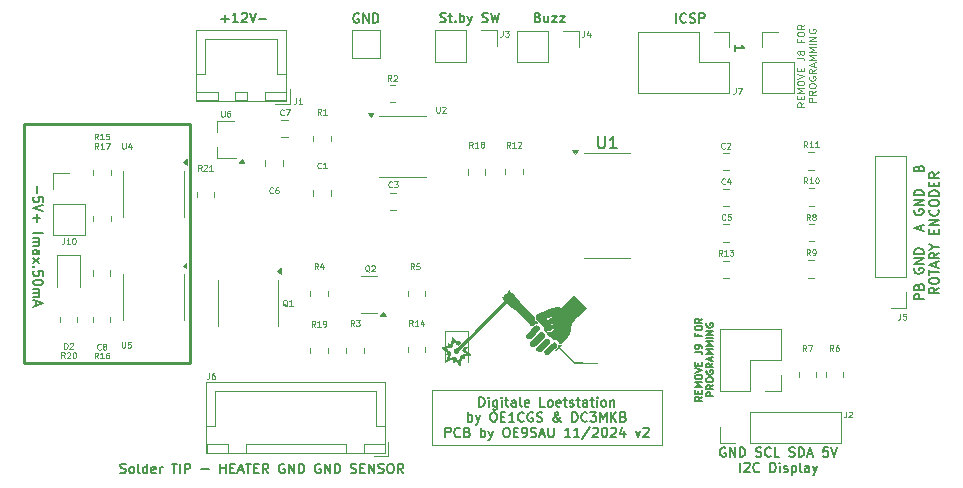
<source format=gbr>
%TF.GenerationSoftware,KiCad,Pcbnew,8.0.5*%
%TF.CreationDate,2024-11-08T11:42:38+01:00*%
%TF.ProjectId,SMD-Loetstation_v2,534d442d-4c6f-4657-9473-746174696f6e,rev?*%
%TF.SameCoordinates,Original*%
%TF.FileFunction,Legend,Top*%
%TF.FilePolarity,Positive*%
%FSLAX46Y46*%
G04 Gerber Fmt 4.6, Leading zero omitted, Abs format (unit mm)*
G04 Created by KiCad (PCBNEW 8.0.5) date 2024-11-08 11:42:38*
%MOMM*%
%LPD*%
G01*
G04 APERTURE LIST*
%ADD10C,0.250000*%
%ADD11C,0.120000*%
%ADD12C,0.200000*%
%ADD13C,0.150000*%
%ADD14C,0.100000*%
%ADD15C,0.125000*%
%ADD16C,0.000000*%
G04 APERTURE END LIST*
D10*
X97764600Y-81610200D02*
X111810800Y-81610200D01*
X111810800Y-101854000D01*
X97764600Y-101854000D01*
X97764600Y-81610200D01*
D11*
X163800365Y-79796885D02*
X163514651Y-79996885D01*
X163800365Y-80139742D02*
X163200365Y-80139742D01*
X163200365Y-80139742D02*
X163200365Y-79911171D01*
X163200365Y-79911171D02*
X163228936Y-79854028D01*
X163228936Y-79854028D02*
X163257508Y-79825457D01*
X163257508Y-79825457D02*
X163314651Y-79796885D01*
X163314651Y-79796885D02*
X163400365Y-79796885D01*
X163400365Y-79796885D02*
X163457508Y-79825457D01*
X163457508Y-79825457D02*
X163486079Y-79854028D01*
X163486079Y-79854028D02*
X163514651Y-79911171D01*
X163514651Y-79911171D02*
X163514651Y-80139742D01*
X163486079Y-79539742D02*
X163486079Y-79339742D01*
X163800365Y-79254028D02*
X163800365Y-79539742D01*
X163800365Y-79539742D02*
X163200365Y-79539742D01*
X163200365Y-79539742D02*
X163200365Y-79254028D01*
X163800365Y-78996885D02*
X163200365Y-78996885D01*
X163200365Y-78996885D02*
X163628936Y-78796885D01*
X163628936Y-78796885D02*
X163200365Y-78596885D01*
X163200365Y-78596885D02*
X163800365Y-78596885D01*
X163200365Y-78196886D02*
X163200365Y-78082600D01*
X163200365Y-78082600D02*
X163228936Y-78025457D01*
X163228936Y-78025457D02*
X163286079Y-77968314D01*
X163286079Y-77968314D02*
X163400365Y-77939743D01*
X163400365Y-77939743D02*
X163600365Y-77939743D01*
X163600365Y-77939743D02*
X163714651Y-77968314D01*
X163714651Y-77968314D02*
X163771794Y-78025457D01*
X163771794Y-78025457D02*
X163800365Y-78082600D01*
X163800365Y-78082600D02*
X163800365Y-78196886D01*
X163800365Y-78196886D02*
X163771794Y-78254029D01*
X163771794Y-78254029D02*
X163714651Y-78311171D01*
X163714651Y-78311171D02*
X163600365Y-78339743D01*
X163600365Y-78339743D02*
X163400365Y-78339743D01*
X163400365Y-78339743D02*
X163286079Y-78311171D01*
X163286079Y-78311171D02*
X163228936Y-78254029D01*
X163228936Y-78254029D02*
X163200365Y-78196886D01*
X163200365Y-77768315D02*
X163800365Y-77568315D01*
X163800365Y-77568315D02*
X163200365Y-77368315D01*
X163486079Y-77168314D02*
X163486079Y-76968314D01*
X163800365Y-76882600D02*
X163800365Y-77168314D01*
X163800365Y-77168314D02*
X163200365Y-77168314D01*
X163200365Y-77168314D02*
X163200365Y-76882600D01*
X163200365Y-75996886D02*
X163628936Y-75996886D01*
X163628936Y-75996886D02*
X163714651Y-76025457D01*
X163714651Y-76025457D02*
X163771794Y-76082600D01*
X163771794Y-76082600D02*
X163800365Y-76168314D01*
X163800365Y-76168314D02*
X163800365Y-76225457D01*
X163457508Y-75625457D02*
X163428936Y-75682600D01*
X163428936Y-75682600D02*
X163400365Y-75711171D01*
X163400365Y-75711171D02*
X163343222Y-75739743D01*
X163343222Y-75739743D02*
X163314651Y-75739743D01*
X163314651Y-75739743D02*
X163257508Y-75711171D01*
X163257508Y-75711171D02*
X163228936Y-75682600D01*
X163228936Y-75682600D02*
X163200365Y-75625457D01*
X163200365Y-75625457D02*
X163200365Y-75511171D01*
X163200365Y-75511171D02*
X163228936Y-75454029D01*
X163228936Y-75454029D02*
X163257508Y-75425457D01*
X163257508Y-75425457D02*
X163314651Y-75396886D01*
X163314651Y-75396886D02*
X163343222Y-75396886D01*
X163343222Y-75396886D02*
X163400365Y-75425457D01*
X163400365Y-75425457D02*
X163428936Y-75454029D01*
X163428936Y-75454029D02*
X163457508Y-75511171D01*
X163457508Y-75511171D02*
X163457508Y-75625457D01*
X163457508Y-75625457D02*
X163486079Y-75682600D01*
X163486079Y-75682600D02*
X163514651Y-75711171D01*
X163514651Y-75711171D02*
X163571794Y-75739743D01*
X163571794Y-75739743D02*
X163686079Y-75739743D01*
X163686079Y-75739743D02*
X163743222Y-75711171D01*
X163743222Y-75711171D02*
X163771794Y-75682600D01*
X163771794Y-75682600D02*
X163800365Y-75625457D01*
X163800365Y-75625457D02*
X163800365Y-75511171D01*
X163800365Y-75511171D02*
X163771794Y-75454029D01*
X163771794Y-75454029D02*
X163743222Y-75425457D01*
X163743222Y-75425457D02*
X163686079Y-75396886D01*
X163686079Y-75396886D02*
X163571794Y-75396886D01*
X163571794Y-75396886D02*
X163514651Y-75425457D01*
X163514651Y-75425457D02*
X163486079Y-75454029D01*
X163486079Y-75454029D02*
X163457508Y-75511171D01*
X163486079Y-74482599D02*
X163486079Y-74682599D01*
X163800365Y-74682599D02*
X163200365Y-74682599D01*
X163200365Y-74682599D02*
X163200365Y-74396885D01*
X163200365Y-74054028D02*
X163200365Y-73939742D01*
X163200365Y-73939742D02*
X163228936Y-73882599D01*
X163228936Y-73882599D02*
X163286079Y-73825456D01*
X163286079Y-73825456D02*
X163400365Y-73796885D01*
X163400365Y-73796885D02*
X163600365Y-73796885D01*
X163600365Y-73796885D02*
X163714651Y-73825456D01*
X163714651Y-73825456D02*
X163771794Y-73882599D01*
X163771794Y-73882599D02*
X163800365Y-73939742D01*
X163800365Y-73939742D02*
X163800365Y-74054028D01*
X163800365Y-74054028D02*
X163771794Y-74111171D01*
X163771794Y-74111171D02*
X163714651Y-74168313D01*
X163714651Y-74168313D02*
X163600365Y-74196885D01*
X163600365Y-74196885D02*
X163400365Y-74196885D01*
X163400365Y-74196885D02*
X163286079Y-74168313D01*
X163286079Y-74168313D02*
X163228936Y-74111171D01*
X163228936Y-74111171D02*
X163200365Y-74054028D01*
X163800365Y-73196885D02*
X163514651Y-73396885D01*
X163800365Y-73539742D02*
X163200365Y-73539742D01*
X163200365Y-73539742D02*
X163200365Y-73311171D01*
X163200365Y-73311171D02*
X163228936Y-73254028D01*
X163228936Y-73254028D02*
X163257508Y-73225457D01*
X163257508Y-73225457D02*
X163314651Y-73196885D01*
X163314651Y-73196885D02*
X163400365Y-73196885D01*
X163400365Y-73196885D02*
X163457508Y-73225457D01*
X163457508Y-73225457D02*
X163486079Y-73254028D01*
X163486079Y-73254028D02*
X163514651Y-73311171D01*
X163514651Y-73311171D02*
X163514651Y-73539742D01*
X164766331Y-79754027D02*
X164166331Y-79754027D01*
X164166331Y-79754027D02*
X164166331Y-79525456D01*
X164166331Y-79525456D02*
X164194902Y-79468313D01*
X164194902Y-79468313D02*
X164223474Y-79439742D01*
X164223474Y-79439742D02*
X164280617Y-79411170D01*
X164280617Y-79411170D02*
X164366331Y-79411170D01*
X164366331Y-79411170D02*
X164423474Y-79439742D01*
X164423474Y-79439742D02*
X164452045Y-79468313D01*
X164452045Y-79468313D02*
X164480617Y-79525456D01*
X164480617Y-79525456D02*
X164480617Y-79754027D01*
X164766331Y-78811170D02*
X164480617Y-79011170D01*
X164766331Y-79154027D02*
X164166331Y-79154027D01*
X164166331Y-79154027D02*
X164166331Y-78925456D01*
X164166331Y-78925456D02*
X164194902Y-78868313D01*
X164194902Y-78868313D02*
X164223474Y-78839742D01*
X164223474Y-78839742D02*
X164280617Y-78811170D01*
X164280617Y-78811170D02*
X164366331Y-78811170D01*
X164366331Y-78811170D02*
X164423474Y-78839742D01*
X164423474Y-78839742D02*
X164452045Y-78868313D01*
X164452045Y-78868313D02*
X164480617Y-78925456D01*
X164480617Y-78925456D02*
X164480617Y-79154027D01*
X164166331Y-78439742D02*
X164166331Y-78325456D01*
X164166331Y-78325456D02*
X164194902Y-78268313D01*
X164194902Y-78268313D02*
X164252045Y-78211170D01*
X164252045Y-78211170D02*
X164366331Y-78182599D01*
X164366331Y-78182599D02*
X164566331Y-78182599D01*
X164566331Y-78182599D02*
X164680617Y-78211170D01*
X164680617Y-78211170D02*
X164737760Y-78268313D01*
X164737760Y-78268313D02*
X164766331Y-78325456D01*
X164766331Y-78325456D02*
X164766331Y-78439742D01*
X164766331Y-78439742D02*
X164737760Y-78496885D01*
X164737760Y-78496885D02*
X164680617Y-78554027D01*
X164680617Y-78554027D02*
X164566331Y-78582599D01*
X164566331Y-78582599D02*
X164366331Y-78582599D01*
X164366331Y-78582599D02*
X164252045Y-78554027D01*
X164252045Y-78554027D02*
X164194902Y-78496885D01*
X164194902Y-78496885D02*
X164166331Y-78439742D01*
X164194902Y-77611171D02*
X164166331Y-77668314D01*
X164166331Y-77668314D02*
X164166331Y-77754028D01*
X164166331Y-77754028D02*
X164194902Y-77839742D01*
X164194902Y-77839742D02*
X164252045Y-77896885D01*
X164252045Y-77896885D02*
X164309188Y-77925456D01*
X164309188Y-77925456D02*
X164423474Y-77954028D01*
X164423474Y-77954028D02*
X164509188Y-77954028D01*
X164509188Y-77954028D02*
X164623474Y-77925456D01*
X164623474Y-77925456D02*
X164680617Y-77896885D01*
X164680617Y-77896885D02*
X164737760Y-77839742D01*
X164737760Y-77839742D02*
X164766331Y-77754028D01*
X164766331Y-77754028D02*
X164766331Y-77696885D01*
X164766331Y-77696885D02*
X164737760Y-77611171D01*
X164737760Y-77611171D02*
X164709188Y-77582599D01*
X164709188Y-77582599D02*
X164509188Y-77582599D01*
X164509188Y-77582599D02*
X164509188Y-77696885D01*
X164766331Y-76982599D02*
X164480617Y-77182599D01*
X164766331Y-77325456D02*
X164166331Y-77325456D01*
X164166331Y-77325456D02*
X164166331Y-77096885D01*
X164166331Y-77096885D02*
X164194902Y-77039742D01*
X164194902Y-77039742D02*
X164223474Y-77011171D01*
X164223474Y-77011171D02*
X164280617Y-76982599D01*
X164280617Y-76982599D02*
X164366331Y-76982599D01*
X164366331Y-76982599D02*
X164423474Y-77011171D01*
X164423474Y-77011171D02*
X164452045Y-77039742D01*
X164452045Y-77039742D02*
X164480617Y-77096885D01*
X164480617Y-77096885D02*
X164480617Y-77325456D01*
X164594902Y-76754028D02*
X164594902Y-76468314D01*
X164766331Y-76811171D02*
X164166331Y-76611171D01*
X164166331Y-76611171D02*
X164766331Y-76411171D01*
X164766331Y-76211170D02*
X164166331Y-76211170D01*
X164166331Y-76211170D02*
X164594902Y-76011170D01*
X164594902Y-76011170D02*
X164166331Y-75811170D01*
X164166331Y-75811170D02*
X164766331Y-75811170D01*
X164766331Y-75525456D02*
X164166331Y-75525456D01*
X164166331Y-75525456D02*
X164594902Y-75325456D01*
X164594902Y-75325456D02*
X164166331Y-75125456D01*
X164166331Y-75125456D02*
X164766331Y-75125456D01*
X164766331Y-74839742D02*
X164166331Y-74839742D01*
X164766331Y-74554028D02*
X164166331Y-74554028D01*
X164166331Y-74554028D02*
X164766331Y-74211171D01*
X164766331Y-74211171D02*
X164166331Y-74211171D01*
X164194902Y-73611172D02*
X164166331Y-73668315D01*
X164166331Y-73668315D02*
X164166331Y-73754029D01*
X164166331Y-73754029D02*
X164194902Y-73839743D01*
X164194902Y-73839743D02*
X164252045Y-73896886D01*
X164252045Y-73896886D02*
X164309188Y-73925457D01*
X164309188Y-73925457D02*
X164423474Y-73954029D01*
X164423474Y-73954029D02*
X164509188Y-73954029D01*
X164509188Y-73954029D02*
X164623474Y-73925457D01*
X164623474Y-73925457D02*
X164680617Y-73896886D01*
X164680617Y-73896886D02*
X164737760Y-73839743D01*
X164737760Y-73839743D02*
X164766331Y-73754029D01*
X164766331Y-73754029D02*
X164766331Y-73696886D01*
X164766331Y-73696886D02*
X164737760Y-73611172D01*
X164737760Y-73611172D02*
X164709188Y-73582600D01*
X164709188Y-73582600D02*
X164509188Y-73582600D01*
X164509188Y-73582600D02*
X164509188Y-73696886D01*
D12*
X157918504Y-75398301D02*
X157918504Y-74941158D01*
X157918504Y-75169730D02*
X158718504Y-75169730D01*
X158718504Y-75169730D02*
X158604219Y-75093539D01*
X158604219Y-75093539D02*
X158528028Y-75017349D01*
X158528028Y-75017349D02*
X158489933Y-74941158D01*
X152950654Y-73050295D02*
X152950654Y-72250295D01*
X153788749Y-72974104D02*
X153750653Y-73012200D01*
X153750653Y-73012200D02*
X153636368Y-73050295D01*
X153636368Y-73050295D02*
X153560177Y-73050295D01*
X153560177Y-73050295D02*
X153445891Y-73012200D01*
X153445891Y-73012200D02*
X153369701Y-72936009D01*
X153369701Y-72936009D02*
X153331606Y-72859819D01*
X153331606Y-72859819D02*
X153293510Y-72707438D01*
X153293510Y-72707438D02*
X153293510Y-72593152D01*
X153293510Y-72593152D02*
X153331606Y-72440771D01*
X153331606Y-72440771D02*
X153369701Y-72364580D01*
X153369701Y-72364580D02*
X153445891Y-72288390D01*
X153445891Y-72288390D02*
X153560177Y-72250295D01*
X153560177Y-72250295D02*
X153636368Y-72250295D01*
X153636368Y-72250295D02*
X153750653Y-72288390D01*
X153750653Y-72288390D02*
X153788749Y-72326485D01*
X154093510Y-73012200D02*
X154207796Y-73050295D01*
X154207796Y-73050295D02*
X154398272Y-73050295D01*
X154398272Y-73050295D02*
X154474463Y-73012200D01*
X154474463Y-73012200D02*
X154512558Y-72974104D01*
X154512558Y-72974104D02*
X154550653Y-72897914D01*
X154550653Y-72897914D02*
X154550653Y-72821723D01*
X154550653Y-72821723D02*
X154512558Y-72745533D01*
X154512558Y-72745533D02*
X154474463Y-72707438D01*
X154474463Y-72707438D02*
X154398272Y-72669342D01*
X154398272Y-72669342D02*
X154245891Y-72631247D01*
X154245891Y-72631247D02*
X154169701Y-72593152D01*
X154169701Y-72593152D02*
X154131606Y-72555057D01*
X154131606Y-72555057D02*
X154093510Y-72478866D01*
X154093510Y-72478866D02*
X154093510Y-72402676D01*
X154093510Y-72402676D02*
X154131606Y-72326485D01*
X154131606Y-72326485D02*
X154169701Y-72288390D01*
X154169701Y-72288390D02*
X154245891Y-72250295D01*
X154245891Y-72250295D02*
X154436368Y-72250295D01*
X154436368Y-72250295D02*
X154550653Y-72288390D01*
X154893511Y-73050295D02*
X154893511Y-72250295D01*
X154893511Y-72250295D02*
X155198273Y-72250295D01*
X155198273Y-72250295D02*
X155274463Y-72288390D01*
X155274463Y-72288390D02*
X155312558Y-72326485D01*
X155312558Y-72326485D02*
X155350654Y-72402676D01*
X155350654Y-72402676D02*
X155350654Y-72516961D01*
X155350654Y-72516961D02*
X155312558Y-72593152D01*
X155312558Y-72593152D02*
X155274463Y-72631247D01*
X155274463Y-72631247D02*
X155198273Y-72669342D01*
X155198273Y-72669342D02*
X154893511Y-72669342D01*
X173889140Y-96456047D02*
X173089140Y-96456047D01*
X173089140Y-96456047D02*
X173089140Y-96151285D01*
X173089140Y-96151285D02*
X173127235Y-96075095D01*
X173127235Y-96075095D02*
X173165330Y-96037000D01*
X173165330Y-96037000D02*
X173241521Y-95998904D01*
X173241521Y-95998904D02*
X173355806Y-95998904D01*
X173355806Y-95998904D02*
X173431997Y-96037000D01*
X173431997Y-96037000D02*
X173470092Y-96075095D01*
X173470092Y-96075095D02*
X173508187Y-96151285D01*
X173508187Y-96151285D02*
X173508187Y-96456047D01*
X173470092Y-95389381D02*
X173508187Y-95275095D01*
X173508187Y-95275095D02*
X173546283Y-95237000D01*
X173546283Y-95237000D02*
X173622473Y-95198904D01*
X173622473Y-95198904D02*
X173736759Y-95198904D01*
X173736759Y-95198904D02*
X173812949Y-95237000D01*
X173812949Y-95237000D02*
X173851045Y-95275095D01*
X173851045Y-95275095D02*
X173889140Y-95351285D01*
X173889140Y-95351285D02*
X173889140Y-95656047D01*
X173889140Y-95656047D02*
X173089140Y-95656047D01*
X173089140Y-95656047D02*
X173089140Y-95389381D01*
X173089140Y-95389381D02*
X173127235Y-95313190D01*
X173127235Y-95313190D02*
X173165330Y-95275095D01*
X173165330Y-95275095D02*
X173241521Y-95237000D01*
X173241521Y-95237000D02*
X173317711Y-95237000D01*
X173317711Y-95237000D02*
X173393902Y-95275095D01*
X173393902Y-95275095D02*
X173431997Y-95313190D01*
X173431997Y-95313190D02*
X173470092Y-95389381D01*
X173470092Y-95389381D02*
X173470092Y-95656047D01*
X173127235Y-93827476D02*
X173089140Y-93903666D01*
X173089140Y-93903666D02*
X173089140Y-94017952D01*
X173089140Y-94017952D02*
X173127235Y-94132238D01*
X173127235Y-94132238D02*
X173203425Y-94208428D01*
X173203425Y-94208428D02*
X173279616Y-94246523D01*
X173279616Y-94246523D02*
X173431997Y-94284619D01*
X173431997Y-94284619D02*
X173546283Y-94284619D01*
X173546283Y-94284619D02*
X173698664Y-94246523D01*
X173698664Y-94246523D02*
X173774854Y-94208428D01*
X173774854Y-94208428D02*
X173851045Y-94132238D01*
X173851045Y-94132238D02*
X173889140Y-94017952D01*
X173889140Y-94017952D02*
X173889140Y-93941761D01*
X173889140Y-93941761D02*
X173851045Y-93827476D01*
X173851045Y-93827476D02*
X173812949Y-93789380D01*
X173812949Y-93789380D02*
X173546283Y-93789380D01*
X173546283Y-93789380D02*
X173546283Y-93941761D01*
X173889140Y-93446523D02*
X173089140Y-93446523D01*
X173089140Y-93446523D02*
X173889140Y-92989380D01*
X173889140Y-92989380D02*
X173089140Y-92989380D01*
X173889140Y-92608428D02*
X173089140Y-92608428D01*
X173089140Y-92608428D02*
X173089140Y-92417952D01*
X173089140Y-92417952D02*
X173127235Y-92303666D01*
X173127235Y-92303666D02*
X173203425Y-92227476D01*
X173203425Y-92227476D02*
X173279616Y-92189381D01*
X173279616Y-92189381D02*
X173431997Y-92151285D01*
X173431997Y-92151285D02*
X173546283Y-92151285D01*
X173546283Y-92151285D02*
X173698664Y-92189381D01*
X173698664Y-92189381D02*
X173774854Y-92227476D01*
X173774854Y-92227476D02*
X173851045Y-92303666D01*
X173851045Y-92303666D02*
X173889140Y-92417952D01*
X173889140Y-92417952D02*
X173889140Y-92608428D01*
X173660568Y-90627476D02*
X173660568Y-90246523D01*
X173889140Y-90703666D02*
X173089140Y-90436999D01*
X173089140Y-90436999D02*
X173889140Y-90170333D01*
X173127235Y-88875095D02*
X173089140Y-88951285D01*
X173089140Y-88951285D02*
X173089140Y-89065571D01*
X173089140Y-89065571D02*
X173127235Y-89179857D01*
X173127235Y-89179857D02*
X173203425Y-89256047D01*
X173203425Y-89256047D02*
X173279616Y-89294142D01*
X173279616Y-89294142D02*
X173431997Y-89332238D01*
X173431997Y-89332238D02*
X173546283Y-89332238D01*
X173546283Y-89332238D02*
X173698664Y-89294142D01*
X173698664Y-89294142D02*
X173774854Y-89256047D01*
X173774854Y-89256047D02*
X173851045Y-89179857D01*
X173851045Y-89179857D02*
X173889140Y-89065571D01*
X173889140Y-89065571D02*
X173889140Y-88989380D01*
X173889140Y-88989380D02*
X173851045Y-88875095D01*
X173851045Y-88875095D02*
X173812949Y-88836999D01*
X173812949Y-88836999D02*
X173546283Y-88836999D01*
X173546283Y-88836999D02*
X173546283Y-88989380D01*
X173889140Y-88494142D02*
X173089140Y-88494142D01*
X173089140Y-88494142D02*
X173889140Y-88036999D01*
X173889140Y-88036999D02*
X173089140Y-88036999D01*
X173889140Y-87656047D02*
X173089140Y-87656047D01*
X173089140Y-87656047D02*
X173089140Y-87465571D01*
X173089140Y-87465571D02*
X173127235Y-87351285D01*
X173127235Y-87351285D02*
X173203425Y-87275095D01*
X173203425Y-87275095D02*
X173279616Y-87237000D01*
X173279616Y-87237000D02*
X173431997Y-87198904D01*
X173431997Y-87198904D02*
X173546283Y-87198904D01*
X173546283Y-87198904D02*
X173698664Y-87237000D01*
X173698664Y-87237000D02*
X173774854Y-87275095D01*
X173774854Y-87275095D02*
X173851045Y-87351285D01*
X173851045Y-87351285D02*
X173889140Y-87465571D01*
X173889140Y-87465571D02*
X173889140Y-87656047D01*
X173470092Y-85370333D02*
X173508187Y-85256047D01*
X173508187Y-85256047D02*
X173546283Y-85217952D01*
X173546283Y-85217952D02*
X173622473Y-85179856D01*
X173622473Y-85179856D02*
X173736759Y-85179856D01*
X173736759Y-85179856D02*
X173812949Y-85217952D01*
X173812949Y-85217952D02*
X173851045Y-85256047D01*
X173851045Y-85256047D02*
X173889140Y-85332237D01*
X173889140Y-85332237D02*
X173889140Y-85636999D01*
X173889140Y-85636999D02*
X173089140Y-85636999D01*
X173089140Y-85636999D02*
X173089140Y-85370333D01*
X173089140Y-85370333D02*
X173127235Y-85294142D01*
X173127235Y-85294142D02*
X173165330Y-85256047D01*
X173165330Y-85256047D02*
X173241521Y-85217952D01*
X173241521Y-85217952D02*
X173317711Y-85217952D01*
X173317711Y-85217952D02*
X173393902Y-85256047D01*
X173393902Y-85256047D02*
X173431997Y-85294142D01*
X173431997Y-85294142D02*
X173470092Y-85370333D01*
X173470092Y-85370333D02*
X173470092Y-85636999D01*
X175177095Y-95465570D02*
X174796142Y-95732237D01*
X175177095Y-95922713D02*
X174377095Y-95922713D01*
X174377095Y-95922713D02*
X174377095Y-95617951D01*
X174377095Y-95617951D02*
X174415190Y-95541761D01*
X174415190Y-95541761D02*
X174453285Y-95503666D01*
X174453285Y-95503666D02*
X174529476Y-95465570D01*
X174529476Y-95465570D02*
X174643761Y-95465570D01*
X174643761Y-95465570D02*
X174719952Y-95503666D01*
X174719952Y-95503666D02*
X174758047Y-95541761D01*
X174758047Y-95541761D02*
X174796142Y-95617951D01*
X174796142Y-95617951D02*
X174796142Y-95922713D01*
X174377095Y-94970332D02*
X174377095Y-94817951D01*
X174377095Y-94817951D02*
X174415190Y-94741761D01*
X174415190Y-94741761D02*
X174491380Y-94665570D01*
X174491380Y-94665570D02*
X174643761Y-94627475D01*
X174643761Y-94627475D02*
X174910428Y-94627475D01*
X174910428Y-94627475D02*
X175062809Y-94665570D01*
X175062809Y-94665570D02*
X175139000Y-94741761D01*
X175139000Y-94741761D02*
X175177095Y-94817951D01*
X175177095Y-94817951D02*
X175177095Y-94970332D01*
X175177095Y-94970332D02*
X175139000Y-95046523D01*
X175139000Y-95046523D02*
X175062809Y-95122713D01*
X175062809Y-95122713D02*
X174910428Y-95160809D01*
X174910428Y-95160809D02*
X174643761Y-95160809D01*
X174643761Y-95160809D02*
X174491380Y-95122713D01*
X174491380Y-95122713D02*
X174415190Y-95046523D01*
X174415190Y-95046523D02*
X174377095Y-94970332D01*
X174377095Y-94398904D02*
X174377095Y-93941761D01*
X175177095Y-94170333D02*
X174377095Y-94170333D01*
X174948523Y-93713190D02*
X174948523Y-93332237D01*
X175177095Y-93789380D02*
X174377095Y-93522713D01*
X174377095Y-93522713D02*
X175177095Y-93256047D01*
X175177095Y-92532237D02*
X174796142Y-92798904D01*
X175177095Y-92989380D02*
X174377095Y-92989380D01*
X174377095Y-92989380D02*
X174377095Y-92684618D01*
X174377095Y-92684618D02*
X174415190Y-92608428D01*
X174415190Y-92608428D02*
X174453285Y-92570333D01*
X174453285Y-92570333D02*
X174529476Y-92532237D01*
X174529476Y-92532237D02*
X174643761Y-92532237D01*
X174643761Y-92532237D02*
X174719952Y-92570333D01*
X174719952Y-92570333D02*
X174758047Y-92608428D01*
X174758047Y-92608428D02*
X174796142Y-92684618D01*
X174796142Y-92684618D02*
X174796142Y-92989380D01*
X174796142Y-92036999D02*
X175177095Y-92036999D01*
X174377095Y-92303666D02*
X174796142Y-92036999D01*
X174796142Y-92036999D02*
X174377095Y-91770333D01*
X174758047Y-90894142D02*
X174758047Y-90627476D01*
X175177095Y-90513190D02*
X175177095Y-90894142D01*
X175177095Y-90894142D02*
X174377095Y-90894142D01*
X174377095Y-90894142D02*
X174377095Y-90513190D01*
X175177095Y-90170332D02*
X174377095Y-90170332D01*
X174377095Y-90170332D02*
X175177095Y-89713189D01*
X175177095Y-89713189D02*
X174377095Y-89713189D01*
X175100904Y-88875094D02*
X175139000Y-88913190D01*
X175139000Y-88913190D02*
X175177095Y-89027475D01*
X175177095Y-89027475D02*
X175177095Y-89103666D01*
X175177095Y-89103666D02*
X175139000Y-89217952D01*
X175139000Y-89217952D02*
X175062809Y-89294142D01*
X175062809Y-89294142D02*
X174986619Y-89332237D01*
X174986619Y-89332237D02*
X174834238Y-89370333D01*
X174834238Y-89370333D02*
X174719952Y-89370333D01*
X174719952Y-89370333D02*
X174567571Y-89332237D01*
X174567571Y-89332237D02*
X174491380Y-89294142D01*
X174491380Y-89294142D02*
X174415190Y-89217952D01*
X174415190Y-89217952D02*
X174377095Y-89103666D01*
X174377095Y-89103666D02*
X174377095Y-89027475D01*
X174377095Y-89027475D02*
X174415190Y-88913190D01*
X174415190Y-88913190D02*
X174453285Y-88875094D01*
X174377095Y-88379856D02*
X174377095Y-88227475D01*
X174377095Y-88227475D02*
X174415190Y-88151285D01*
X174415190Y-88151285D02*
X174491380Y-88075094D01*
X174491380Y-88075094D02*
X174643761Y-88036999D01*
X174643761Y-88036999D02*
X174910428Y-88036999D01*
X174910428Y-88036999D02*
X175062809Y-88075094D01*
X175062809Y-88075094D02*
X175139000Y-88151285D01*
X175139000Y-88151285D02*
X175177095Y-88227475D01*
X175177095Y-88227475D02*
X175177095Y-88379856D01*
X175177095Y-88379856D02*
X175139000Y-88456047D01*
X175139000Y-88456047D02*
X175062809Y-88532237D01*
X175062809Y-88532237D02*
X174910428Y-88570333D01*
X174910428Y-88570333D02*
X174643761Y-88570333D01*
X174643761Y-88570333D02*
X174491380Y-88532237D01*
X174491380Y-88532237D02*
X174415190Y-88456047D01*
X174415190Y-88456047D02*
X174377095Y-88379856D01*
X175177095Y-87694142D02*
X174377095Y-87694142D01*
X174377095Y-87694142D02*
X174377095Y-87503666D01*
X174377095Y-87503666D02*
X174415190Y-87389380D01*
X174415190Y-87389380D02*
X174491380Y-87313190D01*
X174491380Y-87313190D02*
X174567571Y-87275095D01*
X174567571Y-87275095D02*
X174719952Y-87236999D01*
X174719952Y-87236999D02*
X174834238Y-87236999D01*
X174834238Y-87236999D02*
X174986619Y-87275095D01*
X174986619Y-87275095D02*
X175062809Y-87313190D01*
X175062809Y-87313190D02*
X175139000Y-87389380D01*
X175139000Y-87389380D02*
X175177095Y-87503666D01*
X175177095Y-87503666D02*
X175177095Y-87694142D01*
X174758047Y-86894142D02*
X174758047Y-86627476D01*
X175177095Y-86513190D02*
X175177095Y-86894142D01*
X175177095Y-86894142D02*
X174377095Y-86894142D01*
X174377095Y-86894142D02*
X174377095Y-86513190D01*
X175177095Y-85713189D02*
X174796142Y-85979856D01*
X175177095Y-86170332D02*
X174377095Y-86170332D01*
X174377095Y-86170332D02*
X174377095Y-85865570D01*
X174377095Y-85865570D02*
X174415190Y-85789380D01*
X174415190Y-85789380D02*
X174453285Y-85751285D01*
X174453285Y-85751285D02*
X174529476Y-85713189D01*
X174529476Y-85713189D02*
X174643761Y-85713189D01*
X174643761Y-85713189D02*
X174719952Y-85751285D01*
X174719952Y-85751285D02*
X174758047Y-85789380D01*
X174758047Y-85789380D02*
X174796142Y-85865570D01*
X174796142Y-85865570D02*
X174796142Y-86170332D01*
D13*
X155137405Y-104695485D02*
X154851691Y-104895485D01*
X155137405Y-105038342D02*
X154537405Y-105038342D01*
X154537405Y-105038342D02*
X154537405Y-104809771D01*
X154537405Y-104809771D02*
X154565976Y-104752628D01*
X154565976Y-104752628D02*
X154594548Y-104724057D01*
X154594548Y-104724057D02*
X154651691Y-104695485D01*
X154651691Y-104695485D02*
X154737405Y-104695485D01*
X154737405Y-104695485D02*
X154794548Y-104724057D01*
X154794548Y-104724057D02*
X154823119Y-104752628D01*
X154823119Y-104752628D02*
X154851691Y-104809771D01*
X154851691Y-104809771D02*
X154851691Y-105038342D01*
X154823119Y-104438342D02*
X154823119Y-104238342D01*
X155137405Y-104152628D02*
X155137405Y-104438342D01*
X155137405Y-104438342D02*
X154537405Y-104438342D01*
X154537405Y-104438342D02*
X154537405Y-104152628D01*
X155137405Y-103895485D02*
X154537405Y-103895485D01*
X154537405Y-103895485D02*
X154965976Y-103695485D01*
X154965976Y-103695485D02*
X154537405Y-103495485D01*
X154537405Y-103495485D02*
X155137405Y-103495485D01*
X154537405Y-103095486D02*
X154537405Y-102981200D01*
X154537405Y-102981200D02*
X154565976Y-102924057D01*
X154565976Y-102924057D02*
X154623119Y-102866914D01*
X154623119Y-102866914D02*
X154737405Y-102838343D01*
X154737405Y-102838343D02*
X154937405Y-102838343D01*
X154937405Y-102838343D02*
X155051691Y-102866914D01*
X155051691Y-102866914D02*
X155108834Y-102924057D01*
X155108834Y-102924057D02*
X155137405Y-102981200D01*
X155137405Y-102981200D02*
X155137405Y-103095486D01*
X155137405Y-103095486D02*
X155108834Y-103152629D01*
X155108834Y-103152629D02*
X155051691Y-103209771D01*
X155051691Y-103209771D02*
X154937405Y-103238343D01*
X154937405Y-103238343D02*
X154737405Y-103238343D01*
X154737405Y-103238343D02*
X154623119Y-103209771D01*
X154623119Y-103209771D02*
X154565976Y-103152629D01*
X154565976Y-103152629D02*
X154537405Y-103095486D01*
X154537405Y-102666915D02*
X155137405Y-102466915D01*
X155137405Y-102466915D02*
X154537405Y-102266915D01*
X154823119Y-102066914D02*
X154823119Y-101866914D01*
X155137405Y-101781200D02*
X155137405Y-102066914D01*
X155137405Y-102066914D02*
X154537405Y-102066914D01*
X154537405Y-102066914D02*
X154537405Y-101781200D01*
X154537405Y-100895486D02*
X154965976Y-100895486D01*
X154965976Y-100895486D02*
X155051691Y-100924057D01*
X155051691Y-100924057D02*
X155108834Y-100981200D01*
X155108834Y-100981200D02*
X155137405Y-101066914D01*
X155137405Y-101066914D02*
X155137405Y-101124057D01*
X155137405Y-100581200D02*
X155137405Y-100466914D01*
X155137405Y-100466914D02*
X155108834Y-100409771D01*
X155108834Y-100409771D02*
X155080262Y-100381200D01*
X155080262Y-100381200D02*
X154994548Y-100324057D01*
X154994548Y-100324057D02*
X154880262Y-100295486D01*
X154880262Y-100295486D02*
X154651691Y-100295486D01*
X154651691Y-100295486D02*
X154594548Y-100324057D01*
X154594548Y-100324057D02*
X154565976Y-100352629D01*
X154565976Y-100352629D02*
X154537405Y-100409771D01*
X154537405Y-100409771D02*
X154537405Y-100524057D01*
X154537405Y-100524057D02*
X154565976Y-100581200D01*
X154565976Y-100581200D02*
X154594548Y-100609771D01*
X154594548Y-100609771D02*
X154651691Y-100638343D01*
X154651691Y-100638343D02*
X154794548Y-100638343D01*
X154794548Y-100638343D02*
X154851691Y-100609771D01*
X154851691Y-100609771D02*
X154880262Y-100581200D01*
X154880262Y-100581200D02*
X154908834Y-100524057D01*
X154908834Y-100524057D02*
X154908834Y-100409771D01*
X154908834Y-100409771D02*
X154880262Y-100352629D01*
X154880262Y-100352629D02*
X154851691Y-100324057D01*
X154851691Y-100324057D02*
X154794548Y-100295486D01*
X154823119Y-99381199D02*
X154823119Y-99581199D01*
X155137405Y-99581199D02*
X154537405Y-99581199D01*
X154537405Y-99581199D02*
X154537405Y-99295485D01*
X154537405Y-98952628D02*
X154537405Y-98838342D01*
X154537405Y-98838342D02*
X154565976Y-98781199D01*
X154565976Y-98781199D02*
X154623119Y-98724056D01*
X154623119Y-98724056D02*
X154737405Y-98695485D01*
X154737405Y-98695485D02*
X154937405Y-98695485D01*
X154937405Y-98695485D02*
X155051691Y-98724056D01*
X155051691Y-98724056D02*
X155108834Y-98781199D01*
X155108834Y-98781199D02*
X155137405Y-98838342D01*
X155137405Y-98838342D02*
X155137405Y-98952628D01*
X155137405Y-98952628D02*
X155108834Y-99009771D01*
X155108834Y-99009771D02*
X155051691Y-99066913D01*
X155051691Y-99066913D02*
X154937405Y-99095485D01*
X154937405Y-99095485D02*
X154737405Y-99095485D01*
X154737405Y-99095485D02*
X154623119Y-99066913D01*
X154623119Y-99066913D02*
X154565976Y-99009771D01*
X154565976Y-99009771D02*
X154537405Y-98952628D01*
X155137405Y-98095485D02*
X154851691Y-98295485D01*
X155137405Y-98438342D02*
X154537405Y-98438342D01*
X154537405Y-98438342D02*
X154537405Y-98209771D01*
X154537405Y-98209771D02*
X154565976Y-98152628D01*
X154565976Y-98152628D02*
X154594548Y-98124057D01*
X154594548Y-98124057D02*
X154651691Y-98095485D01*
X154651691Y-98095485D02*
X154737405Y-98095485D01*
X154737405Y-98095485D02*
X154794548Y-98124057D01*
X154794548Y-98124057D02*
X154823119Y-98152628D01*
X154823119Y-98152628D02*
X154851691Y-98209771D01*
X154851691Y-98209771D02*
X154851691Y-98438342D01*
X156103371Y-104652627D02*
X155503371Y-104652627D01*
X155503371Y-104652627D02*
X155503371Y-104424056D01*
X155503371Y-104424056D02*
X155531942Y-104366913D01*
X155531942Y-104366913D02*
X155560514Y-104338342D01*
X155560514Y-104338342D02*
X155617657Y-104309770D01*
X155617657Y-104309770D02*
X155703371Y-104309770D01*
X155703371Y-104309770D02*
X155760514Y-104338342D01*
X155760514Y-104338342D02*
X155789085Y-104366913D01*
X155789085Y-104366913D02*
X155817657Y-104424056D01*
X155817657Y-104424056D02*
X155817657Y-104652627D01*
X156103371Y-103709770D02*
X155817657Y-103909770D01*
X156103371Y-104052627D02*
X155503371Y-104052627D01*
X155503371Y-104052627D02*
X155503371Y-103824056D01*
X155503371Y-103824056D02*
X155531942Y-103766913D01*
X155531942Y-103766913D02*
X155560514Y-103738342D01*
X155560514Y-103738342D02*
X155617657Y-103709770D01*
X155617657Y-103709770D02*
X155703371Y-103709770D01*
X155703371Y-103709770D02*
X155760514Y-103738342D01*
X155760514Y-103738342D02*
X155789085Y-103766913D01*
X155789085Y-103766913D02*
X155817657Y-103824056D01*
X155817657Y-103824056D02*
X155817657Y-104052627D01*
X155503371Y-103338342D02*
X155503371Y-103224056D01*
X155503371Y-103224056D02*
X155531942Y-103166913D01*
X155531942Y-103166913D02*
X155589085Y-103109770D01*
X155589085Y-103109770D02*
X155703371Y-103081199D01*
X155703371Y-103081199D02*
X155903371Y-103081199D01*
X155903371Y-103081199D02*
X156017657Y-103109770D01*
X156017657Y-103109770D02*
X156074800Y-103166913D01*
X156074800Y-103166913D02*
X156103371Y-103224056D01*
X156103371Y-103224056D02*
X156103371Y-103338342D01*
X156103371Y-103338342D02*
X156074800Y-103395485D01*
X156074800Y-103395485D02*
X156017657Y-103452627D01*
X156017657Y-103452627D02*
X155903371Y-103481199D01*
X155903371Y-103481199D02*
X155703371Y-103481199D01*
X155703371Y-103481199D02*
X155589085Y-103452627D01*
X155589085Y-103452627D02*
X155531942Y-103395485D01*
X155531942Y-103395485D02*
X155503371Y-103338342D01*
X155531942Y-102509771D02*
X155503371Y-102566914D01*
X155503371Y-102566914D02*
X155503371Y-102652628D01*
X155503371Y-102652628D02*
X155531942Y-102738342D01*
X155531942Y-102738342D02*
X155589085Y-102795485D01*
X155589085Y-102795485D02*
X155646228Y-102824056D01*
X155646228Y-102824056D02*
X155760514Y-102852628D01*
X155760514Y-102852628D02*
X155846228Y-102852628D01*
X155846228Y-102852628D02*
X155960514Y-102824056D01*
X155960514Y-102824056D02*
X156017657Y-102795485D01*
X156017657Y-102795485D02*
X156074800Y-102738342D01*
X156074800Y-102738342D02*
X156103371Y-102652628D01*
X156103371Y-102652628D02*
X156103371Y-102595485D01*
X156103371Y-102595485D02*
X156074800Y-102509771D01*
X156074800Y-102509771D02*
X156046228Y-102481199D01*
X156046228Y-102481199D02*
X155846228Y-102481199D01*
X155846228Y-102481199D02*
X155846228Y-102595485D01*
X156103371Y-101881199D02*
X155817657Y-102081199D01*
X156103371Y-102224056D02*
X155503371Y-102224056D01*
X155503371Y-102224056D02*
X155503371Y-101995485D01*
X155503371Y-101995485D02*
X155531942Y-101938342D01*
X155531942Y-101938342D02*
X155560514Y-101909771D01*
X155560514Y-101909771D02*
X155617657Y-101881199D01*
X155617657Y-101881199D02*
X155703371Y-101881199D01*
X155703371Y-101881199D02*
X155760514Y-101909771D01*
X155760514Y-101909771D02*
X155789085Y-101938342D01*
X155789085Y-101938342D02*
X155817657Y-101995485D01*
X155817657Y-101995485D02*
X155817657Y-102224056D01*
X155931942Y-101652628D02*
X155931942Y-101366914D01*
X156103371Y-101709771D02*
X155503371Y-101509771D01*
X155503371Y-101509771D02*
X156103371Y-101309771D01*
X156103371Y-101109770D02*
X155503371Y-101109770D01*
X155503371Y-101109770D02*
X155931942Y-100909770D01*
X155931942Y-100909770D02*
X155503371Y-100709770D01*
X155503371Y-100709770D02*
X156103371Y-100709770D01*
X156103371Y-100424056D02*
X155503371Y-100424056D01*
X155503371Y-100424056D02*
X155931942Y-100224056D01*
X155931942Y-100224056D02*
X155503371Y-100024056D01*
X155503371Y-100024056D02*
X156103371Y-100024056D01*
X156103371Y-99738342D02*
X155503371Y-99738342D01*
X156103371Y-99452628D02*
X155503371Y-99452628D01*
X155503371Y-99452628D02*
X156103371Y-99109771D01*
X156103371Y-99109771D02*
X155503371Y-99109771D01*
X155531942Y-98509772D02*
X155503371Y-98566915D01*
X155503371Y-98566915D02*
X155503371Y-98652629D01*
X155503371Y-98652629D02*
X155531942Y-98738343D01*
X155531942Y-98738343D02*
X155589085Y-98795486D01*
X155589085Y-98795486D02*
X155646228Y-98824057D01*
X155646228Y-98824057D02*
X155760514Y-98852629D01*
X155760514Y-98852629D02*
X155846228Y-98852629D01*
X155846228Y-98852629D02*
X155960514Y-98824057D01*
X155960514Y-98824057D02*
X156017657Y-98795486D01*
X156017657Y-98795486D02*
X156074800Y-98738343D01*
X156074800Y-98738343D02*
X156103371Y-98652629D01*
X156103371Y-98652629D02*
X156103371Y-98595486D01*
X156103371Y-98595486D02*
X156074800Y-98509772D01*
X156074800Y-98509772D02*
X156046228Y-98481200D01*
X156046228Y-98481200D02*
X155846228Y-98481200D01*
X155846228Y-98481200D02*
X155846228Y-98595486D01*
D12*
X105894093Y-111131000D02*
X106008379Y-111169095D01*
X106008379Y-111169095D02*
X106198855Y-111169095D01*
X106198855Y-111169095D02*
X106275046Y-111131000D01*
X106275046Y-111131000D02*
X106313141Y-111092904D01*
X106313141Y-111092904D02*
X106351236Y-111016714D01*
X106351236Y-111016714D02*
X106351236Y-110940523D01*
X106351236Y-110940523D02*
X106313141Y-110864333D01*
X106313141Y-110864333D02*
X106275046Y-110826238D01*
X106275046Y-110826238D02*
X106198855Y-110788142D01*
X106198855Y-110788142D02*
X106046474Y-110750047D01*
X106046474Y-110750047D02*
X105970284Y-110711952D01*
X105970284Y-110711952D02*
X105932189Y-110673857D01*
X105932189Y-110673857D02*
X105894093Y-110597666D01*
X105894093Y-110597666D02*
X105894093Y-110521476D01*
X105894093Y-110521476D02*
X105932189Y-110445285D01*
X105932189Y-110445285D02*
X105970284Y-110407190D01*
X105970284Y-110407190D02*
X106046474Y-110369095D01*
X106046474Y-110369095D02*
X106236951Y-110369095D01*
X106236951Y-110369095D02*
X106351236Y-110407190D01*
X106808379Y-111169095D02*
X106732189Y-111131000D01*
X106732189Y-111131000D02*
X106694094Y-111092904D01*
X106694094Y-111092904D02*
X106655998Y-111016714D01*
X106655998Y-111016714D02*
X106655998Y-110788142D01*
X106655998Y-110788142D02*
X106694094Y-110711952D01*
X106694094Y-110711952D02*
X106732189Y-110673857D01*
X106732189Y-110673857D02*
X106808379Y-110635761D01*
X106808379Y-110635761D02*
X106922665Y-110635761D01*
X106922665Y-110635761D02*
X106998856Y-110673857D01*
X106998856Y-110673857D02*
X107036951Y-110711952D01*
X107036951Y-110711952D02*
X107075046Y-110788142D01*
X107075046Y-110788142D02*
X107075046Y-111016714D01*
X107075046Y-111016714D02*
X107036951Y-111092904D01*
X107036951Y-111092904D02*
X106998856Y-111131000D01*
X106998856Y-111131000D02*
X106922665Y-111169095D01*
X106922665Y-111169095D02*
X106808379Y-111169095D01*
X107532189Y-111169095D02*
X107455999Y-111131000D01*
X107455999Y-111131000D02*
X107417904Y-111054809D01*
X107417904Y-111054809D02*
X107417904Y-110369095D01*
X108179809Y-111169095D02*
X108179809Y-110369095D01*
X108179809Y-111131000D02*
X108103618Y-111169095D01*
X108103618Y-111169095D02*
X107951237Y-111169095D01*
X107951237Y-111169095D02*
X107875047Y-111131000D01*
X107875047Y-111131000D02*
X107836952Y-111092904D01*
X107836952Y-111092904D02*
X107798856Y-111016714D01*
X107798856Y-111016714D02*
X107798856Y-110788142D01*
X107798856Y-110788142D02*
X107836952Y-110711952D01*
X107836952Y-110711952D02*
X107875047Y-110673857D01*
X107875047Y-110673857D02*
X107951237Y-110635761D01*
X107951237Y-110635761D02*
X108103618Y-110635761D01*
X108103618Y-110635761D02*
X108179809Y-110673857D01*
X108865524Y-111131000D02*
X108789333Y-111169095D01*
X108789333Y-111169095D02*
X108636952Y-111169095D01*
X108636952Y-111169095D02*
X108560762Y-111131000D01*
X108560762Y-111131000D02*
X108522666Y-111054809D01*
X108522666Y-111054809D02*
X108522666Y-110750047D01*
X108522666Y-110750047D02*
X108560762Y-110673857D01*
X108560762Y-110673857D02*
X108636952Y-110635761D01*
X108636952Y-110635761D02*
X108789333Y-110635761D01*
X108789333Y-110635761D02*
X108865524Y-110673857D01*
X108865524Y-110673857D02*
X108903619Y-110750047D01*
X108903619Y-110750047D02*
X108903619Y-110826238D01*
X108903619Y-110826238D02*
X108522666Y-110902428D01*
X109246476Y-111169095D02*
X109246476Y-110635761D01*
X109246476Y-110788142D02*
X109284571Y-110711952D01*
X109284571Y-110711952D02*
X109322666Y-110673857D01*
X109322666Y-110673857D02*
X109398857Y-110635761D01*
X109398857Y-110635761D02*
X109475047Y-110635761D01*
X110236952Y-110369095D02*
X110694095Y-110369095D01*
X110465523Y-111169095D02*
X110465523Y-110369095D01*
X110960762Y-111169095D02*
X110960762Y-110369095D01*
X111341714Y-111169095D02*
X111341714Y-110369095D01*
X111341714Y-110369095D02*
X111646476Y-110369095D01*
X111646476Y-110369095D02*
X111722666Y-110407190D01*
X111722666Y-110407190D02*
X111760761Y-110445285D01*
X111760761Y-110445285D02*
X111798857Y-110521476D01*
X111798857Y-110521476D02*
X111798857Y-110635761D01*
X111798857Y-110635761D02*
X111760761Y-110711952D01*
X111760761Y-110711952D02*
X111722666Y-110750047D01*
X111722666Y-110750047D02*
X111646476Y-110788142D01*
X111646476Y-110788142D02*
X111341714Y-110788142D01*
X112751238Y-110864333D02*
X113360762Y-110864333D01*
X114351238Y-111169095D02*
X114351238Y-110369095D01*
X114351238Y-110750047D02*
X114808381Y-110750047D01*
X114808381Y-111169095D02*
X114808381Y-110369095D01*
X115189333Y-110750047D02*
X115455999Y-110750047D01*
X115570285Y-111169095D02*
X115189333Y-111169095D01*
X115189333Y-111169095D02*
X115189333Y-110369095D01*
X115189333Y-110369095D02*
X115570285Y-110369095D01*
X115875047Y-110940523D02*
X116256000Y-110940523D01*
X115798857Y-111169095D02*
X116065524Y-110369095D01*
X116065524Y-110369095D02*
X116332190Y-111169095D01*
X116484571Y-110369095D02*
X116941714Y-110369095D01*
X116713142Y-111169095D02*
X116713142Y-110369095D01*
X117208381Y-110750047D02*
X117475047Y-110750047D01*
X117589333Y-111169095D02*
X117208381Y-111169095D01*
X117208381Y-111169095D02*
X117208381Y-110369095D01*
X117208381Y-110369095D02*
X117589333Y-110369095D01*
X118389334Y-111169095D02*
X118122667Y-110788142D01*
X117932191Y-111169095D02*
X117932191Y-110369095D01*
X117932191Y-110369095D02*
X118236953Y-110369095D01*
X118236953Y-110369095D02*
X118313143Y-110407190D01*
X118313143Y-110407190D02*
X118351238Y-110445285D01*
X118351238Y-110445285D02*
X118389334Y-110521476D01*
X118389334Y-110521476D02*
X118389334Y-110635761D01*
X118389334Y-110635761D02*
X118351238Y-110711952D01*
X118351238Y-110711952D02*
X118313143Y-110750047D01*
X118313143Y-110750047D02*
X118236953Y-110788142D01*
X118236953Y-110788142D02*
X117932191Y-110788142D01*
X119760762Y-110407190D02*
X119684572Y-110369095D01*
X119684572Y-110369095D02*
X119570286Y-110369095D01*
X119570286Y-110369095D02*
X119456000Y-110407190D01*
X119456000Y-110407190D02*
X119379810Y-110483380D01*
X119379810Y-110483380D02*
X119341715Y-110559571D01*
X119341715Y-110559571D02*
X119303619Y-110711952D01*
X119303619Y-110711952D02*
X119303619Y-110826238D01*
X119303619Y-110826238D02*
X119341715Y-110978619D01*
X119341715Y-110978619D02*
X119379810Y-111054809D01*
X119379810Y-111054809D02*
X119456000Y-111131000D01*
X119456000Y-111131000D02*
X119570286Y-111169095D01*
X119570286Y-111169095D02*
X119646477Y-111169095D01*
X119646477Y-111169095D02*
X119760762Y-111131000D01*
X119760762Y-111131000D02*
X119798858Y-111092904D01*
X119798858Y-111092904D02*
X119798858Y-110826238D01*
X119798858Y-110826238D02*
X119646477Y-110826238D01*
X120141715Y-111169095D02*
X120141715Y-110369095D01*
X120141715Y-110369095D02*
X120598858Y-111169095D01*
X120598858Y-111169095D02*
X120598858Y-110369095D01*
X120979810Y-111169095D02*
X120979810Y-110369095D01*
X120979810Y-110369095D02*
X121170286Y-110369095D01*
X121170286Y-110369095D02*
X121284572Y-110407190D01*
X121284572Y-110407190D02*
X121360762Y-110483380D01*
X121360762Y-110483380D02*
X121398857Y-110559571D01*
X121398857Y-110559571D02*
X121436953Y-110711952D01*
X121436953Y-110711952D02*
X121436953Y-110826238D01*
X121436953Y-110826238D02*
X121398857Y-110978619D01*
X121398857Y-110978619D02*
X121360762Y-111054809D01*
X121360762Y-111054809D02*
X121284572Y-111131000D01*
X121284572Y-111131000D02*
X121170286Y-111169095D01*
X121170286Y-111169095D02*
X120979810Y-111169095D01*
X122808381Y-110407190D02*
X122732191Y-110369095D01*
X122732191Y-110369095D02*
X122617905Y-110369095D01*
X122617905Y-110369095D02*
X122503619Y-110407190D01*
X122503619Y-110407190D02*
X122427429Y-110483380D01*
X122427429Y-110483380D02*
X122389334Y-110559571D01*
X122389334Y-110559571D02*
X122351238Y-110711952D01*
X122351238Y-110711952D02*
X122351238Y-110826238D01*
X122351238Y-110826238D02*
X122389334Y-110978619D01*
X122389334Y-110978619D02*
X122427429Y-111054809D01*
X122427429Y-111054809D02*
X122503619Y-111131000D01*
X122503619Y-111131000D02*
X122617905Y-111169095D01*
X122617905Y-111169095D02*
X122694096Y-111169095D01*
X122694096Y-111169095D02*
X122808381Y-111131000D01*
X122808381Y-111131000D02*
X122846477Y-111092904D01*
X122846477Y-111092904D02*
X122846477Y-110826238D01*
X122846477Y-110826238D02*
X122694096Y-110826238D01*
X123189334Y-111169095D02*
X123189334Y-110369095D01*
X123189334Y-110369095D02*
X123646477Y-111169095D01*
X123646477Y-111169095D02*
X123646477Y-110369095D01*
X124027429Y-111169095D02*
X124027429Y-110369095D01*
X124027429Y-110369095D02*
X124217905Y-110369095D01*
X124217905Y-110369095D02*
X124332191Y-110407190D01*
X124332191Y-110407190D02*
X124408381Y-110483380D01*
X124408381Y-110483380D02*
X124446476Y-110559571D01*
X124446476Y-110559571D02*
X124484572Y-110711952D01*
X124484572Y-110711952D02*
X124484572Y-110826238D01*
X124484572Y-110826238D02*
X124446476Y-110978619D01*
X124446476Y-110978619D02*
X124408381Y-111054809D01*
X124408381Y-111054809D02*
X124332191Y-111131000D01*
X124332191Y-111131000D02*
X124217905Y-111169095D01*
X124217905Y-111169095D02*
X124027429Y-111169095D01*
X125398857Y-111131000D02*
X125513143Y-111169095D01*
X125513143Y-111169095D02*
X125703619Y-111169095D01*
X125703619Y-111169095D02*
X125779810Y-111131000D01*
X125779810Y-111131000D02*
X125817905Y-111092904D01*
X125817905Y-111092904D02*
X125856000Y-111016714D01*
X125856000Y-111016714D02*
X125856000Y-110940523D01*
X125856000Y-110940523D02*
X125817905Y-110864333D01*
X125817905Y-110864333D02*
X125779810Y-110826238D01*
X125779810Y-110826238D02*
X125703619Y-110788142D01*
X125703619Y-110788142D02*
X125551238Y-110750047D01*
X125551238Y-110750047D02*
X125475048Y-110711952D01*
X125475048Y-110711952D02*
X125436953Y-110673857D01*
X125436953Y-110673857D02*
X125398857Y-110597666D01*
X125398857Y-110597666D02*
X125398857Y-110521476D01*
X125398857Y-110521476D02*
X125436953Y-110445285D01*
X125436953Y-110445285D02*
X125475048Y-110407190D01*
X125475048Y-110407190D02*
X125551238Y-110369095D01*
X125551238Y-110369095D02*
X125741715Y-110369095D01*
X125741715Y-110369095D02*
X125856000Y-110407190D01*
X126198858Y-110750047D02*
X126465524Y-110750047D01*
X126579810Y-111169095D02*
X126198858Y-111169095D01*
X126198858Y-111169095D02*
X126198858Y-110369095D01*
X126198858Y-110369095D02*
X126579810Y-110369095D01*
X126922668Y-111169095D02*
X126922668Y-110369095D01*
X126922668Y-110369095D02*
X127379811Y-111169095D01*
X127379811Y-111169095D02*
X127379811Y-110369095D01*
X127722667Y-111131000D02*
X127836953Y-111169095D01*
X127836953Y-111169095D02*
X128027429Y-111169095D01*
X128027429Y-111169095D02*
X128103620Y-111131000D01*
X128103620Y-111131000D02*
X128141715Y-111092904D01*
X128141715Y-111092904D02*
X128179810Y-111016714D01*
X128179810Y-111016714D02*
X128179810Y-110940523D01*
X128179810Y-110940523D02*
X128141715Y-110864333D01*
X128141715Y-110864333D02*
X128103620Y-110826238D01*
X128103620Y-110826238D02*
X128027429Y-110788142D01*
X128027429Y-110788142D02*
X127875048Y-110750047D01*
X127875048Y-110750047D02*
X127798858Y-110711952D01*
X127798858Y-110711952D02*
X127760763Y-110673857D01*
X127760763Y-110673857D02*
X127722667Y-110597666D01*
X127722667Y-110597666D02*
X127722667Y-110521476D01*
X127722667Y-110521476D02*
X127760763Y-110445285D01*
X127760763Y-110445285D02*
X127798858Y-110407190D01*
X127798858Y-110407190D02*
X127875048Y-110369095D01*
X127875048Y-110369095D02*
X128065525Y-110369095D01*
X128065525Y-110369095D02*
X128179810Y-110407190D01*
X128675049Y-110369095D02*
X128827430Y-110369095D01*
X128827430Y-110369095D02*
X128903620Y-110407190D01*
X128903620Y-110407190D02*
X128979811Y-110483380D01*
X128979811Y-110483380D02*
X129017906Y-110635761D01*
X129017906Y-110635761D02*
X129017906Y-110902428D01*
X129017906Y-110902428D02*
X128979811Y-111054809D01*
X128979811Y-111054809D02*
X128903620Y-111131000D01*
X128903620Y-111131000D02*
X128827430Y-111169095D01*
X128827430Y-111169095D02*
X128675049Y-111169095D01*
X128675049Y-111169095D02*
X128598858Y-111131000D01*
X128598858Y-111131000D02*
X128522668Y-111054809D01*
X128522668Y-111054809D02*
X128484572Y-110902428D01*
X128484572Y-110902428D02*
X128484572Y-110635761D01*
X128484572Y-110635761D02*
X128522668Y-110483380D01*
X128522668Y-110483380D02*
X128598858Y-110407190D01*
X128598858Y-110407190D02*
X128675049Y-110369095D01*
X129817906Y-111169095D02*
X129551239Y-110788142D01*
X129360763Y-111169095D02*
X129360763Y-110369095D01*
X129360763Y-110369095D02*
X129665525Y-110369095D01*
X129665525Y-110369095D02*
X129741715Y-110407190D01*
X129741715Y-110407190D02*
X129779810Y-110445285D01*
X129779810Y-110445285D02*
X129817906Y-110521476D01*
X129817906Y-110521476D02*
X129817906Y-110635761D01*
X129817906Y-110635761D02*
X129779810Y-110711952D01*
X129779810Y-110711952D02*
X129741715Y-110750047D01*
X129741715Y-110750047D02*
X129665525Y-110788142D01*
X129665525Y-110788142D02*
X129360763Y-110788142D01*
X132973558Y-72954800D02*
X133087844Y-72992895D01*
X133087844Y-72992895D02*
X133278320Y-72992895D01*
X133278320Y-72992895D02*
X133354511Y-72954800D01*
X133354511Y-72954800D02*
X133392606Y-72916704D01*
X133392606Y-72916704D02*
X133430701Y-72840514D01*
X133430701Y-72840514D02*
X133430701Y-72764323D01*
X133430701Y-72764323D02*
X133392606Y-72688133D01*
X133392606Y-72688133D02*
X133354511Y-72650038D01*
X133354511Y-72650038D02*
X133278320Y-72611942D01*
X133278320Y-72611942D02*
X133125939Y-72573847D01*
X133125939Y-72573847D02*
X133049749Y-72535752D01*
X133049749Y-72535752D02*
X133011654Y-72497657D01*
X133011654Y-72497657D02*
X132973558Y-72421466D01*
X132973558Y-72421466D02*
X132973558Y-72345276D01*
X132973558Y-72345276D02*
X133011654Y-72269085D01*
X133011654Y-72269085D02*
X133049749Y-72230990D01*
X133049749Y-72230990D02*
X133125939Y-72192895D01*
X133125939Y-72192895D02*
X133316416Y-72192895D01*
X133316416Y-72192895D02*
X133430701Y-72230990D01*
X133659273Y-72459561D02*
X133964035Y-72459561D01*
X133773559Y-72192895D02*
X133773559Y-72878609D01*
X133773559Y-72878609D02*
X133811654Y-72954800D01*
X133811654Y-72954800D02*
X133887844Y-72992895D01*
X133887844Y-72992895D02*
X133964035Y-72992895D01*
X134230702Y-72916704D02*
X134268797Y-72954800D01*
X134268797Y-72954800D02*
X134230702Y-72992895D01*
X134230702Y-72992895D02*
X134192606Y-72954800D01*
X134192606Y-72954800D02*
X134230702Y-72916704D01*
X134230702Y-72916704D02*
X134230702Y-72992895D01*
X134611654Y-72992895D02*
X134611654Y-72192895D01*
X134611654Y-72497657D02*
X134687844Y-72459561D01*
X134687844Y-72459561D02*
X134840225Y-72459561D01*
X134840225Y-72459561D02*
X134916416Y-72497657D01*
X134916416Y-72497657D02*
X134954511Y-72535752D01*
X134954511Y-72535752D02*
X134992606Y-72611942D01*
X134992606Y-72611942D02*
X134992606Y-72840514D01*
X134992606Y-72840514D02*
X134954511Y-72916704D01*
X134954511Y-72916704D02*
X134916416Y-72954800D01*
X134916416Y-72954800D02*
X134840225Y-72992895D01*
X134840225Y-72992895D02*
X134687844Y-72992895D01*
X134687844Y-72992895D02*
X134611654Y-72954800D01*
X135259273Y-72459561D02*
X135449749Y-72992895D01*
X135640226Y-72459561D02*
X135449749Y-72992895D01*
X135449749Y-72992895D02*
X135373559Y-73183371D01*
X135373559Y-73183371D02*
X135335464Y-73221466D01*
X135335464Y-73221466D02*
X135259273Y-73259561D01*
X136516416Y-72954800D02*
X136630702Y-72992895D01*
X136630702Y-72992895D02*
X136821178Y-72992895D01*
X136821178Y-72992895D02*
X136897369Y-72954800D01*
X136897369Y-72954800D02*
X136935464Y-72916704D01*
X136935464Y-72916704D02*
X136973559Y-72840514D01*
X136973559Y-72840514D02*
X136973559Y-72764323D01*
X136973559Y-72764323D02*
X136935464Y-72688133D01*
X136935464Y-72688133D02*
X136897369Y-72650038D01*
X136897369Y-72650038D02*
X136821178Y-72611942D01*
X136821178Y-72611942D02*
X136668797Y-72573847D01*
X136668797Y-72573847D02*
X136592607Y-72535752D01*
X136592607Y-72535752D02*
X136554512Y-72497657D01*
X136554512Y-72497657D02*
X136516416Y-72421466D01*
X136516416Y-72421466D02*
X136516416Y-72345276D01*
X136516416Y-72345276D02*
X136554512Y-72269085D01*
X136554512Y-72269085D02*
X136592607Y-72230990D01*
X136592607Y-72230990D02*
X136668797Y-72192895D01*
X136668797Y-72192895D02*
X136859274Y-72192895D01*
X136859274Y-72192895D02*
X136973559Y-72230990D01*
X137240226Y-72192895D02*
X137430702Y-72992895D01*
X137430702Y-72992895D02*
X137583083Y-72421466D01*
X137583083Y-72421466D02*
X137735464Y-72992895D01*
X137735464Y-72992895D02*
X137925941Y-72192895D01*
X157118609Y-109036935D02*
X157042419Y-108998840D01*
X157042419Y-108998840D02*
X156928133Y-108998840D01*
X156928133Y-108998840D02*
X156813847Y-109036935D01*
X156813847Y-109036935D02*
X156737657Y-109113125D01*
X156737657Y-109113125D02*
X156699562Y-109189316D01*
X156699562Y-109189316D02*
X156661466Y-109341697D01*
X156661466Y-109341697D02*
X156661466Y-109455983D01*
X156661466Y-109455983D02*
X156699562Y-109608364D01*
X156699562Y-109608364D02*
X156737657Y-109684554D01*
X156737657Y-109684554D02*
X156813847Y-109760745D01*
X156813847Y-109760745D02*
X156928133Y-109798840D01*
X156928133Y-109798840D02*
X157004324Y-109798840D01*
X157004324Y-109798840D02*
X157118609Y-109760745D01*
X157118609Y-109760745D02*
X157156705Y-109722649D01*
X157156705Y-109722649D02*
X157156705Y-109455983D01*
X157156705Y-109455983D02*
X157004324Y-109455983D01*
X157499562Y-109798840D02*
X157499562Y-108998840D01*
X157499562Y-108998840D02*
X157956705Y-109798840D01*
X157956705Y-109798840D02*
X157956705Y-108998840D01*
X158337657Y-109798840D02*
X158337657Y-108998840D01*
X158337657Y-108998840D02*
X158528133Y-108998840D01*
X158528133Y-108998840D02*
X158642419Y-109036935D01*
X158642419Y-109036935D02*
X158718609Y-109113125D01*
X158718609Y-109113125D02*
X158756704Y-109189316D01*
X158756704Y-109189316D02*
X158794800Y-109341697D01*
X158794800Y-109341697D02*
X158794800Y-109455983D01*
X158794800Y-109455983D02*
X158756704Y-109608364D01*
X158756704Y-109608364D02*
X158718609Y-109684554D01*
X158718609Y-109684554D02*
X158642419Y-109760745D01*
X158642419Y-109760745D02*
X158528133Y-109798840D01*
X158528133Y-109798840D02*
X158337657Y-109798840D01*
X159709085Y-109760745D02*
X159823371Y-109798840D01*
X159823371Y-109798840D02*
X160013847Y-109798840D01*
X160013847Y-109798840D02*
X160090038Y-109760745D01*
X160090038Y-109760745D02*
X160128133Y-109722649D01*
X160128133Y-109722649D02*
X160166228Y-109646459D01*
X160166228Y-109646459D02*
X160166228Y-109570268D01*
X160166228Y-109570268D02*
X160128133Y-109494078D01*
X160128133Y-109494078D02*
X160090038Y-109455983D01*
X160090038Y-109455983D02*
X160013847Y-109417887D01*
X160013847Y-109417887D02*
X159861466Y-109379792D01*
X159861466Y-109379792D02*
X159785276Y-109341697D01*
X159785276Y-109341697D02*
X159747181Y-109303602D01*
X159747181Y-109303602D02*
X159709085Y-109227411D01*
X159709085Y-109227411D02*
X159709085Y-109151221D01*
X159709085Y-109151221D02*
X159747181Y-109075030D01*
X159747181Y-109075030D02*
X159785276Y-109036935D01*
X159785276Y-109036935D02*
X159861466Y-108998840D01*
X159861466Y-108998840D02*
X160051943Y-108998840D01*
X160051943Y-108998840D02*
X160166228Y-109036935D01*
X160966229Y-109722649D02*
X160928133Y-109760745D01*
X160928133Y-109760745D02*
X160813848Y-109798840D01*
X160813848Y-109798840D02*
X160737657Y-109798840D01*
X160737657Y-109798840D02*
X160623371Y-109760745D01*
X160623371Y-109760745D02*
X160547181Y-109684554D01*
X160547181Y-109684554D02*
X160509086Y-109608364D01*
X160509086Y-109608364D02*
X160470990Y-109455983D01*
X160470990Y-109455983D02*
X160470990Y-109341697D01*
X160470990Y-109341697D02*
X160509086Y-109189316D01*
X160509086Y-109189316D02*
X160547181Y-109113125D01*
X160547181Y-109113125D02*
X160623371Y-109036935D01*
X160623371Y-109036935D02*
X160737657Y-108998840D01*
X160737657Y-108998840D02*
X160813848Y-108998840D01*
X160813848Y-108998840D02*
X160928133Y-109036935D01*
X160928133Y-109036935D02*
X160966229Y-109075030D01*
X161690038Y-109798840D02*
X161309086Y-109798840D01*
X161309086Y-109798840D02*
X161309086Y-108998840D01*
X162528133Y-109760745D02*
X162642419Y-109798840D01*
X162642419Y-109798840D02*
X162832895Y-109798840D01*
X162832895Y-109798840D02*
X162909086Y-109760745D01*
X162909086Y-109760745D02*
X162947181Y-109722649D01*
X162947181Y-109722649D02*
X162985276Y-109646459D01*
X162985276Y-109646459D02*
X162985276Y-109570268D01*
X162985276Y-109570268D02*
X162947181Y-109494078D01*
X162947181Y-109494078D02*
X162909086Y-109455983D01*
X162909086Y-109455983D02*
X162832895Y-109417887D01*
X162832895Y-109417887D02*
X162680514Y-109379792D01*
X162680514Y-109379792D02*
X162604324Y-109341697D01*
X162604324Y-109341697D02*
X162566229Y-109303602D01*
X162566229Y-109303602D02*
X162528133Y-109227411D01*
X162528133Y-109227411D02*
X162528133Y-109151221D01*
X162528133Y-109151221D02*
X162566229Y-109075030D01*
X162566229Y-109075030D02*
X162604324Y-109036935D01*
X162604324Y-109036935D02*
X162680514Y-108998840D01*
X162680514Y-108998840D02*
X162870991Y-108998840D01*
X162870991Y-108998840D02*
X162985276Y-109036935D01*
X163328134Y-109798840D02*
X163328134Y-108998840D01*
X163328134Y-108998840D02*
X163518610Y-108998840D01*
X163518610Y-108998840D02*
X163632896Y-109036935D01*
X163632896Y-109036935D02*
X163709086Y-109113125D01*
X163709086Y-109113125D02*
X163747181Y-109189316D01*
X163747181Y-109189316D02*
X163785277Y-109341697D01*
X163785277Y-109341697D02*
X163785277Y-109455983D01*
X163785277Y-109455983D02*
X163747181Y-109608364D01*
X163747181Y-109608364D02*
X163709086Y-109684554D01*
X163709086Y-109684554D02*
X163632896Y-109760745D01*
X163632896Y-109760745D02*
X163518610Y-109798840D01*
X163518610Y-109798840D02*
X163328134Y-109798840D01*
X164090038Y-109570268D02*
X164470991Y-109570268D01*
X164013848Y-109798840D02*
X164280515Y-108998840D01*
X164280515Y-108998840D02*
X164547181Y-109798840D01*
X165804324Y-108998840D02*
X165423372Y-108998840D01*
X165423372Y-108998840D02*
X165385276Y-109379792D01*
X165385276Y-109379792D02*
X165423372Y-109341697D01*
X165423372Y-109341697D02*
X165499562Y-109303602D01*
X165499562Y-109303602D02*
X165690038Y-109303602D01*
X165690038Y-109303602D02*
X165766229Y-109341697D01*
X165766229Y-109341697D02*
X165804324Y-109379792D01*
X165804324Y-109379792D02*
X165842419Y-109455983D01*
X165842419Y-109455983D02*
X165842419Y-109646459D01*
X165842419Y-109646459D02*
X165804324Y-109722649D01*
X165804324Y-109722649D02*
X165766229Y-109760745D01*
X165766229Y-109760745D02*
X165690038Y-109798840D01*
X165690038Y-109798840D02*
X165499562Y-109798840D01*
X165499562Y-109798840D02*
X165423372Y-109760745D01*
X165423372Y-109760745D02*
X165385276Y-109722649D01*
X166070991Y-108998840D02*
X166337658Y-109798840D01*
X166337658Y-109798840D02*
X166604324Y-108998840D01*
X158356704Y-111086795D02*
X158356704Y-110286795D01*
X158699560Y-110362985D02*
X158737656Y-110324890D01*
X158737656Y-110324890D02*
X158813846Y-110286795D01*
X158813846Y-110286795D02*
X159004322Y-110286795D01*
X159004322Y-110286795D02*
X159080513Y-110324890D01*
X159080513Y-110324890D02*
X159118608Y-110362985D01*
X159118608Y-110362985D02*
X159156703Y-110439176D01*
X159156703Y-110439176D02*
X159156703Y-110515366D01*
X159156703Y-110515366D02*
X159118608Y-110629652D01*
X159118608Y-110629652D02*
X158661465Y-111086795D01*
X158661465Y-111086795D02*
X159156703Y-111086795D01*
X159956704Y-111010604D02*
X159918608Y-111048700D01*
X159918608Y-111048700D02*
X159804323Y-111086795D01*
X159804323Y-111086795D02*
X159728132Y-111086795D01*
X159728132Y-111086795D02*
X159613846Y-111048700D01*
X159613846Y-111048700D02*
X159537656Y-110972509D01*
X159537656Y-110972509D02*
X159499561Y-110896319D01*
X159499561Y-110896319D02*
X159461465Y-110743938D01*
X159461465Y-110743938D02*
X159461465Y-110629652D01*
X159461465Y-110629652D02*
X159499561Y-110477271D01*
X159499561Y-110477271D02*
X159537656Y-110401080D01*
X159537656Y-110401080D02*
X159613846Y-110324890D01*
X159613846Y-110324890D02*
X159728132Y-110286795D01*
X159728132Y-110286795D02*
X159804323Y-110286795D01*
X159804323Y-110286795D02*
X159918608Y-110324890D01*
X159918608Y-110324890D02*
X159956704Y-110362985D01*
X160909085Y-111086795D02*
X160909085Y-110286795D01*
X160909085Y-110286795D02*
X161099561Y-110286795D01*
X161099561Y-110286795D02*
X161213847Y-110324890D01*
X161213847Y-110324890D02*
X161290037Y-110401080D01*
X161290037Y-110401080D02*
X161328132Y-110477271D01*
X161328132Y-110477271D02*
X161366228Y-110629652D01*
X161366228Y-110629652D02*
X161366228Y-110743938D01*
X161366228Y-110743938D02*
X161328132Y-110896319D01*
X161328132Y-110896319D02*
X161290037Y-110972509D01*
X161290037Y-110972509D02*
X161213847Y-111048700D01*
X161213847Y-111048700D02*
X161099561Y-111086795D01*
X161099561Y-111086795D02*
X160909085Y-111086795D01*
X161709085Y-111086795D02*
X161709085Y-110553461D01*
X161709085Y-110286795D02*
X161670989Y-110324890D01*
X161670989Y-110324890D02*
X161709085Y-110362985D01*
X161709085Y-110362985D02*
X161747180Y-110324890D01*
X161747180Y-110324890D02*
X161709085Y-110286795D01*
X161709085Y-110286795D02*
X161709085Y-110362985D01*
X162051941Y-111048700D02*
X162128132Y-111086795D01*
X162128132Y-111086795D02*
X162280513Y-111086795D01*
X162280513Y-111086795D02*
X162356703Y-111048700D01*
X162356703Y-111048700D02*
X162394799Y-110972509D01*
X162394799Y-110972509D02*
X162394799Y-110934414D01*
X162394799Y-110934414D02*
X162356703Y-110858223D01*
X162356703Y-110858223D02*
X162280513Y-110820128D01*
X162280513Y-110820128D02*
X162166227Y-110820128D01*
X162166227Y-110820128D02*
X162090037Y-110782033D01*
X162090037Y-110782033D02*
X162051941Y-110705842D01*
X162051941Y-110705842D02*
X162051941Y-110667747D01*
X162051941Y-110667747D02*
X162090037Y-110591557D01*
X162090037Y-110591557D02*
X162166227Y-110553461D01*
X162166227Y-110553461D02*
X162280513Y-110553461D01*
X162280513Y-110553461D02*
X162356703Y-110591557D01*
X162737656Y-110553461D02*
X162737656Y-111353461D01*
X162737656Y-110591557D02*
X162813846Y-110553461D01*
X162813846Y-110553461D02*
X162966227Y-110553461D01*
X162966227Y-110553461D02*
X163042418Y-110591557D01*
X163042418Y-110591557D02*
X163080513Y-110629652D01*
X163080513Y-110629652D02*
X163118608Y-110705842D01*
X163118608Y-110705842D02*
X163118608Y-110934414D01*
X163118608Y-110934414D02*
X163080513Y-111010604D01*
X163080513Y-111010604D02*
X163042418Y-111048700D01*
X163042418Y-111048700D02*
X162966227Y-111086795D01*
X162966227Y-111086795D02*
X162813846Y-111086795D01*
X162813846Y-111086795D02*
X162737656Y-111048700D01*
X163575751Y-111086795D02*
X163499561Y-111048700D01*
X163499561Y-111048700D02*
X163461466Y-110972509D01*
X163461466Y-110972509D02*
X163461466Y-110286795D01*
X164223371Y-111086795D02*
X164223371Y-110667747D01*
X164223371Y-110667747D02*
X164185276Y-110591557D01*
X164185276Y-110591557D02*
X164109085Y-110553461D01*
X164109085Y-110553461D02*
X163956704Y-110553461D01*
X163956704Y-110553461D02*
X163880514Y-110591557D01*
X164223371Y-111048700D02*
X164147180Y-111086795D01*
X164147180Y-111086795D02*
X163956704Y-111086795D01*
X163956704Y-111086795D02*
X163880514Y-111048700D01*
X163880514Y-111048700D02*
X163842418Y-110972509D01*
X163842418Y-110972509D02*
X163842418Y-110896319D01*
X163842418Y-110896319D02*
X163880514Y-110820128D01*
X163880514Y-110820128D02*
X163956704Y-110782033D01*
X163956704Y-110782033D02*
X164147180Y-110782033D01*
X164147180Y-110782033D02*
X164223371Y-110743938D01*
X164528133Y-110553461D02*
X164718609Y-111086795D01*
X164909086Y-110553461D02*
X164718609Y-111086795D01*
X164718609Y-111086795D02*
X164642419Y-111277271D01*
X164642419Y-111277271D02*
X164604324Y-111315366D01*
X164604324Y-111315366D02*
X164528133Y-111353461D01*
X98812666Y-86834454D02*
X98812666Y-87443978D01*
X99307904Y-88205882D02*
X99307904Y-87824930D01*
X99307904Y-87824930D02*
X98926952Y-87786834D01*
X98926952Y-87786834D02*
X98965047Y-87824930D01*
X98965047Y-87824930D02*
X99003142Y-87901120D01*
X99003142Y-87901120D02*
X99003142Y-88091596D01*
X99003142Y-88091596D02*
X98965047Y-88167787D01*
X98965047Y-88167787D02*
X98926952Y-88205882D01*
X98926952Y-88205882D02*
X98850761Y-88243977D01*
X98850761Y-88243977D02*
X98660285Y-88243977D01*
X98660285Y-88243977D02*
X98584095Y-88205882D01*
X98584095Y-88205882D02*
X98546000Y-88167787D01*
X98546000Y-88167787D02*
X98507904Y-88091596D01*
X98507904Y-88091596D02*
X98507904Y-87901120D01*
X98507904Y-87901120D02*
X98546000Y-87824930D01*
X98546000Y-87824930D02*
X98584095Y-87786834D01*
X99307904Y-88472549D02*
X98507904Y-88739216D01*
X98507904Y-88739216D02*
X99307904Y-89005882D01*
X98812666Y-89272549D02*
X98812666Y-89882073D01*
X98507904Y-89577311D02*
X99117428Y-89577311D01*
X98507904Y-90872549D02*
X99307904Y-90872549D01*
X98507904Y-91253501D02*
X99041238Y-91253501D01*
X98965047Y-91253501D02*
X99003142Y-91291596D01*
X99003142Y-91291596D02*
X99041238Y-91367786D01*
X99041238Y-91367786D02*
X99041238Y-91482072D01*
X99041238Y-91482072D02*
X99003142Y-91558263D01*
X99003142Y-91558263D02*
X98926952Y-91596358D01*
X98926952Y-91596358D02*
X98507904Y-91596358D01*
X98926952Y-91596358D02*
X99003142Y-91634453D01*
X99003142Y-91634453D02*
X99041238Y-91710644D01*
X99041238Y-91710644D02*
X99041238Y-91824929D01*
X99041238Y-91824929D02*
X99003142Y-91901120D01*
X99003142Y-91901120D02*
X98926952Y-91939215D01*
X98926952Y-91939215D02*
X98507904Y-91939215D01*
X98507904Y-92663025D02*
X98926952Y-92663025D01*
X98926952Y-92663025D02*
X99003142Y-92624930D01*
X99003142Y-92624930D02*
X99041238Y-92548739D01*
X99041238Y-92548739D02*
X99041238Y-92396358D01*
X99041238Y-92396358D02*
X99003142Y-92320168D01*
X98546000Y-92663025D02*
X98507904Y-92586834D01*
X98507904Y-92586834D02*
X98507904Y-92396358D01*
X98507904Y-92396358D02*
X98546000Y-92320168D01*
X98546000Y-92320168D02*
X98622190Y-92282072D01*
X98622190Y-92282072D02*
X98698380Y-92282072D01*
X98698380Y-92282072D02*
X98774571Y-92320168D01*
X98774571Y-92320168D02*
X98812666Y-92396358D01*
X98812666Y-92396358D02*
X98812666Y-92586834D01*
X98812666Y-92586834D02*
X98850761Y-92663025D01*
X98507904Y-92967787D02*
X99041238Y-93386835D01*
X99041238Y-92967787D02*
X98507904Y-93386835D01*
X98584095Y-93691597D02*
X98546000Y-93729692D01*
X98546000Y-93729692D02*
X98507904Y-93691597D01*
X98507904Y-93691597D02*
X98546000Y-93653501D01*
X98546000Y-93653501D02*
X98584095Y-93691597D01*
X98584095Y-93691597D02*
X98507904Y-93691597D01*
X99307904Y-94453501D02*
X99307904Y-94072549D01*
X99307904Y-94072549D02*
X98926952Y-94034453D01*
X98926952Y-94034453D02*
X98965047Y-94072549D01*
X98965047Y-94072549D02*
X99003142Y-94148739D01*
X99003142Y-94148739D02*
X99003142Y-94339215D01*
X99003142Y-94339215D02*
X98965047Y-94415406D01*
X98965047Y-94415406D02*
X98926952Y-94453501D01*
X98926952Y-94453501D02*
X98850761Y-94491596D01*
X98850761Y-94491596D02*
X98660285Y-94491596D01*
X98660285Y-94491596D02*
X98584095Y-94453501D01*
X98584095Y-94453501D02*
X98546000Y-94415406D01*
X98546000Y-94415406D02*
X98507904Y-94339215D01*
X98507904Y-94339215D02*
X98507904Y-94148739D01*
X98507904Y-94148739D02*
X98546000Y-94072549D01*
X98546000Y-94072549D02*
X98584095Y-94034453D01*
X99307904Y-94986835D02*
X99307904Y-95063025D01*
X99307904Y-95063025D02*
X99269809Y-95139216D01*
X99269809Y-95139216D02*
X99231714Y-95177311D01*
X99231714Y-95177311D02*
X99155523Y-95215406D01*
X99155523Y-95215406D02*
X99003142Y-95253501D01*
X99003142Y-95253501D02*
X98812666Y-95253501D01*
X98812666Y-95253501D02*
X98660285Y-95215406D01*
X98660285Y-95215406D02*
X98584095Y-95177311D01*
X98584095Y-95177311D02*
X98546000Y-95139216D01*
X98546000Y-95139216D02*
X98507904Y-95063025D01*
X98507904Y-95063025D02*
X98507904Y-94986835D01*
X98507904Y-94986835D02*
X98546000Y-94910644D01*
X98546000Y-94910644D02*
X98584095Y-94872549D01*
X98584095Y-94872549D02*
X98660285Y-94834454D01*
X98660285Y-94834454D02*
X98812666Y-94796358D01*
X98812666Y-94796358D02*
X99003142Y-94796358D01*
X99003142Y-94796358D02*
X99155523Y-94834454D01*
X99155523Y-94834454D02*
X99231714Y-94872549D01*
X99231714Y-94872549D02*
X99269809Y-94910644D01*
X99269809Y-94910644D02*
X99307904Y-94986835D01*
X98507904Y-95596359D02*
X99041238Y-95596359D01*
X98965047Y-95596359D02*
X99003142Y-95634454D01*
X99003142Y-95634454D02*
X99041238Y-95710644D01*
X99041238Y-95710644D02*
X99041238Y-95824930D01*
X99041238Y-95824930D02*
X99003142Y-95901121D01*
X99003142Y-95901121D02*
X98926952Y-95939216D01*
X98926952Y-95939216D02*
X98507904Y-95939216D01*
X98926952Y-95939216D02*
X99003142Y-95977311D01*
X99003142Y-95977311D02*
X99041238Y-96053502D01*
X99041238Y-96053502D02*
X99041238Y-96167787D01*
X99041238Y-96167787D02*
X99003142Y-96243978D01*
X99003142Y-96243978D02*
X98926952Y-96282073D01*
X98926952Y-96282073D02*
X98507904Y-96282073D01*
X98736476Y-96624930D02*
X98736476Y-97005883D01*
X98507904Y-96548740D02*
X99307904Y-96815407D01*
X99307904Y-96815407D02*
X98507904Y-97082073D01*
X141253920Y-72573847D02*
X141368206Y-72611942D01*
X141368206Y-72611942D02*
X141406301Y-72650038D01*
X141406301Y-72650038D02*
X141444397Y-72726228D01*
X141444397Y-72726228D02*
X141444397Y-72840514D01*
X141444397Y-72840514D02*
X141406301Y-72916704D01*
X141406301Y-72916704D02*
X141368206Y-72954800D01*
X141368206Y-72954800D02*
X141292016Y-72992895D01*
X141292016Y-72992895D02*
X140987254Y-72992895D01*
X140987254Y-72992895D02*
X140987254Y-72192895D01*
X140987254Y-72192895D02*
X141253920Y-72192895D01*
X141253920Y-72192895D02*
X141330111Y-72230990D01*
X141330111Y-72230990D02*
X141368206Y-72269085D01*
X141368206Y-72269085D02*
X141406301Y-72345276D01*
X141406301Y-72345276D02*
X141406301Y-72421466D01*
X141406301Y-72421466D02*
X141368206Y-72497657D01*
X141368206Y-72497657D02*
X141330111Y-72535752D01*
X141330111Y-72535752D02*
X141253920Y-72573847D01*
X141253920Y-72573847D02*
X140987254Y-72573847D01*
X142130111Y-72459561D02*
X142130111Y-72992895D01*
X141787254Y-72459561D02*
X141787254Y-72878609D01*
X141787254Y-72878609D02*
X141825349Y-72954800D01*
X141825349Y-72954800D02*
X141901539Y-72992895D01*
X141901539Y-72992895D02*
X142015825Y-72992895D01*
X142015825Y-72992895D02*
X142092016Y-72954800D01*
X142092016Y-72954800D02*
X142130111Y-72916704D01*
X142434873Y-72459561D02*
X142853921Y-72459561D01*
X142853921Y-72459561D02*
X142434873Y-72992895D01*
X142434873Y-72992895D02*
X142853921Y-72992895D01*
X143082492Y-72459561D02*
X143501540Y-72459561D01*
X143501540Y-72459561D02*
X143082492Y-72992895D01*
X143082492Y-72992895D02*
X143501540Y-72992895D01*
X114444254Y-72694733D02*
X115053778Y-72694733D01*
X114749016Y-72999495D02*
X114749016Y-72389971D01*
X115853777Y-72999495D02*
X115396634Y-72999495D01*
X115625206Y-72999495D02*
X115625206Y-72199495D01*
X115625206Y-72199495D02*
X115549015Y-72313780D01*
X115549015Y-72313780D02*
X115472825Y-72389971D01*
X115472825Y-72389971D02*
X115396634Y-72428066D01*
X116158539Y-72275685D02*
X116196635Y-72237590D01*
X116196635Y-72237590D02*
X116272825Y-72199495D01*
X116272825Y-72199495D02*
X116463301Y-72199495D01*
X116463301Y-72199495D02*
X116539492Y-72237590D01*
X116539492Y-72237590D02*
X116577587Y-72275685D01*
X116577587Y-72275685D02*
X116615682Y-72351876D01*
X116615682Y-72351876D02*
X116615682Y-72428066D01*
X116615682Y-72428066D02*
X116577587Y-72542352D01*
X116577587Y-72542352D02*
X116120444Y-72999495D01*
X116120444Y-72999495D02*
X116615682Y-72999495D01*
X116844254Y-72199495D02*
X117110921Y-72999495D01*
X117110921Y-72999495D02*
X117377587Y-72199495D01*
X117644254Y-72694733D02*
X118253778Y-72694733D01*
X136271713Y-105542295D02*
X136271713Y-104742295D01*
X136271713Y-104742295D02*
X136462189Y-104742295D01*
X136462189Y-104742295D02*
X136576475Y-104780390D01*
X136576475Y-104780390D02*
X136652665Y-104856580D01*
X136652665Y-104856580D02*
X136690760Y-104932771D01*
X136690760Y-104932771D02*
X136728856Y-105085152D01*
X136728856Y-105085152D02*
X136728856Y-105199438D01*
X136728856Y-105199438D02*
X136690760Y-105351819D01*
X136690760Y-105351819D02*
X136652665Y-105428009D01*
X136652665Y-105428009D02*
X136576475Y-105504200D01*
X136576475Y-105504200D02*
X136462189Y-105542295D01*
X136462189Y-105542295D02*
X136271713Y-105542295D01*
X137071713Y-105542295D02*
X137071713Y-105008961D01*
X137071713Y-104742295D02*
X137033617Y-104780390D01*
X137033617Y-104780390D02*
X137071713Y-104818485D01*
X137071713Y-104818485D02*
X137109808Y-104780390D01*
X137109808Y-104780390D02*
X137071713Y-104742295D01*
X137071713Y-104742295D02*
X137071713Y-104818485D01*
X137795522Y-105008961D02*
X137795522Y-105656580D01*
X137795522Y-105656580D02*
X137757427Y-105732771D01*
X137757427Y-105732771D02*
X137719331Y-105770866D01*
X137719331Y-105770866D02*
X137643141Y-105808961D01*
X137643141Y-105808961D02*
X137528855Y-105808961D01*
X137528855Y-105808961D02*
X137452665Y-105770866D01*
X137795522Y-105504200D02*
X137719331Y-105542295D01*
X137719331Y-105542295D02*
X137566950Y-105542295D01*
X137566950Y-105542295D02*
X137490760Y-105504200D01*
X137490760Y-105504200D02*
X137452665Y-105466104D01*
X137452665Y-105466104D02*
X137414569Y-105389914D01*
X137414569Y-105389914D02*
X137414569Y-105161342D01*
X137414569Y-105161342D02*
X137452665Y-105085152D01*
X137452665Y-105085152D02*
X137490760Y-105047057D01*
X137490760Y-105047057D02*
X137566950Y-105008961D01*
X137566950Y-105008961D02*
X137719331Y-105008961D01*
X137719331Y-105008961D02*
X137795522Y-105047057D01*
X138176475Y-105542295D02*
X138176475Y-105008961D01*
X138176475Y-104742295D02*
X138138379Y-104780390D01*
X138138379Y-104780390D02*
X138176475Y-104818485D01*
X138176475Y-104818485D02*
X138214570Y-104780390D01*
X138214570Y-104780390D02*
X138176475Y-104742295D01*
X138176475Y-104742295D02*
X138176475Y-104818485D01*
X138443141Y-105008961D02*
X138747903Y-105008961D01*
X138557427Y-104742295D02*
X138557427Y-105428009D01*
X138557427Y-105428009D02*
X138595522Y-105504200D01*
X138595522Y-105504200D02*
X138671712Y-105542295D01*
X138671712Y-105542295D02*
X138747903Y-105542295D01*
X139357427Y-105542295D02*
X139357427Y-105123247D01*
X139357427Y-105123247D02*
X139319332Y-105047057D01*
X139319332Y-105047057D02*
X139243141Y-105008961D01*
X139243141Y-105008961D02*
X139090760Y-105008961D01*
X139090760Y-105008961D02*
X139014570Y-105047057D01*
X139357427Y-105504200D02*
X139281236Y-105542295D01*
X139281236Y-105542295D02*
X139090760Y-105542295D01*
X139090760Y-105542295D02*
X139014570Y-105504200D01*
X139014570Y-105504200D02*
X138976474Y-105428009D01*
X138976474Y-105428009D02*
X138976474Y-105351819D01*
X138976474Y-105351819D02*
X139014570Y-105275628D01*
X139014570Y-105275628D02*
X139090760Y-105237533D01*
X139090760Y-105237533D02*
X139281236Y-105237533D01*
X139281236Y-105237533D02*
X139357427Y-105199438D01*
X139852665Y-105542295D02*
X139776475Y-105504200D01*
X139776475Y-105504200D02*
X139738380Y-105428009D01*
X139738380Y-105428009D02*
X139738380Y-104742295D01*
X140462190Y-105504200D02*
X140385999Y-105542295D01*
X140385999Y-105542295D02*
X140233618Y-105542295D01*
X140233618Y-105542295D02*
X140157428Y-105504200D01*
X140157428Y-105504200D02*
X140119332Y-105428009D01*
X140119332Y-105428009D02*
X140119332Y-105123247D01*
X140119332Y-105123247D02*
X140157428Y-105047057D01*
X140157428Y-105047057D02*
X140233618Y-105008961D01*
X140233618Y-105008961D02*
X140385999Y-105008961D01*
X140385999Y-105008961D02*
X140462190Y-105047057D01*
X140462190Y-105047057D02*
X140500285Y-105123247D01*
X140500285Y-105123247D02*
X140500285Y-105199438D01*
X140500285Y-105199438D02*
X140119332Y-105275628D01*
X141833618Y-105542295D02*
X141452666Y-105542295D01*
X141452666Y-105542295D02*
X141452666Y-104742295D01*
X142214570Y-105542295D02*
X142138380Y-105504200D01*
X142138380Y-105504200D02*
X142100285Y-105466104D01*
X142100285Y-105466104D02*
X142062189Y-105389914D01*
X142062189Y-105389914D02*
X142062189Y-105161342D01*
X142062189Y-105161342D02*
X142100285Y-105085152D01*
X142100285Y-105085152D02*
X142138380Y-105047057D01*
X142138380Y-105047057D02*
X142214570Y-105008961D01*
X142214570Y-105008961D02*
X142328856Y-105008961D01*
X142328856Y-105008961D02*
X142405047Y-105047057D01*
X142405047Y-105047057D02*
X142443142Y-105085152D01*
X142443142Y-105085152D02*
X142481237Y-105161342D01*
X142481237Y-105161342D02*
X142481237Y-105389914D01*
X142481237Y-105389914D02*
X142443142Y-105466104D01*
X142443142Y-105466104D02*
X142405047Y-105504200D01*
X142405047Y-105504200D02*
X142328856Y-105542295D01*
X142328856Y-105542295D02*
X142214570Y-105542295D01*
X143128857Y-105504200D02*
X143052666Y-105542295D01*
X143052666Y-105542295D02*
X142900285Y-105542295D01*
X142900285Y-105542295D02*
X142824095Y-105504200D01*
X142824095Y-105504200D02*
X142785999Y-105428009D01*
X142785999Y-105428009D02*
X142785999Y-105123247D01*
X142785999Y-105123247D02*
X142824095Y-105047057D01*
X142824095Y-105047057D02*
X142900285Y-105008961D01*
X142900285Y-105008961D02*
X143052666Y-105008961D01*
X143052666Y-105008961D02*
X143128857Y-105047057D01*
X143128857Y-105047057D02*
X143166952Y-105123247D01*
X143166952Y-105123247D02*
X143166952Y-105199438D01*
X143166952Y-105199438D02*
X142785999Y-105275628D01*
X143395523Y-105008961D02*
X143700285Y-105008961D01*
X143509809Y-104742295D02*
X143509809Y-105428009D01*
X143509809Y-105428009D02*
X143547904Y-105504200D01*
X143547904Y-105504200D02*
X143624094Y-105542295D01*
X143624094Y-105542295D02*
X143700285Y-105542295D01*
X143928856Y-105504200D02*
X144005047Y-105542295D01*
X144005047Y-105542295D02*
X144157428Y-105542295D01*
X144157428Y-105542295D02*
X144233618Y-105504200D01*
X144233618Y-105504200D02*
X144271714Y-105428009D01*
X144271714Y-105428009D02*
X144271714Y-105389914D01*
X144271714Y-105389914D02*
X144233618Y-105313723D01*
X144233618Y-105313723D02*
X144157428Y-105275628D01*
X144157428Y-105275628D02*
X144043142Y-105275628D01*
X144043142Y-105275628D02*
X143966952Y-105237533D01*
X143966952Y-105237533D02*
X143928856Y-105161342D01*
X143928856Y-105161342D02*
X143928856Y-105123247D01*
X143928856Y-105123247D02*
X143966952Y-105047057D01*
X143966952Y-105047057D02*
X144043142Y-105008961D01*
X144043142Y-105008961D02*
X144157428Y-105008961D01*
X144157428Y-105008961D02*
X144233618Y-105047057D01*
X144500285Y-105008961D02*
X144805047Y-105008961D01*
X144614571Y-104742295D02*
X144614571Y-105428009D01*
X144614571Y-105428009D02*
X144652666Y-105504200D01*
X144652666Y-105504200D02*
X144728856Y-105542295D01*
X144728856Y-105542295D02*
X144805047Y-105542295D01*
X145414571Y-105542295D02*
X145414571Y-105123247D01*
X145414571Y-105123247D02*
X145376476Y-105047057D01*
X145376476Y-105047057D02*
X145300285Y-105008961D01*
X145300285Y-105008961D02*
X145147904Y-105008961D01*
X145147904Y-105008961D02*
X145071714Y-105047057D01*
X145414571Y-105504200D02*
X145338380Y-105542295D01*
X145338380Y-105542295D02*
X145147904Y-105542295D01*
X145147904Y-105542295D02*
X145071714Y-105504200D01*
X145071714Y-105504200D02*
X145033618Y-105428009D01*
X145033618Y-105428009D02*
X145033618Y-105351819D01*
X145033618Y-105351819D02*
X145071714Y-105275628D01*
X145071714Y-105275628D02*
X145147904Y-105237533D01*
X145147904Y-105237533D02*
X145338380Y-105237533D01*
X145338380Y-105237533D02*
X145414571Y-105199438D01*
X145681238Y-105008961D02*
X145986000Y-105008961D01*
X145795524Y-104742295D02*
X145795524Y-105428009D01*
X145795524Y-105428009D02*
X145833619Y-105504200D01*
X145833619Y-105504200D02*
X145909809Y-105542295D01*
X145909809Y-105542295D02*
X145986000Y-105542295D01*
X146252667Y-105542295D02*
X146252667Y-105008961D01*
X146252667Y-104742295D02*
X146214571Y-104780390D01*
X146214571Y-104780390D02*
X146252667Y-104818485D01*
X146252667Y-104818485D02*
X146290762Y-104780390D01*
X146290762Y-104780390D02*
X146252667Y-104742295D01*
X146252667Y-104742295D02*
X146252667Y-104818485D01*
X146747904Y-105542295D02*
X146671714Y-105504200D01*
X146671714Y-105504200D02*
X146633619Y-105466104D01*
X146633619Y-105466104D02*
X146595523Y-105389914D01*
X146595523Y-105389914D02*
X146595523Y-105161342D01*
X146595523Y-105161342D02*
X146633619Y-105085152D01*
X146633619Y-105085152D02*
X146671714Y-105047057D01*
X146671714Y-105047057D02*
X146747904Y-105008961D01*
X146747904Y-105008961D02*
X146862190Y-105008961D01*
X146862190Y-105008961D02*
X146938381Y-105047057D01*
X146938381Y-105047057D02*
X146976476Y-105085152D01*
X146976476Y-105085152D02*
X147014571Y-105161342D01*
X147014571Y-105161342D02*
X147014571Y-105389914D01*
X147014571Y-105389914D02*
X146976476Y-105466104D01*
X146976476Y-105466104D02*
X146938381Y-105504200D01*
X146938381Y-105504200D02*
X146862190Y-105542295D01*
X146862190Y-105542295D02*
X146747904Y-105542295D01*
X147357429Y-105008961D02*
X147357429Y-105542295D01*
X147357429Y-105085152D02*
X147395524Y-105047057D01*
X147395524Y-105047057D02*
X147471714Y-105008961D01*
X147471714Y-105008961D02*
X147586000Y-105008961D01*
X147586000Y-105008961D02*
X147662191Y-105047057D01*
X147662191Y-105047057D02*
X147700286Y-105123247D01*
X147700286Y-105123247D02*
X147700286Y-105542295D01*
X135319332Y-106830250D02*
X135319332Y-106030250D01*
X135319332Y-106335012D02*
X135395522Y-106296916D01*
X135395522Y-106296916D02*
X135547903Y-106296916D01*
X135547903Y-106296916D02*
X135624094Y-106335012D01*
X135624094Y-106335012D02*
X135662189Y-106373107D01*
X135662189Y-106373107D02*
X135700284Y-106449297D01*
X135700284Y-106449297D02*
X135700284Y-106677869D01*
X135700284Y-106677869D02*
X135662189Y-106754059D01*
X135662189Y-106754059D02*
X135624094Y-106792155D01*
X135624094Y-106792155D02*
X135547903Y-106830250D01*
X135547903Y-106830250D02*
X135395522Y-106830250D01*
X135395522Y-106830250D02*
X135319332Y-106792155D01*
X135966951Y-106296916D02*
X136157427Y-106830250D01*
X136347904Y-106296916D02*
X136157427Y-106830250D01*
X136157427Y-106830250D02*
X136081237Y-107020726D01*
X136081237Y-107020726D02*
X136043142Y-107058821D01*
X136043142Y-107058821D02*
X135966951Y-107096916D01*
X137414571Y-106030250D02*
X137566952Y-106030250D01*
X137566952Y-106030250D02*
X137643142Y-106068345D01*
X137643142Y-106068345D02*
X137719333Y-106144535D01*
X137719333Y-106144535D02*
X137757428Y-106296916D01*
X137757428Y-106296916D02*
X137757428Y-106563583D01*
X137757428Y-106563583D02*
X137719333Y-106715964D01*
X137719333Y-106715964D02*
X137643142Y-106792155D01*
X137643142Y-106792155D02*
X137566952Y-106830250D01*
X137566952Y-106830250D02*
X137414571Y-106830250D01*
X137414571Y-106830250D02*
X137338380Y-106792155D01*
X137338380Y-106792155D02*
X137262190Y-106715964D01*
X137262190Y-106715964D02*
X137224094Y-106563583D01*
X137224094Y-106563583D02*
X137224094Y-106296916D01*
X137224094Y-106296916D02*
X137262190Y-106144535D01*
X137262190Y-106144535D02*
X137338380Y-106068345D01*
X137338380Y-106068345D02*
X137414571Y-106030250D01*
X138100285Y-106411202D02*
X138366951Y-106411202D01*
X138481237Y-106830250D02*
X138100285Y-106830250D01*
X138100285Y-106830250D02*
X138100285Y-106030250D01*
X138100285Y-106030250D02*
X138481237Y-106030250D01*
X139243142Y-106830250D02*
X138785999Y-106830250D01*
X139014571Y-106830250D02*
X139014571Y-106030250D01*
X139014571Y-106030250D02*
X138938380Y-106144535D01*
X138938380Y-106144535D02*
X138862190Y-106220726D01*
X138862190Y-106220726D02*
X138785999Y-106258821D01*
X140043143Y-106754059D02*
X140005047Y-106792155D01*
X140005047Y-106792155D02*
X139890762Y-106830250D01*
X139890762Y-106830250D02*
X139814571Y-106830250D01*
X139814571Y-106830250D02*
X139700285Y-106792155D01*
X139700285Y-106792155D02*
X139624095Y-106715964D01*
X139624095Y-106715964D02*
X139586000Y-106639774D01*
X139586000Y-106639774D02*
X139547904Y-106487393D01*
X139547904Y-106487393D02*
X139547904Y-106373107D01*
X139547904Y-106373107D02*
X139586000Y-106220726D01*
X139586000Y-106220726D02*
X139624095Y-106144535D01*
X139624095Y-106144535D02*
X139700285Y-106068345D01*
X139700285Y-106068345D02*
X139814571Y-106030250D01*
X139814571Y-106030250D02*
X139890762Y-106030250D01*
X139890762Y-106030250D02*
X140005047Y-106068345D01*
X140005047Y-106068345D02*
X140043143Y-106106440D01*
X140805047Y-106068345D02*
X140728857Y-106030250D01*
X140728857Y-106030250D02*
X140614571Y-106030250D01*
X140614571Y-106030250D02*
X140500285Y-106068345D01*
X140500285Y-106068345D02*
X140424095Y-106144535D01*
X140424095Y-106144535D02*
X140386000Y-106220726D01*
X140386000Y-106220726D02*
X140347904Y-106373107D01*
X140347904Y-106373107D02*
X140347904Y-106487393D01*
X140347904Y-106487393D02*
X140386000Y-106639774D01*
X140386000Y-106639774D02*
X140424095Y-106715964D01*
X140424095Y-106715964D02*
X140500285Y-106792155D01*
X140500285Y-106792155D02*
X140614571Y-106830250D01*
X140614571Y-106830250D02*
X140690762Y-106830250D01*
X140690762Y-106830250D02*
X140805047Y-106792155D01*
X140805047Y-106792155D02*
X140843143Y-106754059D01*
X140843143Y-106754059D02*
X140843143Y-106487393D01*
X140843143Y-106487393D02*
X140690762Y-106487393D01*
X141147904Y-106792155D02*
X141262190Y-106830250D01*
X141262190Y-106830250D02*
X141452666Y-106830250D01*
X141452666Y-106830250D02*
X141528857Y-106792155D01*
X141528857Y-106792155D02*
X141566952Y-106754059D01*
X141566952Y-106754059D02*
X141605047Y-106677869D01*
X141605047Y-106677869D02*
X141605047Y-106601678D01*
X141605047Y-106601678D02*
X141566952Y-106525488D01*
X141566952Y-106525488D02*
X141528857Y-106487393D01*
X141528857Y-106487393D02*
X141452666Y-106449297D01*
X141452666Y-106449297D02*
X141300285Y-106411202D01*
X141300285Y-106411202D02*
X141224095Y-106373107D01*
X141224095Y-106373107D02*
X141186000Y-106335012D01*
X141186000Y-106335012D02*
X141147904Y-106258821D01*
X141147904Y-106258821D02*
X141147904Y-106182631D01*
X141147904Y-106182631D02*
X141186000Y-106106440D01*
X141186000Y-106106440D02*
X141224095Y-106068345D01*
X141224095Y-106068345D02*
X141300285Y-106030250D01*
X141300285Y-106030250D02*
X141490762Y-106030250D01*
X141490762Y-106030250D02*
X141605047Y-106068345D01*
X143205048Y-106830250D02*
X143166953Y-106830250D01*
X143166953Y-106830250D02*
X143090762Y-106792155D01*
X143090762Y-106792155D02*
X142976476Y-106677869D01*
X142976476Y-106677869D02*
X142786000Y-106449297D01*
X142786000Y-106449297D02*
X142709810Y-106335012D01*
X142709810Y-106335012D02*
X142671714Y-106220726D01*
X142671714Y-106220726D02*
X142671714Y-106144535D01*
X142671714Y-106144535D02*
X142709810Y-106068345D01*
X142709810Y-106068345D02*
X142786000Y-106030250D01*
X142786000Y-106030250D02*
X142824095Y-106030250D01*
X142824095Y-106030250D02*
X142900286Y-106068345D01*
X142900286Y-106068345D02*
X142938381Y-106144535D01*
X142938381Y-106144535D02*
X142938381Y-106182631D01*
X142938381Y-106182631D02*
X142900286Y-106258821D01*
X142900286Y-106258821D02*
X142862191Y-106296916D01*
X142862191Y-106296916D02*
X142633619Y-106449297D01*
X142633619Y-106449297D02*
X142595524Y-106487393D01*
X142595524Y-106487393D02*
X142557429Y-106563583D01*
X142557429Y-106563583D02*
X142557429Y-106677869D01*
X142557429Y-106677869D02*
X142595524Y-106754059D01*
X142595524Y-106754059D02*
X142633619Y-106792155D01*
X142633619Y-106792155D02*
X142709810Y-106830250D01*
X142709810Y-106830250D02*
X142824095Y-106830250D01*
X142824095Y-106830250D02*
X142900286Y-106792155D01*
X142900286Y-106792155D02*
X142938381Y-106754059D01*
X142938381Y-106754059D02*
X143052667Y-106601678D01*
X143052667Y-106601678D02*
X143090762Y-106487393D01*
X143090762Y-106487393D02*
X143090762Y-106411202D01*
X144157429Y-106830250D02*
X144157429Y-106030250D01*
X144157429Y-106030250D02*
X144347905Y-106030250D01*
X144347905Y-106030250D02*
X144462191Y-106068345D01*
X144462191Y-106068345D02*
X144538381Y-106144535D01*
X144538381Y-106144535D02*
X144576476Y-106220726D01*
X144576476Y-106220726D02*
X144614572Y-106373107D01*
X144614572Y-106373107D02*
X144614572Y-106487393D01*
X144614572Y-106487393D02*
X144576476Y-106639774D01*
X144576476Y-106639774D02*
X144538381Y-106715964D01*
X144538381Y-106715964D02*
X144462191Y-106792155D01*
X144462191Y-106792155D02*
X144347905Y-106830250D01*
X144347905Y-106830250D02*
X144157429Y-106830250D01*
X145414572Y-106754059D02*
X145376476Y-106792155D01*
X145376476Y-106792155D02*
X145262191Y-106830250D01*
X145262191Y-106830250D02*
X145186000Y-106830250D01*
X145186000Y-106830250D02*
X145071714Y-106792155D01*
X145071714Y-106792155D02*
X144995524Y-106715964D01*
X144995524Y-106715964D02*
X144957429Y-106639774D01*
X144957429Y-106639774D02*
X144919333Y-106487393D01*
X144919333Y-106487393D02*
X144919333Y-106373107D01*
X144919333Y-106373107D02*
X144957429Y-106220726D01*
X144957429Y-106220726D02*
X144995524Y-106144535D01*
X144995524Y-106144535D02*
X145071714Y-106068345D01*
X145071714Y-106068345D02*
X145186000Y-106030250D01*
X145186000Y-106030250D02*
X145262191Y-106030250D01*
X145262191Y-106030250D02*
X145376476Y-106068345D01*
X145376476Y-106068345D02*
X145414572Y-106106440D01*
X145681238Y-106030250D02*
X146176476Y-106030250D01*
X146176476Y-106030250D02*
X145909810Y-106335012D01*
X145909810Y-106335012D02*
X146024095Y-106335012D01*
X146024095Y-106335012D02*
X146100286Y-106373107D01*
X146100286Y-106373107D02*
X146138381Y-106411202D01*
X146138381Y-106411202D02*
X146176476Y-106487393D01*
X146176476Y-106487393D02*
X146176476Y-106677869D01*
X146176476Y-106677869D02*
X146138381Y-106754059D01*
X146138381Y-106754059D02*
X146100286Y-106792155D01*
X146100286Y-106792155D02*
X146024095Y-106830250D01*
X146024095Y-106830250D02*
X145795524Y-106830250D01*
X145795524Y-106830250D02*
X145719333Y-106792155D01*
X145719333Y-106792155D02*
X145681238Y-106754059D01*
X146519334Y-106830250D02*
X146519334Y-106030250D01*
X146519334Y-106030250D02*
X146786000Y-106601678D01*
X146786000Y-106601678D02*
X147052667Y-106030250D01*
X147052667Y-106030250D02*
X147052667Y-106830250D01*
X147433620Y-106830250D02*
X147433620Y-106030250D01*
X147890763Y-106830250D02*
X147547905Y-106373107D01*
X147890763Y-106030250D02*
X147433620Y-106487393D01*
X148500286Y-106411202D02*
X148614572Y-106449297D01*
X148614572Y-106449297D02*
X148652667Y-106487393D01*
X148652667Y-106487393D02*
X148690763Y-106563583D01*
X148690763Y-106563583D02*
X148690763Y-106677869D01*
X148690763Y-106677869D02*
X148652667Y-106754059D01*
X148652667Y-106754059D02*
X148614572Y-106792155D01*
X148614572Y-106792155D02*
X148538382Y-106830250D01*
X148538382Y-106830250D02*
X148233620Y-106830250D01*
X148233620Y-106830250D02*
X148233620Y-106030250D01*
X148233620Y-106030250D02*
X148500286Y-106030250D01*
X148500286Y-106030250D02*
X148576477Y-106068345D01*
X148576477Y-106068345D02*
X148614572Y-106106440D01*
X148614572Y-106106440D02*
X148652667Y-106182631D01*
X148652667Y-106182631D02*
X148652667Y-106258821D01*
X148652667Y-106258821D02*
X148614572Y-106335012D01*
X148614572Y-106335012D02*
X148576477Y-106373107D01*
X148576477Y-106373107D02*
X148500286Y-106411202D01*
X148500286Y-106411202D02*
X148233620Y-106411202D01*
X133395522Y-108118205D02*
X133395522Y-107318205D01*
X133395522Y-107318205D02*
X133700284Y-107318205D01*
X133700284Y-107318205D02*
X133776474Y-107356300D01*
X133776474Y-107356300D02*
X133814569Y-107394395D01*
X133814569Y-107394395D02*
X133852665Y-107470586D01*
X133852665Y-107470586D02*
X133852665Y-107584871D01*
X133852665Y-107584871D02*
X133814569Y-107661062D01*
X133814569Y-107661062D02*
X133776474Y-107699157D01*
X133776474Y-107699157D02*
X133700284Y-107737252D01*
X133700284Y-107737252D02*
X133395522Y-107737252D01*
X134652665Y-108042014D02*
X134614569Y-108080110D01*
X134614569Y-108080110D02*
X134500284Y-108118205D01*
X134500284Y-108118205D02*
X134424093Y-108118205D01*
X134424093Y-108118205D02*
X134309807Y-108080110D01*
X134309807Y-108080110D02*
X134233617Y-108003919D01*
X134233617Y-108003919D02*
X134195522Y-107927729D01*
X134195522Y-107927729D02*
X134157426Y-107775348D01*
X134157426Y-107775348D02*
X134157426Y-107661062D01*
X134157426Y-107661062D02*
X134195522Y-107508681D01*
X134195522Y-107508681D02*
X134233617Y-107432490D01*
X134233617Y-107432490D02*
X134309807Y-107356300D01*
X134309807Y-107356300D02*
X134424093Y-107318205D01*
X134424093Y-107318205D02*
X134500284Y-107318205D01*
X134500284Y-107318205D02*
X134614569Y-107356300D01*
X134614569Y-107356300D02*
X134652665Y-107394395D01*
X135262188Y-107699157D02*
X135376474Y-107737252D01*
X135376474Y-107737252D02*
X135414569Y-107775348D01*
X135414569Y-107775348D02*
X135452665Y-107851538D01*
X135452665Y-107851538D02*
X135452665Y-107965824D01*
X135452665Y-107965824D02*
X135414569Y-108042014D01*
X135414569Y-108042014D02*
X135376474Y-108080110D01*
X135376474Y-108080110D02*
X135300284Y-108118205D01*
X135300284Y-108118205D02*
X134995522Y-108118205D01*
X134995522Y-108118205D02*
X134995522Y-107318205D01*
X134995522Y-107318205D02*
X135262188Y-107318205D01*
X135262188Y-107318205D02*
X135338379Y-107356300D01*
X135338379Y-107356300D02*
X135376474Y-107394395D01*
X135376474Y-107394395D02*
X135414569Y-107470586D01*
X135414569Y-107470586D02*
X135414569Y-107546776D01*
X135414569Y-107546776D02*
X135376474Y-107622967D01*
X135376474Y-107622967D02*
X135338379Y-107661062D01*
X135338379Y-107661062D02*
X135262188Y-107699157D01*
X135262188Y-107699157D02*
X134995522Y-107699157D01*
X136405046Y-108118205D02*
X136405046Y-107318205D01*
X136405046Y-107622967D02*
X136481236Y-107584871D01*
X136481236Y-107584871D02*
X136633617Y-107584871D01*
X136633617Y-107584871D02*
X136709808Y-107622967D01*
X136709808Y-107622967D02*
X136747903Y-107661062D01*
X136747903Y-107661062D02*
X136785998Y-107737252D01*
X136785998Y-107737252D02*
X136785998Y-107965824D01*
X136785998Y-107965824D02*
X136747903Y-108042014D01*
X136747903Y-108042014D02*
X136709808Y-108080110D01*
X136709808Y-108080110D02*
X136633617Y-108118205D01*
X136633617Y-108118205D02*
X136481236Y-108118205D01*
X136481236Y-108118205D02*
X136405046Y-108080110D01*
X137052665Y-107584871D02*
X137243141Y-108118205D01*
X137433618Y-107584871D02*
X137243141Y-108118205D01*
X137243141Y-108118205D02*
X137166951Y-108308681D01*
X137166951Y-108308681D02*
X137128856Y-108346776D01*
X137128856Y-108346776D02*
X137052665Y-108384871D01*
X138500285Y-107318205D02*
X138652666Y-107318205D01*
X138652666Y-107318205D02*
X138728856Y-107356300D01*
X138728856Y-107356300D02*
X138805047Y-107432490D01*
X138805047Y-107432490D02*
X138843142Y-107584871D01*
X138843142Y-107584871D02*
X138843142Y-107851538D01*
X138843142Y-107851538D02*
X138805047Y-108003919D01*
X138805047Y-108003919D02*
X138728856Y-108080110D01*
X138728856Y-108080110D02*
X138652666Y-108118205D01*
X138652666Y-108118205D02*
X138500285Y-108118205D01*
X138500285Y-108118205D02*
X138424094Y-108080110D01*
X138424094Y-108080110D02*
X138347904Y-108003919D01*
X138347904Y-108003919D02*
X138309808Y-107851538D01*
X138309808Y-107851538D02*
X138309808Y-107584871D01*
X138309808Y-107584871D02*
X138347904Y-107432490D01*
X138347904Y-107432490D02*
X138424094Y-107356300D01*
X138424094Y-107356300D02*
X138500285Y-107318205D01*
X139185999Y-107699157D02*
X139452665Y-107699157D01*
X139566951Y-108118205D02*
X139185999Y-108118205D01*
X139185999Y-108118205D02*
X139185999Y-107318205D01*
X139185999Y-107318205D02*
X139566951Y-107318205D01*
X139947904Y-108118205D02*
X140100285Y-108118205D01*
X140100285Y-108118205D02*
X140176475Y-108080110D01*
X140176475Y-108080110D02*
X140214571Y-108042014D01*
X140214571Y-108042014D02*
X140290761Y-107927729D01*
X140290761Y-107927729D02*
X140328856Y-107775348D01*
X140328856Y-107775348D02*
X140328856Y-107470586D01*
X140328856Y-107470586D02*
X140290761Y-107394395D01*
X140290761Y-107394395D02*
X140252666Y-107356300D01*
X140252666Y-107356300D02*
X140176475Y-107318205D01*
X140176475Y-107318205D02*
X140024094Y-107318205D01*
X140024094Y-107318205D02*
X139947904Y-107356300D01*
X139947904Y-107356300D02*
X139909809Y-107394395D01*
X139909809Y-107394395D02*
X139871713Y-107470586D01*
X139871713Y-107470586D02*
X139871713Y-107661062D01*
X139871713Y-107661062D02*
X139909809Y-107737252D01*
X139909809Y-107737252D02*
X139947904Y-107775348D01*
X139947904Y-107775348D02*
X140024094Y-107813443D01*
X140024094Y-107813443D02*
X140176475Y-107813443D01*
X140176475Y-107813443D02*
X140252666Y-107775348D01*
X140252666Y-107775348D02*
X140290761Y-107737252D01*
X140290761Y-107737252D02*
X140328856Y-107661062D01*
X140633618Y-108080110D02*
X140747904Y-108118205D01*
X140747904Y-108118205D02*
X140938380Y-108118205D01*
X140938380Y-108118205D02*
X141014571Y-108080110D01*
X141014571Y-108080110D02*
X141052666Y-108042014D01*
X141052666Y-108042014D02*
X141090761Y-107965824D01*
X141090761Y-107965824D02*
X141090761Y-107889633D01*
X141090761Y-107889633D02*
X141052666Y-107813443D01*
X141052666Y-107813443D02*
X141014571Y-107775348D01*
X141014571Y-107775348D02*
X140938380Y-107737252D01*
X140938380Y-107737252D02*
X140785999Y-107699157D01*
X140785999Y-107699157D02*
X140709809Y-107661062D01*
X140709809Y-107661062D02*
X140671714Y-107622967D01*
X140671714Y-107622967D02*
X140633618Y-107546776D01*
X140633618Y-107546776D02*
X140633618Y-107470586D01*
X140633618Y-107470586D02*
X140671714Y-107394395D01*
X140671714Y-107394395D02*
X140709809Y-107356300D01*
X140709809Y-107356300D02*
X140785999Y-107318205D01*
X140785999Y-107318205D02*
X140976476Y-107318205D01*
X140976476Y-107318205D02*
X141090761Y-107356300D01*
X141395523Y-107889633D02*
X141776476Y-107889633D01*
X141319333Y-108118205D02*
X141586000Y-107318205D01*
X141586000Y-107318205D02*
X141852666Y-108118205D01*
X142119333Y-107318205D02*
X142119333Y-107965824D01*
X142119333Y-107965824D02*
X142157428Y-108042014D01*
X142157428Y-108042014D02*
X142195523Y-108080110D01*
X142195523Y-108080110D02*
X142271714Y-108118205D01*
X142271714Y-108118205D02*
X142424095Y-108118205D01*
X142424095Y-108118205D02*
X142500285Y-108080110D01*
X142500285Y-108080110D02*
X142538380Y-108042014D01*
X142538380Y-108042014D02*
X142576476Y-107965824D01*
X142576476Y-107965824D02*
X142576476Y-107318205D01*
X143985999Y-108118205D02*
X143528856Y-108118205D01*
X143757428Y-108118205D02*
X143757428Y-107318205D01*
X143757428Y-107318205D02*
X143681237Y-107432490D01*
X143681237Y-107432490D02*
X143605047Y-107508681D01*
X143605047Y-107508681D02*
X143528856Y-107546776D01*
X144747904Y-108118205D02*
X144290761Y-108118205D01*
X144519333Y-108118205D02*
X144519333Y-107318205D01*
X144519333Y-107318205D02*
X144443142Y-107432490D01*
X144443142Y-107432490D02*
X144366952Y-107508681D01*
X144366952Y-107508681D02*
X144290761Y-107546776D01*
X145662190Y-107280110D02*
X144976476Y-108308681D01*
X145890761Y-107394395D02*
X145928857Y-107356300D01*
X145928857Y-107356300D02*
X146005047Y-107318205D01*
X146005047Y-107318205D02*
X146195523Y-107318205D01*
X146195523Y-107318205D02*
X146271714Y-107356300D01*
X146271714Y-107356300D02*
X146309809Y-107394395D01*
X146309809Y-107394395D02*
X146347904Y-107470586D01*
X146347904Y-107470586D02*
X146347904Y-107546776D01*
X146347904Y-107546776D02*
X146309809Y-107661062D01*
X146309809Y-107661062D02*
X145852666Y-108118205D01*
X145852666Y-108118205D02*
X146347904Y-108118205D01*
X146843143Y-107318205D02*
X146919333Y-107318205D01*
X146919333Y-107318205D02*
X146995524Y-107356300D01*
X146995524Y-107356300D02*
X147033619Y-107394395D01*
X147033619Y-107394395D02*
X147071714Y-107470586D01*
X147071714Y-107470586D02*
X147109809Y-107622967D01*
X147109809Y-107622967D02*
X147109809Y-107813443D01*
X147109809Y-107813443D02*
X147071714Y-107965824D01*
X147071714Y-107965824D02*
X147033619Y-108042014D01*
X147033619Y-108042014D02*
X146995524Y-108080110D01*
X146995524Y-108080110D02*
X146919333Y-108118205D01*
X146919333Y-108118205D02*
X146843143Y-108118205D01*
X146843143Y-108118205D02*
X146766952Y-108080110D01*
X146766952Y-108080110D02*
X146728857Y-108042014D01*
X146728857Y-108042014D02*
X146690762Y-107965824D01*
X146690762Y-107965824D02*
X146652666Y-107813443D01*
X146652666Y-107813443D02*
X146652666Y-107622967D01*
X146652666Y-107622967D02*
X146690762Y-107470586D01*
X146690762Y-107470586D02*
X146728857Y-107394395D01*
X146728857Y-107394395D02*
X146766952Y-107356300D01*
X146766952Y-107356300D02*
X146843143Y-107318205D01*
X147414571Y-107394395D02*
X147452667Y-107356300D01*
X147452667Y-107356300D02*
X147528857Y-107318205D01*
X147528857Y-107318205D02*
X147719333Y-107318205D01*
X147719333Y-107318205D02*
X147795524Y-107356300D01*
X147795524Y-107356300D02*
X147833619Y-107394395D01*
X147833619Y-107394395D02*
X147871714Y-107470586D01*
X147871714Y-107470586D02*
X147871714Y-107546776D01*
X147871714Y-107546776D02*
X147833619Y-107661062D01*
X147833619Y-107661062D02*
X147376476Y-108118205D01*
X147376476Y-108118205D02*
X147871714Y-108118205D01*
X148557429Y-107584871D02*
X148557429Y-108118205D01*
X148366953Y-107280110D02*
X148176476Y-107851538D01*
X148176476Y-107851538D02*
X148671715Y-107851538D01*
X149509810Y-107584871D02*
X149700286Y-108118205D01*
X149700286Y-108118205D02*
X149890763Y-107584871D01*
X150157429Y-107394395D02*
X150195525Y-107356300D01*
X150195525Y-107356300D02*
X150271715Y-107318205D01*
X150271715Y-107318205D02*
X150462191Y-107318205D01*
X150462191Y-107318205D02*
X150538382Y-107356300D01*
X150538382Y-107356300D02*
X150576477Y-107394395D01*
X150576477Y-107394395D02*
X150614572Y-107470586D01*
X150614572Y-107470586D02*
X150614572Y-107546776D01*
X150614572Y-107546776D02*
X150576477Y-107661062D01*
X150576477Y-107661062D02*
X150119334Y-108118205D01*
X150119334Y-108118205D02*
X150614572Y-108118205D01*
D14*
X132257800Y-104114600D02*
X151714200Y-104114600D01*
X151714200Y-108813600D01*
X132257800Y-108813600D01*
X132257800Y-104114600D01*
D15*
X138895971Y-83619609D02*
X138729305Y-83381514D01*
X138610257Y-83619609D02*
X138610257Y-83119609D01*
X138610257Y-83119609D02*
X138800733Y-83119609D01*
X138800733Y-83119609D02*
X138848352Y-83143419D01*
X138848352Y-83143419D02*
X138872162Y-83167228D01*
X138872162Y-83167228D02*
X138895971Y-83214847D01*
X138895971Y-83214847D02*
X138895971Y-83286276D01*
X138895971Y-83286276D02*
X138872162Y-83333895D01*
X138872162Y-83333895D02*
X138848352Y-83357704D01*
X138848352Y-83357704D02*
X138800733Y-83381514D01*
X138800733Y-83381514D02*
X138610257Y-83381514D01*
X139372162Y-83619609D02*
X139086448Y-83619609D01*
X139229305Y-83619609D02*
X139229305Y-83119609D01*
X139229305Y-83119609D02*
X139181686Y-83191038D01*
X139181686Y-83191038D02*
X139134067Y-83238657D01*
X139134067Y-83238657D02*
X139086448Y-83262466D01*
X139562638Y-83167228D02*
X139586447Y-83143419D01*
X139586447Y-83143419D02*
X139634066Y-83119609D01*
X139634066Y-83119609D02*
X139753114Y-83119609D01*
X139753114Y-83119609D02*
X139800733Y-83143419D01*
X139800733Y-83143419D02*
X139824542Y-83167228D01*
X139824542Y-83167228D02*
X139848352Y-83214847D01*
X139848352Y-83214847D02*
X139848352Y-83262466D01*
X139848352Y-83262466D02*
X139824542Y-83333895D01*
X139824542Y-83333895D02*
X139538828Y-83619609D01*
X139538828Y-83619609D02*
X139848352Y-83619609D01*
X128897866Y-86939190D02*
X128874057Y-86963000D01*
X128874057Y-86963000D02*
X128802628Y-86986809D01*
X128802628Y-86986809D02*
X128755009Y-86986809D01*
X128755009Y-86986809D02*
X128683581Y-86963000D01*
X128683581Y-86963000D02*
X128635962Y-86915380D01*
X128635962Y-86915380D02*
X128612152Y-86867761D01*
X128612152Y-86867761D02*
X128588343Y-86772523D01*
X128588343Y-86772523D02*
X128588343Y-86701095D01*
X128588343Y-86701095D02*
X128612152Y-86605857D01*
X128612152Y-86605857D02*
X128635962Y-86558238D01*
X128635962Y-86558238D02*
X128683581Y-86510619D01*
X128683581Y-86510619D02*
X128755009Y-86486809D01*
X128755009Y-86486809D02*
X128802628Y-86486809D01*
X128802628Y-86486809D02*
X128874057Y-86510619D01*
X128874057Y-86510619D02*
X128897866Y-86534428D01*
X129064533Y-86486809D02*
X129374057Y-86486809D01*
X129374057Y-86486809D02*
X129207390Y-86677285D01*
X129207390Y-86677285D02*
X129278819Y-86677285D01*
X129278819Y-86677285D02*
X129326438Y-86701095D01*
X129326438Y-86701095D02*
X129350247Y-86724904D01*
X129350247Y-86724904D02*
X129374057Y-86772523D01*
X129374057Y-86772523D02*
X129374057Y-86891571D01*
X129374057Y-86891571D02*
X129350247Y-86939190D01*
X129350247Y-86939190D02*
X129326438Y-86963000D01*
X129326438Y-86963000D02*
X129278819Y-86986809D01*
X129278819Y-86986809D02*
X129135962Y-86986809D01*
X129135962Y-86986809D02*
X129088343Y-86963000D01*
X129088343Y-86963000D02*
X129064533Y-86939190D01*
X125672066Y-98726009D02*
X125505400Y-98487914D01*
X125386352Y-98726009D02*
X125386352Y-98226009D01*
X125386352Y-98226009D02*
X125576828Y-98226009D01*
X125576828Y-98226009D02*
X125624447Y-98249819D01*
X125624447Y-98249819D02*
X125648257Y-98273628D01*
X125648257Y-98273628D02*
X125672066Y-98321247D01*
X125672066Y-98321247D02*
X125672066Y-98392676D01*
X125672066Y-98392676D02*
X125648257Y-98440295D01*
X125648257Y-98440295D02*
X125624447Y-98464104D01*
X125624447Y-98464104D02*
X125576828Y-98487914D01*
X125576828Y-98487914D02*
X125386352Y-98487914D01*
X125838733Y-98226009D02*
X126148257Y-98226009D01*
X126148257Y-98226009D02*
X125981590Y-98416485D01*
X125981590Y-98416485D02*
X126053019Y-98416485D01*
X126053019Y-98416485D02*
X126100638Y-98440295D01*
X126100638Y-98440295D02*
X126124447Y-98464104D01*
X126124447Y-98464104D02*
X126148257Y-98511723D01*
X126148257Y-98511723D02*
X126148257Y-98630771D01*
X126148257Y-98630771D02*
X126124447Y-98678390D01*
X126124447Y-98678390D02*
X126100638Y-98702200D01*
X126100638Y-98702200D02*
X126053019Y-98726009D01*
X126053019Y-98726009D02*
X125910162Y-98726009D01*
X125910162Y-98726009D02*
X125862543Y-98702200D01*
X125862543Y-98702200D02*
X125838733Y-98678390D01*
X164057971Y-86642209D02*
X163891305Y-86404114D01*
X163772257Y-86642209D02*
X163772257Y-86142209D01*
X163772257Y-86142209D02*
X163962733Y-86142209D01*
X163962733Y-86142209D02*
X164010352Y-86166019D01*
X164010352Y-86166019D02*
X164034162Y-86189828D01*
X164034162Y-86189828D02*
X164057971Y-86237447D01*
X164057971Y-86237447D02*
X164057971Y-86308876D01*
X164057971Y-86308876D02*
X164034162Y-86356495D01*
X164034162Y-86356495D02*
X164010352Y-86380304D01*
X164010352Y-86380304D02*
X163962733Y-86404114D01*
X163962733Y-86404114D02*
X163772257Y-86404114D01*
X164534162Y-86642209D02*
X164248448Y-86642209D01*
X164391305Y-86642209D02*
X164391305Y-86142209D01*
X164391305Y-86142209D02*
X164343686Y-86213638D01*
X164343686Y-86213638D02*
X164296067Y-86261257D01*
X164296067Y-86261257D02*
X164248448Y-86285066D01*
X164843685Y-86142209D02*
X164891304Y-86142209D01*
X164891304Y-86142209D02*
X164938923Y-86166019D01*
X164938923Y-86166019D02*
X164962733Y-86189828D01*
X164962733Y-86189828D02*
X164986542Y-86237447D01*
X164986542Y-86237447D02*
X165010352Y-86332685D01*
X165010352Y-86332685D02*
X165010352Y-86451733D01*
X165010352Y-86451733D02*
X164986542Y-86546971D01*
X164986542Y-86546971D02*
X164962733Y-86594590D01*
X164962733Y-86594590D02*
X164938923Y-86618400D01*
X164938923Y-86618400D02*
X164891304Y-86642209D01*
X164891304Y-86642209D02*
X164843685Y-86642209D01*
X164843685Y-86642209D02*
X164796066Y-86618400D01*
X164796066Y-86618400D02*
X164772257Y-86594590D01*
X164772257Y-86594590D02*
X164748447Y-86546971D01*
X164748447Y-86546971D02*
X164724638Y-86451733D01*
X164724638Y-86451733D02*
X164724638Y-86332685D01*
X164724638Y-86332685D02*
X164748447Y-86237447D01*
X164748447Y-86237447D02*
X164772257Y-86189828D01*
X164772257Y-86189828D02*
X164796066Y-86166019D01*
X164796066Y-86166019D02*
X164843685Y-86142209D01*
X103996371Y-82927209D02*
X103829705Y-82689114D01*
X103710657Y-82927209D02*
X103710657Y-82427209D01*
X103710657Y-82427209D02*
X103901133Y-82427209D01*
X103901133Y-82427209D02*
X103948752Y-82451019D01*
X103948752Y-82451019D02*
X103972562Y-82474828D01*
X103972562Y-82474828D02*
X103996371Y-82522447D01*
X103996371Y-82522447D02*
X103996371Y-82593876D01*
X103996371Y-82593876D02*
X103972562Y-82641495D01*
X103972562Y-82641495D02*
X103948752Y-82665304D01*
X103948752Y-82665304D02*
X103901133Y-82689114D01*
X103901133Y-82689114D02*
X103710657Y-82689114D01*
X104472562Y-82927209D02*
X104186848Y-82927209D01*
X104329705Y-82927209D02*
X104329705Y-82427209D01*
X104329705Y-82427209D02*
X104282086Y-82498638D01*
X104282086Y-82498638D02*
X104234467Y-82546257D01*
X104234467Y-82546257D02*
X104186848Y-82570066D01*
X104924942Y-82427209D02*
X104686847Y-82427209D01*
X104686847Y-82427209D02*
X104663038Y-82665304D01*
X104663038Y-82665304D02*
X104686847Y-82641495D01*
X104686847Y-82641495D02*
X104734466Y-82617685D01*
X104734466Y-82617685D02*
X104853514Y-82617685D01*
X104853514Y-82617685D02*
X104901133Y-82641495D01*
X104901133Y-82641495D02*
X104924942Y-82665304D01*
X104924942Y-82665304D02*
X104948752Y-82712923D01*
X104948752Y-82712923D02*
X104948752Y-82831971D01*
X104948752Y-82831971D02*
X104924942Y-82879590D01*
X104924942Y-82879590D02*
X104901133Y-82903400D01*
X104901133Y-82903400D02*
X104853514Y-82927209D01*
X104853514Y-82927209D02*
X104734466Y-82927209D01*
X104734466Y-82927209D02*
X104686847Y-82903400D01*
X104686847Y-82903400D02*
X104663038Y-82879590D01*
X157117266Y-89693390D02*
X157093457Y-89717200D01*
X157093457Y-89717200D02*
X157022028Y-89741009D01*
X157022028Y-89741009D02*
X156974409Y-89741009D01*
X156974409Y-89741009D02*
X156902981Y-89717200D01*
X156902981Y-89717200D02*
X156855362Y-89669580D01*
X156855362Y-89669580D02*
X156831552Y-89621961D01*
X156831552Y-89621961D02*
X156807743Y-89526723D01*
X156807743Y-89526723D02*
X156807743Y-89455295D01*
X156807743Y-89455295D02*
X156831552Y-89360057D01*
X156831552Y-89360057D02*
X156855362Y-89312438D01*
X156855362Y-89312438D02*
X156902981Y-89264819D01*
X156902981Y-89264819D02*
X156974409Y-89241009D01*
X156974409Y-89241009D02*
X157022028Y-89241009D01*
X157022028Y-89241009D02*
X157093457Y-89264819D01*
X157093457Y-89264819D02*
X157117266Y-89288628D01*
X157569647Y-89241009D02*
X157331552Y-89241009D01*
X157331552Y-89241009D02*
X157307743Y-89479104D01*
X157307743Y-89479104D02*
X157331552Y-89455295D01*
X157331552Y-89455295D02*
X157379171Y-89431485D01*
X157379171Y-89431485D02*
X157498219Y-89431485D01*
X157498219Y-89431485D02*
X157545838Y-89455295D01*
X157545838Y-89455295D02*
X157569647Y-89479104D01*
X157569647Y-89479104D02*
X157593457Y-89526723D01*
X157593457Y-89526723D02*
X157593457Y-89645771D01*
X157593457Y-89645771D02*
X157569647Y-89693390D01*
X157569647Y-89693390D02*
X157545838Y-89717200D01*
X157545838Y-89717200D02*
X157498219Y-89741009D01*
X157498219Y-89741009D02*
X157379171Y-89741009D01*
X157379171Y-89741009D02*
X157331552Y-89717200D01*
X157331552Y-89717200D02*
X157307743Y-89693390D01*
X104021771Y-83714609D02*
X103855105Y-83476514D01*
X103736057Y-83714609D02*
X103736057Y-83214609D01*
X103736057Y-83214609D02*
X103926533Y-83214609D01*
X103926533Y-83214609D02*
X103974152Y-83238419D01*
X103974152Y-83238419D02*
X103997962Y-83262228D01*
X103997962Y-83262228D02*
X104021771Y-83309847D01*
X104021771Y-83309847D02*
X104021771Y-83381276D01*
X104021771Y-83381276D02*
X103997962Y-83428895D01*
X103997962Y-83428895D02*
X103974152Y-83452704D01*
X103974152Y-83452704D02*
X103926533Y-83476514D01*
X103926533Y-83476514D02*
X103736057Y-83476514D01*
X104497962Y-83714609D02*
X104212248Y-83714609D01*
X104355105Y-83714609D02*
X104355105Y-83214609D01*
X104355105Y-83214609D02*
X104307486Y-83286038D01*
X104307486Y-83286038D02*
X104259867Y-83333657D01*
X104259867Y-83333657D02*
X104212248Y-83357466D01*
X104664628Y-83214609D02*
X104997961Y-83214609D01*
X104997961Y-83214609D02*
X104783676Y-83714609D01*
X135720971Y-83615209D02*
X135554305Y-83377114D01*
X135435257Y-83615209D02*
X135435257Y-83115209D01*
X135435257Y-83115209D02*
X135625733Y-83115209D01*
X135625733Y-83115209D02*
X135673352Y-83139019D01*
X135673352Y-83139019D02*
X135697162Y-83162828D01*
X135697162Y-83162828D02*
X135720971Y-83210447D01*
X135720971Y-83210447D02*
X135720971Y-83281876D01*
X135720971Y-83281876D02*
X135697162Y-83329495D01*
X135697162Y-83329495D02*
X135673352Y-83353304D01*
X135673352Y-83353304D02*
X135625733Y-83377114D01*
X135625733Y-83377114D02*
X135435257Y-83377114D01*
X136197162Y-83615209D02*
X135911448Y-83615209D01*
X136054305Y-83615209D02*
X136054305Y-83115209D01*
X136054305Y-83115209D02*
X136006686Y-83186638D01*
X136006686Y-83186638D02*
X135959067Y-83234257D01*
X135959067Y-83234257D02*
X135911448Y-83258066D01*
X136482876Y-83329495D02*
X136435257Y-83305685D01*
X136435257Y-83305685D02*
X136411447Y-83281876D01*
X136411447Y-83281876D02*
X136387638Y-83234257D01*
X136387638Y-83234257D02*
X136387638Y-83210447D01*
X136387638Y-83210447D02*
X136411447Y-83162828D01*
X136411447Y-83162828D02*
X136435257Y-83139019D01*
X136435257Y-83139019D02*
X136482876Y-83115209D01*
X136482876Y-83115209D02*
X136578114Y-83115209D01*
X136578114Y-83115209D02*
X136625733Y-83139019D01*
X136625733Y-83139019D02*
X136649542Y-83162828D01*
X136649542Y-83162828D02*
X136673352Y-83210447D01*
X136673352Y-83210447D02*
X136673352Y-83234257D01*
X136673352Y-83234257D02*
X136649542Y-83281876D01*
X136649542Y-83281876D02*
X136625733Y-83305685D01*
X136625733Y-83305685D02*
X136578114Y-83329495D01*
X136578114Y-83329495D02*
X136482876Y-83329495D01*
X136482876Y-83329495D02*
X136435257Y-83353304D01*
X136435257Y-83353304D02*
X136411447Y-83377114D01*
X136411447Y-83377114D02*
X136387638Y-83424733D01*
X136387638Y-83424733D02*
X136387638Y-83519971D01*
X136387638Y-83519971D02*
X136411447Y-83567590D01*
X136411447Y-83567590D02*
X136435257Y-83591400D01*
X136435257Y-83591400D02*
X136482876Y-83615209D01*
X136482876Y-83615209D02*
X136578114Y-83615209D01*
X136578114Y-83615209D02*
X136625733Y-83591400D01*
X136625733Y-83591400D02*
X136649542Y-83567590D01*
X136649542Y-83567590D02*
X136673352Y-83519971D01*
X136673352Y-83519971D02*
X136673352Y-83424733D01*
X136673352Y-83424733D02*
X136649542Y-83377114D01*
X136649542Y-83377114D02*
X136625733Y-83353304D01*
X136625733Y-83353304D02*
X136578114Y-83329495D01*
X167346333Y-105966909D02*
X167346333Y-106324052D01*
X167346333Y-106324052D02*
X167322524Y-106395480D01*
X167322524Y-106395480D02*
X167274905Y-106443100D01*
X167274905Y-106443100D02*
X167203476Y-106466909D01*
X167203476Y-106466909D02*
X167155857Y-106466909D01*
X167560619Y-106014528D02*
X167584428Y-105990719D01*
X167584428Y-105990719D02*
X167632047Y-105966909D01*
X167632047Y-105966909D02*
X167751095Y-105966909D01*
X167751095Y-105966909D02*
X167798714Y-105990719D01*
X167798714Y-105990719D02*
X167822523Y-106014528D01*
X167822523Y-106014528D02*
X167846333Y-106062147D01*
X167846333Y-106062147D02*
X167846333Y-106109766D01*
X167846333Y-106109766D02*
X167822523Y-106181195D01*
X167822523Y-106181195D02*
X167536809Y-106466909D01*
X167536809Y-106466909D02*
X167846333Y-106466909D01*
X122624066Y-93919009D02*
X122457400Y-93680914D01*
X122338352Y-93919009D02*
X122338352Y-93419009D01*
X122338352Y-93419009D02*
X122528828Y-93419009D01*
X122528828Y-93419009D02*
X122576447Y-93442819D01*
X122576447Y-93442819D02*
X122600257Y-93466628D01*
X122600257Y-93466628D02*
X122624066Y-93514247D01*
X122624066Y-93514247D02*
X122624066Y-93585676D01*
X122624066Y-93585676D02*
X122600257Y-93633295D01*
X122600257Y-93633295D02*
X122576447Y-93657104D01*
X122576447Y-93657104D02*
X122528828Y-93680914D01*
X122528828Y-93680914D02*
X122338352Y-93680914D01*
X123052638Y-93585676D02*
X123052638Y-93919009D01*
X122933590Y-93395200D02*
X122814543Y-93752342D01*
X122814543Y-93752342D02*
X123124066Y-93752342D01*
X112759371Y-85584809D02*
X112592705Y-85346714D01*
X112473657Y-85584809D02*
X112473657Y-85084809D01*
X112473657Y-85084809D02*
X112664133Y-85084809D01*
X112664133Y-85084809D02*
X112711752Y-85108619D01*
X112711752Y-85108619D02*
X112735562Y-85132428D01*
X112735562Y-85132428D02*
X112759371Y-85180047D01*
X112759371Y-85180047D02*
X112759371Y-85251476D01*
X112759371Y-85251476D02*
X112735562Y-85299095D01*
X112735562Y-85299095D02*
X112711752Y-85322904D01*
X112711752Y-85322904D02*
X112664133Y-85346714D01*
X112664133Y-85346714D02*
X112473657Y-85346714D01*
X112949848Y-85132428D02*
X112973657Y-85108619D01*
X112973657Y-85108619D02*
X113021276Y-85084809D01*
X113021276Y-85084809D02*
X113140324Y-85084809D01*
X113140324Y-85084809D02*
X113187943Y-85108619D01*
X113187943Y-85108619D02*
X113211752Y-85132428D01*
X113211752Y-85132428D02*
X113235562Y-85180047D01*
X113235562Y-85180047D02*
X113235562Y-85227666D01*
X113235562Y-85227666D02*
X113211752Y-85299095D01*
X113211752Y-85299095D02*
X112926038Y-85584809D01*
X112926038Y-85584809D02*
X113235562Y-85584809D01*
X113711752Y-85584809D02*
X113426038Y-85584809D01*
X113568895Y-85584809D02*
X113568895Y-85084809D01*
X113568895Y-85084809D02*
X113521276Y-85156238D01*
X113521276Y-85156238D02*
X113473657Y-85203857D01*
X113473657Y-85203857D02*
X113426038Y-85227666D01*
X130752066Y-93909409D02*
X130585400Y-93671314D01*
X130466352Y-93909409D02*
X130466352Y-93409409D01*
X130466352Y-93409409D02*
X130656828Y-93409409D01*
X130656828Y-93409409D02*
X130704447Y-93433219D01*
X130704447Y-93433219D02*
X130728257Y-93457028D01*
X130728257Y-93457028D02*
X130752066Y-93504647D01*
X130752066Y-93504647D02*
X130752066Y-93576076D01*
X130752066Y-93576076D02*
X130728257Y-93623695D01*
X130728257Y-93623695D02*
X130704447Y-93647504D01*
X130704447Y-93647504D02*
X130656828Y-93671314D01*
X130656828Y-93671314D02*
X130466352Y-93671314D01*
X131204447Y-93409409D02*
X130966352Y-93409409D01*
X130966352Y-93409409D02*
X130942543Y-93647504D01*
X130942543Y-93647504D02*
X130966352Y-93623695D01*
X130966352Y-93623695D02*
X131013971Y-93599885D01*
X131013971Y-93599885D02*
X131133019Y-93599885D01*
X131133019Y-93599885D02*
X131180638Y-93623695D01*
X131180638Y-93623695D02*
X131204447Y-93647504D01*
X131204447Y-93647504D02*
X131228257Y-93695123D01*
X131228257Y-93695123D02*
X131228257Y-93814171D01*
X131228257Y-93814171D02*
X131204447Y-93861790D01*
X131204447Y-93861790D02*
X131180638Y-93885600D01*
X131180638Y-93885600D02*
X131133019Y-93909409D01*
X131133019Y-93909409D02*
X131013971Y-93909409D01*
X131013971Y-93909409D02*
X130966352Y-93885600D01*
X130966352Y-93885600D02*
X130942543Y-93861790D01*
X126977780Y-94140628D02*
X126930161Y-94116819D01*
X126930161Y-94116819D02*
X126882542Y-94069200D01*
X126882542Y-94069200D02*
X126811114Y-93997771D01*
X126811114Y-93997771D02*
X126763495Y-93973961D01*
X126763495Y-93973961D02*
X126715876Y-93973961D01*
X126739685Y-94093009D02*
X126692066Y-94069200D01*
X126692066Y-94069200D02*
X126644447Y-94021580D01*
X126644447Y-94021580D02*
X126620638Y-93926342D01*
X126620638Y-93926342D02*
X126620638Y-93759676D01*
X126620638Y-93759676D02*
X126644447Y-93664438D01*
X126644447Y-93664438D02*
X126692066Y-93616819D01*
X126692066Y-93616819D02*
X126739685Y-93593009D01*
X126739685Y-93593009D02*
X126834923Y-93593009D01*
X126834923Y-93593009D02*
X126882542Y-93616819D01*
X126882542Y-93616819D02*
X126930161Y-93664438D01*
X126930161Y-93664438D02*
X126953971Y-93759676D01*
X126953971Y-93759676D02*
X126953971Y-93926342D01*
X126953971Y-93926342D02*
X126930161Y-94021580D01*
X126930161Y-94021580D02*
X126882542Y-94069200D01*
X126882542Y-94069200D02*
X126834923Y-94093009D01*
X126834923Y-94093009D02*
X126739685Y-94093009D01*
X127144448Y-93640628D02*
X127168257Y-93616819D01*
X127168257Y-93616819D02*
X127215876Y-93593009D01*
X127215876Y-93593009D02*
X127334924Y-93593009D01*
X127334924Y-93593009D02*
X127382543Y-93616819D01*
X127382543Y-93616819D02*
X127406352Y-93640628D01*
X127406352Y-93640628D02*
X127430162Y-93688247D01*
X127430162Y-93688247D02*
X127430162Y-93735866D01*
X127430162Y-93735866D02*
X127406352Y-93807295D01*
X127406352Y-93807295D02*
X127120638Y-94093009D01*
X127120638Y-94093009D02*
X127430162Y-94093009D01*
X122385971Y-98776809D02*
X122219305Y-98538714D01*
X122100257Y-98776809D02*
X122100257Y-98276809D01*
X122100257Y-98276809D02*
X122290733Y-98276809D01*
X122290733Y-98276809D02*
X122338352Y-98300619D01*
X122338352Y-98300619D02*
X122362162Y-98324428D01*
X122362162Y-98324428D02*
X122385971Y-98372047D01*
X122385971Y-98372047D02*
X122385971Y-98443476D01*
X122385971Y-98443476D02*
X122362162Y-98491095D01*
X122362162Y-98491095D02*
X122338352Y-98514904D01*
X122338352Y-98514904D02*
X122290733Y-98538714D01*
X122290733Y-98538714D02*
X122100257Y-98538714D01*
X122862162Y-98776809D02*
X122576448Y-98776809D01*
X122719305Y-98776809D02*
X122719305Y-98276809D01*
X122719305Y-98276809D02*
X122671686Y-98348238D01*
X122671686Y-98348238D02*
X122624067Y-98395857D01*
X122624067Y-98395857D02*
X122576448Y-98419666D01*
X123100257Y-98776809D02*
X123195495Y-98776809D01*
X123195495Y-98776809D02*
X123243114Y-98753000D01*
X123243114Y-98753000D02*
X123266923Y-98729190D01*
X123266923Y-98729190D02*
X123314542Y-98657761D01*
X123314542Y-98657761D02*
X123338352Y-98562523D01*
X123338352Y-98562523D02*
X123338352Y-98372047D01*
X123338352Y-98372047D02*
X123314542Y-98324428D01*
X123314542Y-98324428D02*
X123290733Y-98300619D01*
X123290733Y-98300619D02*
X123243114Y-98276809D01*
X123243114Y-98276809D02*
X123147876Y-98276809D01*
X123147876Y-98276809D02*
X123100257Y-98300619D01*
X123100257Y-98300619D02*
X123076447Y-98324428D01*
X123076447Y-98324428D02*
X123052638Y-98372047D01*
X123052638Y-98372047D02*
X123052638Y-98491095D01*
X123052638Y-98491095D02*
X123076447Y-98538714D01*
X123076447Y-98538714D02*
X123100257Y-98562523D01*
X123100257Y-98562523D02*
X123147876Y-98586333D01*
X123147876Y-98586333D02*
X123243114Y-98586333D01*
X123243114Y-98586333D02*
X123290733Y-98562523D01*
X123290733Y-98562523D02*
X123314542Y-98538714D01*
X123314542Y-98538714D02*
X123338352Y-98491095D01*
X145172133Y-73765809D02*
X145172133Y-74122952D01*
X145172133Y-74122952D02*
X145148324Y-74194380D01*
X145148324Y-74194380D02*
X145100705Y-74242000D01*
X145100705Y-74242000D02*
X145029276Y-74265809D01*
X145029276Y-74265809D02*
X144981657Y-74265809D01*
X145624514Y-73932476D02*
X145624514Y-74265809D01*
X145505466Y-73742000D02*
X145386419Y-74099142D01*
X145386419Y-74099142D02*
X145695942Y-74099142D01*
X157973733Y-78547609D02*
X157973733Y-78904752D01*
X157973733Y-78904752D02*
X157949924Y-78976180D01*
X157949924Y-78976180D02*
X157902305Y-79023800D01*
X157902305Y-79023800D02*
X157830876Y-79047609D01*
X157830876Y-79047609D02*
X157783257Y-79047609D01*
X158164209Y-78547609D02*
X158497542Y-78547609D01*
X158497542Y-78547609D02*
X158283257Y-79047609D01*
X114427047Y-80503409D02*
X114427047Y-80908171D01*
X114427047Y-80908171D02*
X114450857Y-80955790D01*
X114450857Y-80955790D02*
X114474666Y-80979600D01*
X114474666Y-80979600D02*
X114522285Y-81003409D01*
X114522285Y-81003409D02*
X114617523Y-81003409D01*
X114617523Y-81003409D02*
X114665142Y-80979600D01*
X114665142Y-80979600D02*
X114688952Y-80955790D01*
X114688952Y-80955790D02*
X114712761Y-80908171D01*
X114712761Y-80908171D02*
X114712761Y-80503409D01*
X115165143Y-80503409D02*
X115069905Y-80503409D01*
X115069905Y-80503409D02*
X115022286Y-80527219D01*
X115022286Y-80527219D02*
X114998476Y-80551028D01*
X114998476Y-80551028D02*
X114950857Y-80622457D01*
X114950857Y-80622457D02*
X114927048Y-80717695D01*
X114927048Y-80717695D02*
X114927048Y-80908171D01*
X114927048Y-80908171D02*
X114950857Y-80955790D01*
X114950857Y-80955790D02*
X114974667Y-80979600D01*
X114974667Y-80979600D02*
X115022286Y-81003409D01*
X115022286Y-81003409D02*
X115117524Y-81003409D01*
X115117524Y-81003409D02*
X115165143Y-80979600D01*
X115165143Y-80979600D02*
X115188952Y-80955790D01*
X115188952Y-80955790D02*
X115212762Y-80908171D01*
X115212762Y-80908171D02*
X115212762Y-80789123D01*
X115212762Y-80789123D02*
X115188952Y-80741504D01*
X115188952Y-80741504D02*
X115165143Y-80717695D01*
X115165143Y-80717695D02*
X115117524Y-80693885D01*
X115117524Y-80693885D02*
X115022286Y-80693885D01*
X115022286Y-80693885D02*
X114974667Y-80717695D01*
X114974667Y-80717695D02*
X114950857Y-80741504D01*
X114950857Y-80741504D02*
X114927048Y-80789123D01*
X105994247Y-100051809D02*
X105994247Y-100456571D01*
X105994247Y-100456571D02*
X106018057Y-100504190D01*
X106018057Y-100504190D02*
X106041866Y-100528000D01*
X106041866Y-100528000D02*
X106089485Y-100551809D01*
X106089485Y-100551809D02*
X106184723Y-100551809D01*
X106184723Y-100551809D02*
X106232342Y-100528000D01*
X106232342Y-100528000D02*
X106256152Y-100504190D01*
X106256152Y-100504190D02*
X106279961Y-100456571D01*
X106279961Y-100456571D02*
X106279961Y-100051809D01*
X106756152Y-100051809D02*
X106518057Y-100051809D01*
X106518057Y-100051809D02*
X106494248Y-100289904D01*
X106494248Y-100289904D02*
X106518057Y-100266095D01*
X106518057Y-100266095D02*
X106565676Y-100242285D01*
X106565676Y-100242285D02*
X106684724Y-100242285D01*
X106684724Y-100242285D02*
X106732343Y-100266095D01*
X106732343Y-100266095D02*
X106756152Y-100289904D01*
X106756152Y-100289904D02*
X106779962Y-100337523D01*
X106779962Y-100337523D02*
X106779962Y-100456571D01*
X106779962Y-100456571D02*
X106756152Y-100504190D01*
X106756152Y-100504190D02*
X106732343Y-100528000D01*
X106732343Y-100528000D02*
X106684724Y-100551809D01*
X106684724Y-100551809D02*
X106565676Y-100551809D01*
X106565676Y-100551809D02*
X106518057Y-100528000D01*
X106518057Y-100528000D02*
X106494248Y-100504190D01*
X120762733Y-79436609D02*
X120762733Y-79793752D01*
X120762733Y-79793752D02*
X120738924Y-79865180D01*
X120738924Y-79865180D02*
X120691305Y-79912800D01*
X120691305Y-79912800D02*
X120619876Y-79936609D01*
X120619876Y-79936609D02*
X120572257Y-79936609D01*
X121262733Y-79936609D02*
X120977019Y-79936609D01*
X121119876Y-79936609D02*
X121119876Y-79436609D01*
X121119876Y-79436609D02*
X121072257Y-79508038D01*
X121072257Y-79508038D02*
X121024638Y-79555657D01*
X121024638Y-79555657D02*
X120977019Y-79579466D01*
X122878066Y-85339490D02*
X122854257Y-85363300D01*
X122854257Y-85363300D02*
X122782828Y-85387109D01*
X122782828Y-85387109D02*
X122735209Y-85387109D01*
X122735209Y-85387109D02*
X122663781Y-85363300D01*
X122663781Y-85363300D02*
X122616162Y-85315680D01*
X122616162Y-85315680D02*
X122592352Y-85268061D01*
X122592352Y-85268061D02*
X122568543Y-85172823D01*
X122568543Y-85172823D02*
X122568543Y-85101395D01*
X122568543Y-85101395D02*
X122592352Y-85006157D01*
X122592352Y-85006157D02*
X122616162Y-84958538D01*
X122616162Y-84958538D02*
X122663781Y-84910919D01*
X122663781Y-84910919D02*
X122735209Y-84887109D01*
X122735209Y-84887109D02*
X122782828Y-84887109D01*
X122782828Y-84887109D02*
X122854257Y-84910919D01*
X122854257Y-84910919D02*
X122878066Y-84934728D01*
X123354257Y-85387109D02*
X123068543Y-85387109D01*
X123211400Y-85387109D02*
X123211400Y-84887109D01*
X123211400Y-84887109D02*
X123163781Y-84958538D01*
X123163781Y-84958538D02*
X123116162Y-85006157D01*
X123116162Y-85006157D02*
X123068543Y-85029966D01*
X132638847Y-80147809D02*
X132638847Y-80552571D01*
X132638847Y-80552571D02*
X132662657Y-80600190D01*
X132662657Y-80600190D02*
X132686466Y-80624000D01*
X132686466Y-80624000D02*
X132734085Y-80647809D01*
X132734085Y-80647809D02*
X132829323Y-80647809D01*
X132829323Y-80647809D02*
X132876942Y-80624000D01*
X132876942Y-80624000D02*
X132900752Y-80600190D01*
X132900752Y-80600190D02*
X132924561Y-80552571D01*
X132924561Y-80552571D02*
X132924561Y-80147809D01*
X133138848Y-80195428D02*
X133162657Y-80171619D01*
X133162657Y-80171619D02*
X133210276Y-80147809D01*
X133210276Y-80147809D02*
X133329324Y-80147809D01*
X133329324Y-80147809D02*
X133376943Y-80171619D01*
X133376943Y-80171619D02*
X133400752Y-80195428D01*
X133400752Y-80195428D02*
X133424562Y-80243047D01*
X133424562Y-80243047D02*
X133424562Y-80290666D01*
X133424562Y-80290666D02*
X133400752Y-80362095D01*
X133400752Y-80362095D02*
X133115038Y-80647809D01*
X133115038Y-80647809D02*
X133424562Y-80647809D01*
X157091866Y-86670790D02*
X157068057Y-86694600D01*
X157068057Y-86694600D02*
X156996628Y-86718409D01*
X156996628Y-86718409D02*
X156949009Y-86718409D01*
X156949009Y-86718409D02*
X156877581Y-86694600D01*
X156877581Y-86694600D02*
X156829962Y-86646980D01*
X156829962Y-86646980D02*
X156806152Y-86599361D01*
X156806152Y-86599361D02*
X156782343Y-86504123D01*
X156782343Y-86504123D02*
X156782343Y-86432695D01*
X156782343Y-86432695D02*
X156806152Y-86337457D01*
X156806152Y-86337457D02*
X156829962Y-86289838D01*
X156829962Y-86289838D02*
X156877581Y-86242219D01*
X156877581Y-86242219D02*
X156949009Y-86218409D01*
X156949009Y-86218409D02*
X156996628Y-86218409D01*
X156996628Y-86218409D02*
X157068057Y-86242219D01*
X157068057Y-86242219D02*
X157091866Y-86266028D01*
X157520438Y-86385076D02*
X157520438Y-86718409D01*
X157401390Y-86194600D02*
X157282343Y-86551742D01*
X157282343Y-86551742D02*
X157591866Y-86551742D01*
X164280066Y-89766409D02*
X164113400Y-89528314D01*
X163994352Y-89766409D02*
X163994352Y-89266409D01*
X163994352Y-89266409D02*
X164184828Y-89266409D01*
X164184828Y-89266409D02*
X164232447Y-89290219D01*
X164232447Y-89290219D02*
X164256257Y-89314028D01*
X164256257Y-89314028D02*
X164280066Y-89361647D01*
X164280066Y-89361647D02*
X164280066Y-89433076D01*
X164280066Y-89433076D02*
X164256257Y-89480695D01*
X164256257Y-89480695D02*
X164232447Y-89504504D01*
X164232447Y-89504504D02*
X164184828Y-89528314D01*
X164184828Y-89528314D02*
X163994352Y-89528314D01*
X164565781Y-89480695D02*
X164518162Y-89456885D01*
X164518162Y-89456885D02*
X164494352Y-89433076D01*
X164494352Y-89433076D02*
X164470543Y-89385457D01*
X164470543Y-89385457D02*
X164470543Y-89361647D01*
X164470543Y-89361647D02*
X164494352Y-89314028D01*
X164494352Y-89314028D02*
X164518162Y-89290219D01*
X164518162Y-89290219D02*
X164565781Y-89266409D01*
X164565781Y-89266409D02*
X164661019Y-89266409D01*
X164661019Y-89266409D02*
X164708638Y-89290219D01*
X164708638Y-89290219D02*
X164732447Y-89314028D01*
X164732447Y-89314028D02*
X164756257Y-89361647D01*
X164756257Y-89361647D02*
X164756257Y-89385457D01*
X164756257Y-89385457D02*
X164732447Y-89433076D01*
X164732447Y-89433076D02*
X164708638Y-89456885D01*
X164708638Y-89456885D02*
X164661019Y-89480695D01*
X164661019Y-89480695D02*
X164565781Y-89480695D01*
X164565781Y-89480695D02*
X164518162Y-89504504D01*
X164518162Y-89504504D02*
X164494352Y-89528314D01*
X164494352Y-89528314D02*
X164470543Y-89575933D01*
X164470543Y-89575933D02*
X164470543Y-89671171D01*
X164470543Y-89671171D02*
X164494352Y-89718790D01*
X164494352Y-89718790D02*
X164518162Y-89742600D01*
X164518162Y-89742600D02*
X164565781Y-89766409D01*
X164565781Y-89766409D02*
X164661019Y-89766409D01*
X164661019Y-89766409D02*
X164708638Y-89742600D01*
X164708638Y-89742600D02*
X164732447Y-89718790D01*
X164732447Y-89718790D02*
X164756257Y-89671171D01*
X164756257Y-89671171D02*
X164756257Y-89575933D01*
X164756257Y-89575933D02*
X164732447Y-89528314D01*
X164732447Y-89528314D02*
X164708638Y-89504504D01*
X164708638Y-89504504D02*
X164661019Y-89480695D01*
X120032380Y-97050828D02*
X119984761Y-97027019D01*
X119984761Y-97027019D02*
X119937142Y-96979400D01*
X119937142Y-96979400D02*
X119865714Y-96907971D01*
X119865714Y-96907971D02*
X119818095Y-96884161D01*
X119818095Y-96884161D02*
X119770476Y-96884161D01*
X119794285Y-97003209D02*
X119746666Y-96979400D01*
X119746666Y-96979400D02*
X119699047Y-96931780D01*
X119699047Y-96931780D02*
X119675238Y-96836542D01*
X119675238Y-96836542D02*
X119675238Y-96669876D01*
X119675238Y-96669876D02*
X119699047Y-96574638D01*
X119699047Y-96574638D02*
X119746666Y-96527019D01*
X119746666Y-96527019D02*
X119794285Y-96503209D01*
X119794285Y-96503209D02*
X119889523Y-96503209D01*
X119889523Y-96503209D02*
X119937142Y-96527019D01*
X119937142Y-96527019D02*
X119984761Y-96574638D01*
X119984761Y-96574638D02*
X120008571Y-96669876D01*
X120008571Y-96669876D02*
X120008571Y-96836542D01*
X120008571Y-96836542D02*
X119984761Y-96931780D01*
X119984761Y-96931780D02*
X119937142Y-96979400D01*
X119937142Y-96979400D02*
X119889523Y-97003209D01*
X119889523Y-97003209D02*
X119794285Y-97003209D01*
X120484762Y-97003209D02*
X120199048Y-97003209D01*
X120341905Y-97003209D02*
X120341905Y-96503209D01*
X120341905Y-96503209D02*
X120294286Y-96574638D01*
X120294286Y-96574638D02*
X120246667Y-96622257D01*
X120246667Y-96622257D02*
X120199048Y-96646066D01*
X101119038Y-91286809D02*
X101119038Y-91643952D01*
X101119038Y-91643952D02*
X101095229Y-91715380D01*
X101095229Y-91715380D02*
X101047610Y-91763000D01*
X101047610Y-91763000D02*
X100976181Y-91786809D01*
X100976181Y-91786809D02*
X100928562Y-91786809D01*
X101619038Y-91786809D02*
X101333324Y-91786809D01*
X101476181Y-91786809D02*
X101476181Y-91286809D01*
X101476181Y-91286809D02*
X101428562Y-91358238D01*
X101428562Y-91358238D02*
X101380943Y-91405857D01*
X101380943Y-91405857D02*
X101333324Y-91429666D01*
X101928561Y-91286809D02*
X101976180Y-91286809D01*
X101976180Y-91286809D02*
X102023799Y-91310619D01*
X102023799Y-91310619D02*
X102047609Y-91334428D01*
X102047609Y-91334428D02*
X102071418Y-91382047D01*
X102071418Y-91382047D02*
X102095228Y-91477285D01*
X102095228Y-91477285D02*
X102095228Y-91596333D01*
X102095228Y-91596333D02*
X102071418Y-91691571D01*
X102071418Y-91691571D02*
X102047609Y-91739190D01*
X102047609Y-91739190D02*
X102023799Y-91763000D01*
X102023799Y-91763000D02*
X101976180Y-91786809D01*
X101976180Y-91786809D02*
X101928561Y-91786809D01*
X101928561Y-91786809D02*
X101880942Y-91763000D01*
X101880942Y-91763000D02*
X101857133Y-91739190D01*
X101857133Y-91739190D02*
X101833323Y-91691571D01*
X101833323Y-91691571D02*
X101809514Y-91596333D01*
X101809514Y-91596333D02*
X101809514Y-91477285D01*
X101809514Y-91477285D02*
X101833323Y-91382047D01*
X101833323Y-91382047D02*
X101857133Y-91334428D01*
X101857133Y-91334428D02*
X101880942Y-91310619D01*
X101880942Y-91310619D02*
X101928561Y-91286809D01*
X164280066Y-92738209D02*
X164113400Y-92500114D01*
X163994352Y-92738209D02*
X163994352Y-92238209D01*
X163994352Y-92238209D02*
X164184828Y-92238209D01*
X164184828Y-92238209D02*
X164232447Y-92262019D01*
X164232447Y-92262019D02*
X164256257Y-92285828D01*
X164256257Y-92285828D02*
X164280066Y-92333447D01*
X164280066Y-92333447D02*
X164280066Y-92404876D01*
X164280066Y-92404876D02*
X164256257Y-92452495D01*
X164256257Y-92452495D02*
X164232447Y-92476304D01*
X164232447Y-92476304D02*
X164184828Y-92500114D01*
X164184828Y-92500114D02*
X163994352Y-92500114D01*
X164518162Y-92738209D02*
X164613400Y-92738209D01*
X164613400Y-92738209D02*
X164661019Y-92714400D01*
X164661019Y-92714400D02*
X164684828Y-92690590D01*
X164684828Y-92690590D02*
X164732447Y-92619161D01*
X164732447Y-92619161D02*
X164756257Y-92523923D01*
X164756257Y-92523923D02*
X164756257Y-92333447D01*
X164756257Y-92333447D02*
X164732447Y-92285828D01*
X164732447Y-92285828D02*
X164708638Y-92262019D01*
X164708638Y-92262019D02*
X164661019Y-92238209D01*
X164661019Y-92238209D02*
X164565781Y-92238209D01*
X164565781Y-92238209D02*
X164518162Y-92262019D01*
X164518162Y-92262019D02*
X164494352Y-92285828D01*
X164494352Y-92285828D02*
X164470543Y-92333447D01*
X164470543Y-92333447D02*
X164470543Y-92452495D01*
X164470543Y-92452495D02*
X164494352Y-92500114D01*
X164494352Y-92500114D02*
X164518162Y-92523923D01*
X164518162Y-92523923D02*
X164565781Y-92547733D01*
X164565781Y-92547733D02*
X164661019Y-92547733D01*
X164661019Y-92547733D02*
X164708638Y-92523923D01*
X164708638Y-92523923D02*
X164732447Y-92500114D01*
X164732447Y-92500114D02*
X164756257Y-92452495D01*
X130640971Y-98710009D02*
X130474305Y-98471914D01*
X130355257Y-98710009D02*
X130355257Y-98210009D01*
X130355257Y-98210009D02*
X130545733Y-98210009D01*
X130545733Y-98210009D02*
X130593352Y-98233819D01*
X130593352Y-98233819D02*
X130617162Y-98257628D01*
X130617162Y-98257628D02*
X130640971Y-98305247D01*
X130640971Y-98305247D02*
X130640971Y-98376676D01*
X130640971Y-98376676D02*
X130617162Y-98424295D01*
X130617162Y-98424295D02*
X130593352Y-98448104D01*
X130593352Y-98448104D02*
X130545733Y-98471914D01*
X130545733Y-98471914D02*
X130355257Y-98471914D01*
X131117162Y-98710009D02*
X130831448Y-98710009D01*
X130974305Y-98710009D02*
X130974305Y-98210009D01*
X130974305Y-98210009D02*
X130926686Y-98281438D01*
X130926686Y-98281438D02*
X130879067Y-98329057D01*
X130879067Y-98329057D02*
X130831448Y-98352866D01*
X131545733Y-98376676D02*
X131545733Y-98710009D01*
X131426685Y-98186200D02*
X131307638Y-98543342D01*
X131307638Y-98543342D02*
X131617161Y-98543342D01*
X101176971Y-101443809D02*
X101010305Y-101205714D01*
X100891257Y-101443809D02*
X100891257Y-100943809D01*
X100891257Y-100943809D02*
X101081733Y-100943809D01*
X101081733Y-100943809D02*
X101129352Y-100967619D01*
X101129352Y-100967619D02*
X101153162Y-100991428D01*
X101153162Y-100991428D02*
X101176971Y-101039047D01*
X101176971Y-101039047D02*
X101176971Y-101110476D01*
X101176971Y-101110476D02*
X101153162Y-101158095D01*
X101153162Y-101158095D02*
X101129352Y-101181904D01*
X101129352Y-101181904D02*
X101081733Y-101205714D01*
X101081733Y-101205714D02*
X100891257Y-101205714D01*
X101367448Y-100991428D02*
X101391257Y-100967619D01*
X101391257Y-100967619D02*
X101438876Y-100943809D01*
X101438876Y-100943809D02*
X101557924Y-100943809D01*
X101557924Y-100943809D02*
X101605543Y-100967619D01*
X101605543Y-100967619D02*
X101629352Y-100991428D01*
X101629352Y-100991428D02*
X101653162Y-101039047D01*
X101653162Y-101039047D02*
X101653162Y-101086666D01*
X101653162Y-101086666D02*
X101629352Y-101158095D01*
X101629352Y-101158095D02*
X101343638Y-101443809D01*
X101343638Y-101443809D02*
X101653162Y-101443809D01*
X101962685Y-100943809D02*
X102010304Y-100943809D01*
X102010304Y-100943809D02*
X102057923Y-100967619D01*
X102057923Y-100967619D02*
X102081733Y-100991428D01*
X102081733Y-100991428D02*
X102105542Y-101039047D01*
X102105542Y-101039047D02*
X102129352Y-101134285D01*
X102129352Y-101134285D02*
X102129352Y-101253333D01*
X102129352Y-101253333D02*
X102105542Y-101348571D01*
X102105542Y-101348571D02*
X102081733Y-101396190D01*
X102081733Y-101396190D02*
X102057923Y-101420000D01*
X102057923Y-101420000D02*
X102010304Y-101443809D01*
X102010304Y-101443809D02*
X101962685Y-101443809D01*
X101962685Y-101443809D02*
X101915066Y-101420000D01*
X101915066Y-101420000D02*
X101891257Y-101396190D01*
X101891257Y-101396190D02*
X101867447Y-101348571D01*
X101867447Y-101348571D02*
X101843638Y-101253333D01*
X101843638Y-101253333D02*
X101843638Y-101134285D01*
X101843638Y-101134285D02*
X101867447Y-101039047D01*
X101867447Y-101039047D02*
X101891257Y-100991428D01*
X101891257Y-100991428D02*
X101915066Y-100967619D01*
X101915066Y-100967619D02*
X101962685Y-100943809D01*
X163975266Y-100859609D02*
X163808600Y-100621514D01*
X163689552Y-100859609D02*
X163689552Y-100359609D01*
X163689552Y-100359609D02*
X163880028Y-100359609D01*
X163880028Y-100359609D02*
X163927647Y-100383419D01*
X163927647Y-100383419D02*
X163951457Y-100407228D01*
X163951457Y-100407228D02*
X163975266Y-100454847D01*
X163975266Y-100454847D02*
X163975266Y-100526276D01*
X163975266Y-100526276D02*
X163951457Y-100573895D01*
X163951457Y-100573895D02*
X163927647Y-100597704D01*
X163927647Y-100597704D02*
X163880028Y-100621514D01*
X163880028Y-100621514D02*
X163689552Y-100621514D01*
X164141933Y-100359609D02*
X164475266Y-100359609D01*
X164475266Y-100359609D02*
X164260981Y-100859609D01*
X119710866Y-80828790D02*
X119687057Y-80852600D01*
X119687057Y-80852600D02*
X119615628Y-80876409D01*
X119615628Y-80876409D02*
X119568009Y-80876409D01*
X119568009Y-80876409D02*
X119496581Y-80852600D01*
X119496581Y-80852600D02*
X119448962Y-80804980D01*
X119448962Y-80804980D02*
X119425152Y-80757361D01*
X119425152Y-80757361D02*
X119401343Y-80662123D01*
X119401343Y-80662123D02*
X119401343Y-80590695D01*
X119401343Y-80590695D02*
X119425152Y-80495457D01*
X119425152Y-80495457D02*
X119448962Y-80447838D01*
X119448962Y-80447838D02*
X119496581Y-80400219D01*
X119496581Y-80400219D02*
X119568009Y-80376409D01*
X119568009Y-80376409D02*
X119615628Y-80376409D01*
X119615628Y-80376409D02*
X119687057Y-80400219D01*
X119687057Y-80400219D02*
X119710866Y-80424028D01*
X119877533Y-80376409D02*
X120210866Y-80376409D01*
X120210866Y-80376409D02*
X119996581Y-80876409D01*
X128831066Y-77969809D02*
X128664400Y-77731714D01*
X128545352Y-77969809D02*
X128545352Y-77469809D01*
X128545352Y-77469809D02*
X128735828Y-77469809D01*
X128735828Y-77469809D02*
X128783447Y-77493619D01*
X128783447Y-77493619D02*
X128807257Y-77517428D01*
X128807257Y-77517428D02*
X128831066Y-77565047D01*
X128831066Y-77565047D02*
X128831066Y-77636476D01*
X128831066Y-77636476D02*
X128807257Y-77684095D01*
X128807257Y-77684095D02*
X128783447Y-77707904D01*
X128783447Y-77707904D02*
X128735828Y-77731714D01*
X128735828Y-77731714D02*
X128545352Y-77731714D01*
X129021543Y-77517428D02*
X129045352Y-77493619D01*
X129045352Y-77493619D02*
X129092971Y-77469809D01*
X129092971Y-77469809D02*
X129212019Y-77469809D01*
X129212019Y-77469809D02*
X129259638Y-77493619D01*
X129259638Y-77493619D02*
X129283447Y-77517428D01*
X129283447Y-77517428D02*
X129307257Y-77565047D01*
X129307257Y-77565047D02*
X129307257Y-77612666D01*
X129307257Y-77612666D02*
X129283447Y-77684095D01*
X129283447Y-77684095D02*
X128997733Y-77969809D01*
X128997733Y-77969809D02*
X129307257Y-77969809D01*
X122878066Y-80825609D02*
X122711400Y-80587514D01*
X122592352Y-80825609D02*
X122592352Y-80325609D01*
X122592352Y-80325609D02*
X122782828Y-80325609D01*
X122782828Y-80325609D02*
X122830447Y-80349419D01*
X122830447Y-80349419D02*
X122854257Y-80373228D01*
X122854257Y-80373228D02*
X122878066Y-80420847D01*
X122878066Y-80420847D02*
X122878066Y-80492276D01*
X122878066Y-80492276D02*
X122854257Y-80539895D01*
X122854257Y-80539895D02*
X122830447Y-80563704D01*
X122830447Y-80563704D02*
X122782828Y-80587514D01*
X122782828Y-80587514D02*
X122592352Y-80587514D01*
X123354257Y-80825609D02*
X123068543Y-80825609D01*
X123211400Y-80825609D02*
X123211400Y-80325609D01*
X123211400Y-80325609D02*
X123163781Y-80397038D01*
X123163781Y-80397038D02*
X123116162Y-80444657D01*
X123116162Y-80444657D02*
X123068543Y-80468466D01*
X103996371Y-101469209D02*
X103829705Y-101231114D01*
X103710657Y-101469209D02*
X103710657Y-100969209D01*
X103710657Y-100969209D02*
X103901133Y-100969209D01*
X103901133Y-100969209D02*
X103948752Y-100993019D01*
X103948752Y-100993019D02*
X103972562Y-101016828D01*
X103972562Y-101016828D02*
X103996371Y-101064447D01*
X103996371Y-101064447D02*
X103996371Y-101135876D01*
X103996371Y-101135876D02*
X103972562Y-101183495D01*
X103972562Y-101183495D02*
X103948752Y-101207304D01*
X103948752Y-101207304D02*
X103901133Y-101231114D01*
X103901133Y-101231114D02*
X103710657Y-101231114D01*
X104472562Y-101469209D02*
X104186848Y-101469209D01*
X104329705Y-101469209D02*
X104329705Y-100969209D01*
X104329705Y-100969209D02*
X104282086Y-101040638D01*
X104282086Y-101040638D02*
X104234467Y-101088257D01*
X104234467Y-101088257D02*
X104186848Y-101112066D01*
X104901133Y-100969209D02*
X104805895Y-100969209D01*
X104805895Y-100969209D02*
X104758276Y-100993019D01*
X104758276Y-100993019D02*
X104734466Y-101016828D01*
X104734466Y-101016828D02*
X104686847Y-101088257D01*
X104686847Y-101088257D02*
X104663038Y-101183495D01*
X104663038Y-101183495D02*
X104663038Y-101373971D01*
X104663038Y-101373971D02*
X104686847Y-101421590D01*
X104686847Y-101421590D02*
X104710657Y-101445400D01*
X104710657Y-101445400D02*
X104758276Y-101469209D01*
X104758276Y-101469209D02*
X104853514Y-101469209D01*
X104853514Y-101469209D02*
X104901133Y-101445400D01*
X104901133Y-101445400D02*
X104924942Y-101421590D01*
X104924942Y-101421590D02*
X104948752Y-101373971D01*
X104948752Y-101373971D02*
X104948752Y-101254923D01*
X104948752Y-101254923D02*
X104924942Y-101207304D01*
X104924942Y-101207304D02*
X104901133Y-101183495D01*
X104901133Y-101183495D02*
X104853514Y-101159685D01*
X104853514Y-101159685D02*
X104758276Y-101159685D01*
X104758276Y-101159685D02*
X104710657Y-101183495D01*
X104710657Y-101183495D02*
X104686847Y-101207304D01*
X104686847Y-101207304D02*
X104663038Y-101254923D01*
X164051371Y-83594209D02*
X163884705Y-83356114D01*
X163765657Y-83594209D02*
X163765657Y-83094209D01*
X163765657Y-83094209D02*
X163956133Y-83094209D01*
X163956133Y-83094209D02*
X164003752Y-83118019D01*
X164003752Y-83118019D02*
X164027562Y-83141828D01*
X164027562Y-83141828D02*
X164051371Y-83189447D01*
X164051371Y-83189447D02*
X164051371Y-83260876D01*
X164051371Y-83260876D02*
X164027562Y-83308495D01*
X164027562Y-83308495D02*
X164003752Y-83332304D01*
X164003752Y-83332304D02*
X163956133Y-83356114D01*
X163956133Y-83356114D02*
X163765657Y-83356114D01*
X164527562Y-83594209D02*
X164241848Y-83594209D01*
X164384705Y-83594209D02*
X164384705Y-83094209D01*
X164384705Y-83094209D02*
X164337086Y-83165638D01*
X164337086Y-83165638D02*
X164289467Y-83213257D01*
X164289467Y-83213257D02*
X164241848Y-83237066D01*
X165003752Y-83594209D02*
X164718038Y-83594209D01*
X164860895Y-83594209D02*
X164860895Y-83094209D01*
X164860895Y-83094209D02*
X164813276Y-83165638D01*
X164813276Y-83165638D02*
X164765657Y-83213257D01*
X164765657Y-83213257D02*
X164718038Y-83237066D01*
X104234466Y-100684990D02*
X104210657Y-100708800D01*
X104210657Y-100708800D02*
X104139228Y-100732609D01*
X104139228Y-100732609D02*
X104091609Y-100732609D01*
X104091609Y-100732609D02*
X104020181Y-100708800D01*
X104020181Y-100708800D02*
X103972562Y-100661180D01*
X103972562Y-100661180D02*
X103948752Y-100613561D01*
X103948752Y-100613561D02*
X103924943Y-100518323D01*
X103924943Y-100518323D02*
X103924943Y-100446895D01*
X103924943Y-100446895D02*
X103948752Y-100351657D01*
X103948752Y-100351657D02*
X103972562Y-100304038D01*
X103972562Y-100304038D02*
X104020181Y-100256419D01*
X104020181Y-100256419D02*
X104091609Y-100232609D01*
X104091609Y-100232609D02*
X104139228Y-100232609D01*
X104139228Y-100232609D02*
X104210657Y-100256419D01*
X104210657Y-100256419D02*
X104234466Y-100280228D01*
X104520181Y-100446895D02*
X104472562Y-100423085D01*
X104472562Y-100423085D02*
X104448752Y-100399276D01*
X104448752Y-100399276D02*
X104424943Y-100351657D01*
X104424943Y-100351657D02*
X104424943Y-100327847D01*
X104424943Y-100327847D02*
X104448752Y-100280228D01*
X104448752Y-100280228D02*
X104472562Y-100256419D01*
X104472562Y-100256419D02*
X104520181Y-100232609D01*
X104520181Y-100232609D02*
X104615419Y-100232609D01*
X104615419Y-100232609D02*
X104663038Y-100256419D01*
X104663038Y-100256419D02*
X104686847Y-100280228D01*
X104686847Y-100280228D02*
X104710657Y-100327847D01*
X104710657Y-100327847D02*
X104710657Y-100351657D01*
X104710657Y-100351657D02*
X104686847Y-100399276D01*
X104686847Y-100399276D02*
X104663038Y-100423085D01*
X104663038Y-100423085D02*
X104615419Y-100446895D01*
X104615419Y-100446895D02*
X104520181Y-100446895D01*
X104520181Y-100446895D02*
X104472562Y-100470704D01*
X104472562Y-100470704D02*
X104448752Y-100494514D01*
X104448752Y-100494514D02*
X104424943Y-100542133D01*
X104424943Y-100542133D02*
X104424943Y-100637371D01*
X104424943Y-100637371D02*
X104448752Y-100684990D01*
X104448752Y-100684990D02*
X104472562Y-100708800D01*
X104472562Y-100708800D02*
X104520181Y-100732609D01*
X104520181Y-100732609D02*
X104615419Y-100732609D01*
X104615419Y-100732609D02*
X104663038Y-100708800D01*
X104663038Y-100708800D02*
X104686847Y-100684990D01*
X104686847Y-100684990D02*
X104710657Y-100637371D01*
X104710657Y-100637371D02*
X104710657Y-100542133D01*
X104710657Y-100542133D02*
X104686847Y-100494514D01*
X104686847Y-100494514D02*
X104663038Y-100470704D01*
X104663038Y-100470704D02*
X104615419Y-100446895D01*
X101129352Y-100656409D02*
X101129352Y-100156409D01*
X101129352Y-100156409D02*
X101248400Y-100156409D01*
X101248400Y-100156409D02*
X101319828Y-100180219D01*
X101319828Y-100180219D02*
X101367447Y-100227838D01*
X101367447Y-100227838D02*
X101391257Y-100275457D01*
X101391257Y-100275457D02*
X101415066Y-100370695D01*
X101415066Y-100370695D02*
X101415066Y-100442123D01*
X101415066Y-100442123D02*
X101391257Y-100537361D01*
X101391257Y-100537361D02*
X101367447Y-100584980D01*
X101367447Y-100584980D02*
X101319828Y-100632600D01*
X101319828Y-100632600D02*
X101248400Y-100656409D01*
X101248400Y-100656409D02*
X101129352Y-100656409D01*
X101605543Y-100204028D02*
X101629352Y-100180219D01*
X101629352Y-100180219D02*
X101676971Y-100156409D01*
X101676971Y-100156409D02*
X101796019Y-100156409D01*
X101796019Y-100156409D02*
X101843638Y-100180219D01*
X101843638Y-100180219D02*
X101867447Y-100204028D01*
X101867447Y-100204028D02*
X101891257Y-100251647D01*
X101891257Y-100251647D02*
X101891257Y-100299266D01*
X101891257Y-100299266D02*
X101867447Y-100370695D01*
X101867447Y-100370695D02*
X101581733Y-100656409D01*
X101581733Y-100656409D02*
X101891257Y-100656409D01*
X118814066Y-87432790D02*
X118790257Y-87456600D01*
X118790257Y-87456600D02*
X118718828Y-87480409D01*
X118718828Y-87480409D02*
X118671209Y-87480409D01*
X118671209Y-87480409D02*
X118599781Y-87456600D01*
X118599781Y-87456600D02*
X118552162Y-87408980D01*
X118552162Y-87408980D02*
X118528352Y-87361361D01*
X118528352Y-87361361D02*
X118504543Y-87266123D01*
X118504543Y-87266123D02*
X118504543Y-87194695D01*
X118504543Y-87194695D02*
X118528352Y-87099457D01*
X118528352Y-87099457D02*
X118552162Y-87051838D01*
X118552162Y-87051838D02*
X118599781Y-87004219D01*
X118599781Y-87004219D02*
X118671209Y-86980409D01*
X118671209Y-86980409D02*
X118718828Y-86980409D01*
X118718828Y-86980409D02*
X118790257Y-87004219D01*
X118790257Y-87004219D02*
X118814066Y-87028028D01*
X119242638Y-86980409D02*
X119147400Y-86980409D01*
X119147400Y-86980409D02*
X119099781Y-87004219D01*
X119099781Y-87004219D02*
X119075971Y-87028028D01*
X119075971Y-87028028D02*
X119028352Y-87099457D01*
X119028352Y-87099457D02*
X119004543Y-87194695D01*
X119004543Y-87194695D02*
X119004543Y-87385171D01*
X119004543Y-87385171D02*
X119028352Y-87432790D01*
X119028352Y-87432790D02*
X119052162Y-87456600D01*
X119052162Y-87456600D02*
X119099781Y-87480409D01*
X119099781Y-87480409D02*
X119195019Y-87480409D01*
X119195019Y-87480409D02*
X119242638Y-87456600D01*
X119242638Y-87456600D02*
X119266447Y-87432790D01*
X119266447Y-87432790D02*
X119290257Y-87385171D01*
X119290257Y-87385171D02*
X119290257Y-87266123D01*
X119290257Y-87266123D02*
X119266447Y-87218504D01*
X119266447Y-87218504D02*
X119242638Y-87194695D01*
X119242638Y-87194695D02*
X119195019Y-87170885D01*
X119195019Y-87170885D02*
X119099781Y-87170885D01*
X119099781Y-87170885D02*
X119052162Y-87194695D01*
X119052162Y-87194695D02*
X119028352Y-87218504D01*
X119028352Y-87218504D02*
X119004543Y-87266123D01*
D13*
X126060276Y-72301790D02*
X125984086Y-72263695D01*
X125984086Y-72263695D02*
X125869800Y-72263695D01*
X125869800Y-72263695D02*
X125755514Y-72301790D01*
X125755514Y-72301790D02*
X125679324Y-72377980D01*
X125679324Y-72377980D02*
X125641229Y-72454171D01*
X125641229Y-72454171D02*
X125603133Y-72606552D01*
X125603133Y-72606552D02*
X125603133Y-72720838D01*
X125603133Y-72720838D02*
X125641229Y-72873219D01*
X125641229Y-72873219D02*
X125679324Y-72949409D01*
X125679324Y-72949409D02*
X125755514Y-73025600D01*
X125755514Y-73025600D02*
X125869800Y-73063695D01*
X125869800Y-73063695D02*
X125945991Y-73063695D01*
X125945991Y-73063695D02*
X126060276Y-73025600D01*
X126060276Y-73025600D02*
X126098372Y-72987504D01*
X126098372Y-72987504D02*
X126098372Y-72720838D01*
X126098372Y-72720838D02*
X125945991Y-72720838D01*
X126441229Y-73063695D02*
X126441229Y-72263695D01*
X126441229Y-72263695D02*
X126898372Y-73063695D01*
X126898372Y-73063695D02*
X126898372Y-72263695D01*
X127279324Y-73063695D02*
X127279324Y-72263695D01*
X127279324Y-72263695D02*
X127469800Y-72263695D01*
X127469800Y-72263695D02*
X127584086Y-72301790D01*
X127584086Y-72301790D02*
X127660276Y-72377980D01*
X127660276Y-72377980D02*
X127698371Y-72454171D01*
X127698371Y-72454171D02*
X127736467Y-72606552D01*
X127736467Y-72606552D02*
X127736467Y-72720838D01*
X127736467Y-72720838D02*
X127698371Y-72873219D01*
X127698371Y-72873219D02*
X127660276Y-72949409D01*
X127660276Y-72949409D02*
X127584086Y-73025600D01*
X127584086Y-73025600D02*
X127469800Y-73063695D01*
X127469800Y-73063695D02*
X127279324Y-73063695D01*
D15*
X138263333Y-73715009D02*
X138263333Y-74072152D01*
X138263333Y-74072152D02*
X138239524Y-74143580D01*
X138239524Y-74143580D02*
X138191905Y-74191200D01*
X138191905Y-74191200D02*
X138120476Y-74215009D01*
X138120476Y-74215009D02*
X138072857Y-74215009D01*
X138453809Y-73715009D02*
X138763333Y-73715009D01*
X138763333Y-73715009D02*
X138596666Y-73905485D01*
X138596666Y-73905485D02*
X138668095Y-73905485D01*
X138668095Y-73905485D02*
X138715714Y-73929295D01*
X138715714Y-73929295D02*
X138739523Y-73953104D01*
X138739523Y-73953104D02*
X138763333Y-74000723D01*
X138763333Y-74000723D02*
X138763333Y-74119771D01*
X138763333Y-74119771D02*
X138739523Y-74167390D01*
X138739523Y-74167390D02*
X138715714Y-74191200D01*
X138715714Y-74191200D02*
X138668095Y-74215009D01*
X138668095Y-74215009D02*
X138525238Y-74215009D01*
X138525238Y-74215009D02*
X138477619Y-74191200D01*
X138477619Y-74191200D02*
X138453809Y-74167390D01*
X106045047Y-83211609D02*
X106045047Y-83616371D01*
X106045047Y-83616371D02*
X106068857Y-83663990D01*
X106068857Y-83663990D02*
X106092666Y-83687800D01*
X106092666Y-83687800D02*
X106140285Y-83711609D01*
X106140285Y-83711609D02*
X106235523Y-83711609D01*
X106235523Y-83711609D02*
X106283142Y-83687800D01*
X106283142Y-83687800D02*
X106306952Y-83663990D01*
X106306952Y-83663990D02*
X106330761Y-83616371D01*
X106330761Y-83616371D02*
X106330761Y-83211609D01*
X106783143Y-83378276D02*
X106783143Y-83711609D01*
X106664095Y-83187800D02*
X106545048Y-83544942D01*
X106545048Y-83544942D02*
X106854571Y-83544942D01*
D13*
X146340695Y-82668419D02*
X146340695Y-83477942D01*
X146340695Y-83477942D02*
X146388314Y-83573180D01*
X146388314Y-83573180D02*
X146435933Y-83620800D01*
X146435933Y-83620800D02*
X146531171Y-83668419D01*
X146531171Y-83668419D02*
X146721647Y-83668419D01*
X146721647Y-83668419D02*
X146816885Y-83620800D01*
X146816885Y-83620800D02*
X146864504Y-83573180D01*
X146864504Y-83573180D02*
X146912123Y-83477942D01*
X146912123Y-83477942D02*
X146912123Y-82668419D01*
X147912123Y-83668419D02*
X147340695Y-83668419D01*
X147626409Y-83668419D02*
X147626409Y-82668419D01*
X147626409Y-82668419D02*
X147531171Y-82811276D01*
X147531171Y-82811276D02*
X147435933Y-82906514D01*
X147435933Y-82906514D02*
X147340695Y-82954133D01*
D15*
X171918333Y-97673809D02*
X171918333Y-98030952D01*
X171918333Y-98030952D02*
X171894524Y-98102380D01*
X171894524Y-98102380D02*
X171846905Y-98150000D01*
X171846905Y-98150000D02*
X171775476Y-98173809D01*
X171775476Y-98173809D02*
X171727857Y-98173809D01*
X172394523Y-97673809D02*
X172156428Y-97673809D01*
X172156428Y-97673809D02*
X172132619Y-97911904D01*
X172132619Y-97911904D02*
X172156428Y-97888095D01*
X172156428Y-97888095D02*
X172204047Y-97864285D01*
X172204047Y-97864285D02*
X172323095Y-97864285D01*
X172323095Y-97864285D02*
X172370714Y-97888095D01*
X172370714Y-97888095D02*
X172394523Y-97911904D01*
X172394523Y-97911904D02*
X172418333Y-97959523D01*
X172418333Y-97959523D02*
X172418333Y-98078571D01*
X172418333Y-98078571D02*
X172394523Y-98126190D01*
X172394523Y-98126190D02*
X172370714Y-98150000D01*
X172370714Y-98150000D02*
X172323095Y-98173809D01*
X172323095Y-98173809D02*
X172204047Y-98173809D01*
X172204047Y-98173809D02*
X172156428Y-98150000D01*
X172156428Y-98150000D02*
X172132619Y-98126190D01*
X166261266Y-100840809D02*
X166094600Y-100602714D01*
X165975552Y-100840809D02*
X165975552Y-100340809D01*
X165975552Y-100340809D02*
X166166028Y-100340809D01*
X166166028Y-100340809D02*
X166213647Y-100364619D01*
X166213647Y-100364619D02*
X166237457Y-100388428D01*
X166237457Y-100388428D02*
X166261266Y-100436047D01*
X166261266Y-100436047D02*
X166261266Y-100507476D01*
X166261266Y-100507476D02*
X166237457Y-100555095D01*
X166237457Y-100555095D02*
X166213647Y-100578904D01*
X166213647Y-100578904D02*
X166166028Y-100602714D01*
X166166028Y-100602714D02*
X165975552Y-100602714D01*
X166689838Y-100340809D02*
X166594600Y-100340809D01*
X166594600Y-100340809D02*
X166546981Y-100364619D01*
X166546981Y-100364619D02*
X166523171Y-100388428D01*
X166523171Y-100388428D02*
X166475552Y-100459857D01*
X166475552Y-100459857D02*
X166451743Y-100555095D01*
X166451743Y-100555095D02*
X166451743Y-100745571D01*
X166451743Y-100745571D02*
X166475552Y-100793190D01*
X166475552Y-100793190D02*
X166499362Y-100817000D01*
X166499362Y-100817000D02*
X166546981Y-100840809D01*
X166546981Y-100840809D02*
X166642219Y-100840809D01*
X166642219Y-100840809D02*
X166689838Y-100817000D01*
X166689838Y-100817000D02*
X166713647Y-100793190D01*
X166713647Y-100793190D02*
X166737457Y-100745571D01*
X166737457Y-100745571D02*
X166737457Y-100626523D01*
X166737457Y-100626523D02*
X166713647Y-100578904D01*
X166713647Y-100578904D02*
X166689838Y-100555095D01*
X166689838Y-100555095D02*
X166642219Y-100531285D01*
X166642219Y-100531285D02*
X166546981Y-100531285D01*
X166546981Y-100531285D02*
X166499362Y-100555095D01*
X166499362Y-100555095D02*
X166475552Y-100578904D01*
X166475552Y-100578904D02*
X166451743Y-100626523D01*
X156845971Y-92763609D02*
X156679305Y-92525514D01*
X156560257Y-92763609D02*
X156560257Y-92263609D01*
X156560257Y-92263609D02*
X156750733Y-92263609D01*
X156750733Y-92263609D02*
X156798352Y-92287419D01*
X156798352Y-92287419D02*
X156822162Y-92311228D01*
X156822162Y-92311228D02*
X156845971Y-92358847D01*
X156845971Y-92358847D02*
X156845971Y-92430276D01*
X156845971Y-92430276D02*
X156822162Y-92477895D01*
X156822162Y-92477895D02*
X156798352Y-92501704D01*
X156798352Y-92501704D02*
X156750733Y-92525514D01*
X156750733Y-92525514D02*
X156560257Y-92525514D01*
X157322162Y-92763609D02*
X157036448Y-92763609D01*
X157179305Y-92763609D02*
X157179305Y-92263609D01*
X157179305Y-92263609D02*
X157131686Y-92335038D01*
X157131686Y-92335038D02*
X157084067Y-92382657D01*
X157084067Y-92382657D02*
X157036448Y-92406466D01*
X157488828Y-92263609D02*
X157798352Y-92263609D01*
X157798352Y-92263609D02*
X157631685Y-92454085D01*
X157631685Y-92454085D02*
X157703114Y-92454085D01*
X157703114Y-92454085D02*
X157750733Y-92477895D01*
X157750733Y-92477895D02*
X157774542Y-92501704D01*
X157774542Y-92501704D02*
X157798352Y-92549323D01*
X157798352Y-92549323D02*
X157798352Y-92668371D01*
X157798352Y-92668371D02*
X157774542Y-92715990D01*
X157774542Y-92715990D02*
X157750733Y-92739800D01*
X157750733Y-92739800D02*
X157703114Y-92763609D01*
X157703114Y-92763609D02*
X157560257Y-92763609D01*
X157560257Y-92763609D02*
X157512638Y-92739800D01*
X157512638Y-92739800D02*
X157488828Y-92715990D01*
X113396733Y-102721809D02*
X113396733Y-103078952D01*
X113396733Y-103078952D02*
X113372924Y-103150380D01*
X113372924Y-103150380D02*
X113325305Y-103198000D01*
X113325305Y-103198000D02*
X113253876Y-103221809D01*
X113253876Y-103221809D02*
X113206257Y-103221809D01*
X113849114Y-102721809D02*
X113753876Y-102721809D01*
X113753876Y-102721809D02*
X113706257Y-102745619D01*
X113706257Y-102745619D02*
X113682447Y-102769428D01*
X113682447Y-102769428D02*
X113634828Y-102840857D01*
X113634828Y-102840857D02*
X113611019Y-102936095D01*
X113611019Y-102936095D02*
X113611019Y-103126571D01*
X113611019Y-103126571D02*
X113634828Y-103174190D01*
X113634828Y-103174190D02*
X113658638Y-103198000D01*
X113658638Y-103198000D02*
X113706257Y-103221809D01*
X113706257Y-103221809D02*
X113801495Y-103221809D01*
X113801495Y-103221809D02*
X113849114Y-103198000D01*
X113849114Y-103198000D02*
X113872923Y-103174190D01*
X113872923Y-103174190D02*
X113896733Y-103126571D01*
X113896733Y-103126571D02*
X113896733Y-103007523D01*
X113896733Y-103007523D02*
X113872923Y-102959904D01*
X113872923Y-102959904D02*
X113849114Y-102936095D01*
X113849114Y-102936095D02*
X113801495Y-102912285D01*
X113801495Y-102912285D02*
X113706257Y-102912285D01*
X113706257Y-102912285D02*
X113658638Y-102936095D01*
X113658638Y-102936095D02*
X113634828Y-102959904D01*
X113634828Y-102959904D02*
X113611019Y-103007523D01*
X157066466Y-83648190D02*
X157042657Y-83672000D01*
X157042657Y-83672000D02*
X156971228Y-83695809D01*
X156971228Y-83695809D02*
X156923609Y-83695809D01*
X156923609Y-83695809D02*
X156852181Y-83672000D01*
X156852181Y-83672000D02*
X156804562Y-83624380D01*
X156804562Y-83624380D02*
X156780752Y-83576761D01*
X156780752Y-83576761D02*
X156756943Y-83481523D01*
X156756943Y-83481523D02*
X156756943Y-83410095D01*
X156756943Y-83410095D02*
X156780752Y-83314857D01*
X156780752Y-83314857D02*
X156804562Y-83267238D01*
X156804562Y-83267238D02*
X156852181Y-83219619D01*
X156852181Y-83219619D02*
X156923609Y-83195809D01*
X156923609Y-83195809D02*
X156971228Y-83195809D01*
X156971228Y-83195809D02*
X157042657Y-83219619D01*
X157042657Y-83219619D02*
X157066466Y-83243428D01*
X157256943Y-83243428D02*
X157280752Y-83219619D01*
X157280752Y-83219619D02*
X157328371Y-83195809D01*
X157328371Y-83195809D02*
X157447419Y-83195809D01*
X157447419Y-83195809D02*
X157495038Y-83219619D01*
X157495038Y-83219619D02*
X157518847Y-83243428D01*
X157518847Y-83243428D02*
X157542657Y-83291047D01*
X157542657Y-83291047D02*
X157542657Y-83338666D01*
X157542657Y-83338666D02*
X157518847Y-83410095D01*
X157518847Y-83410095D02*
X157233133Y-83695809D01*
X157233133Y-83695809D02*
X157542657Y-83695809D01*
D11*
%TO.C,R12*%
X138482400Y-85891864D02*
X138482400Y-85437736D01*
X139952400Y-85891864D02*
X139952400Y-85437736D01*
%TO.C,C3*%
X129220952Y-87435000D02*
X128698448Y-87435000D01*
X129220952Y-88905000D02*
X128698448Y-88905000D01*
%TO.C,R3*%
X125020400Y-100998264D02*
X125020400Y-100544136D01*
X126490400Y-100998264D02*
X126490400Y-100544136D01*
%TO.C,R10*%
X164152336Y-87079400D02*
X164606464Y-87079400D01*
X164152336Y-88549400D02*
X164606464Y-88549400D01*
%TO.C,R15*%
X103608200Y-85491536D02*
X103608200Y-85945664D01*
X105078200Y-85491536D02*
X105078200Y-85945664D01*
%TO.C,C5*%
X157450152Y-90114800D02*
X156927648Y-90114800D01*
X157450152Y-91584800D02*
X156927648Y-91584800D01*
%TO.C,R17*%
X103608200Y-89400136D02*
X103608200Y-89854264D01*
X105078200Y-89400136D02*
X105078200Y-89854264D01*
%TO.C,R18*%
X135307400Y-85444336D02*
X135307400Y-85898464D01*
X136777400Y-85444336D02*
X136777400Y-85898464D01*
%TO.C,J2*%
X156632600Y-108638900D02*
X156632600Y-107308900D01*
X157962600Y-108638900D02*
X156632600Y-108638900D01*
X159232600Y-105978900D02*
X166912600Y-105978900D01*
X159232600Y-108638900D02*
X159232600Y-105978900D01*
X159232600Y-108638900D02*
X166912600Y-108638900D01*
X166912600Y-108638900D02*
X166912600Y-105978900D01*
%TO.C,R4*%
X121972400Y-95753136D02*
X121972400Y-96207264D01*
X123442400Y-95753136D02*
X123442400Y-96207264D01*
%TO.C,R21*%
X112345800Y-87806264D02*
X112345800Y-87352136D01*
X113815800Y-87806264D02*
X113815800Y-87352136D01*
%TO.C,R5*%
X130227400Y-96197664D02*
X130227400Y-95743536D01*
X131697400Y-96197664D02*
X131697400Y-95743536D01*
%TO.C,Q2*%
X126946900Y-94467200D02*
X126296900Y-94467200D01*
X126946900Y-94467200D02*
X127596900Y-94467200D01*
X126946900Y-97587200D02*
X126296900Y-97587200D01*
X126946900Y-97587200D02*
X127596900Y-97587200D01*
X128349400Y-97867200D02*
X127869400Y-97867200D01*
X128109400Y-97537200D01*
X128349400Y-97867200D01*
G36*
X128349400Y-97867200D02*
G01*
X127869400Y-97867200D01*
X128109400Y-97537200D01*
X128349400Y-97867200D01*
G37*
%TO.C,R19*%
X121972400Y-101030264D02*
X121972400Y-100576136D01*
X123442400Y-101030264D02*
X123442400Y-100576136D01*
%TO.C,J8*%
X160239400Y-73809800D02*
X161569400Y-73809800D01*
X160239400Y-75139800D02*
X160239400Y-73809800D01*
X160239400Y-76409800D02*
X160239400Y-79009800D01*
X160239400Y-76409800D02*
X162899400Y-76409800D01*
X160239400Y-79009800D02*
X162899400Y-79009800D01*
X162899400Y-76409800D02*
X162899400Y-79009800D01*
%TO.C,J4*%
X139513000Y-73752400D02*
X139513000Y-76412400D01*
X142113000Y-73752400D02*
X139513000Y-73752400D01*
X142113000Y-73752400D02*
X142113000Y-76412400D01*
X142113000Y-76412400D02*
X139513000Y-76412400D01*
X143383000Y-73752400D02*
X144713000Y-73752400D01*
X144713000Y-73752400D02*
X144713000Y-75082400D01*
%TO.C,J7*%
X149698400Y-73809800D02*
X149698400Y-79009800D01*
X154838400Y-73809800D02*
X149698400Y-73809800D01*
X154838400Y-73809800D02*
X154838400Y-76409800D01*
X154838400Y-76409800D02*
X157438400Y-76409800D01*
X156108400Y-73809800D02*
X157438400Y-73809800D01*
X157438400Y-73809800D02*
X157438400Y-75139800D01*
X157438400Y-76409800D02*
X157438400Y-79009800D01*
X157438400Y-79009800D02*
X149698400Y-79009800D01*
%TO.C,U6*%
X114046600Y-81367800D02*
X114046600Y-82297800D01*
X114046600Y-81367800D02*
X115506600Y-81367800D01*
X114046600Y-84527800D02*
X114046600Y-83597800D01*
X114846600Y-84527800D02*
X114046600Y-84527800D01*
X114846600Y-84527800D02*
X115646600Y-84527800D01*
X116386600Y-84887800D02*
X115906600Y-84887800D01*
X116146600Y-84557800D01*
X116386600Y-84887800D01*
G36*
X116386600Y-84887800D02*
G01*
X115906600Y-84887800D01*
X116146600Y-84557800D01*
X116386600Y-84887800D01*
G37*
%TO.C,U5*%
X106126600Y-96302600D02*
X106126600Y-94352600D01*
X106126600Y-96302600D02*
X106126600Y-98252600D01*
X111246600Y-96302600D02*
X111246600Y-94352600D01*
X111246600Y-96302600D02*
X111246600Y-98252600D01*
X111481600Y-93842600D02*
X111151600Y-93602600D01*
X111481600Y-93362600D01*
X111481600Y-93842600D01*
G36*
X111481600Y-93842600D02*
G01*
X111151600Y-93602600D01*
X111481600Y-93362600D01*
X111481600Y-93842600D01*
G37*
%TO.C,J1*%
X112313400Y-73661800D02*
X112313400Y-79631800D01*
X112313400Y-79631800D02*
X119933400Y-79631800D01*
X112323400Y-77371800D02*
X113073400Y-77371800D01*
X112323400Y-78871800D02*
X112323400Y-79621800D01*
X112323400Y-79621800D02*
X114123400Y-79621800D01*
X113073400Y-74421800D02*
X116123400Y-74421800D01*
X113073400Y-77371800D02*
X113073400Y-74421800D01*
X114123400Y-78871800D02*
X112323400Y-78871800D01*
X114123400Y-79621800D02*
X114123400Y-78871800D01*
X115623400Y-78871800D02*
X115623400Y-79621800D01*
X115623400Y-79621800D02*
X116623400Y-79621800D01*
X116623400Y-78871800D02*
X115623400Y-78871800D01*
X116623400Y-79621800D02*
X116623400Y-78871800D01*
X118123400Y-78871800D02*
X118123400Y-79621800D01*
X118123400Y-79621800D02*
X119923400Y-79621800D01*
X118973400Y-79921800D02*
X120223400Y-79921800D01*
X119173400Y-74421800D02*
X116123400Y-74421800D01*
X119173400Y-77371800D02*
X119173400Y-74421800D01*
X119923400Y-77371800D02*
X119173400Y-77371800D01*
X119923400Y-78871800D02*
X118123400Y-78871800D01*
X119923400Y-79621800D02*
X119923400Y-78871800D01*
X119933400Y-73661800D02*
X112313400Y-73661800D01*
X119933400Y-79631800D02*
X119933400Y-73661800D01*
X120223400Y-79921800D02*
X120223400Y-78671800D01*
%TO.C,C1*%
X122226400Y-87720052D02*
X122226400Y-87197548D01*
X123696400Y-87720052D02*
X123696400Y-87197548D01*
%TO.C,U2*%
X129778200Y-80961800D02*
X127828200Y-80961800D01*
X129778200Y-80961800D02*
X131728200Y-80961800D01*
X129778200Y-86081800D02*
X127828200Y-86081800D01*
X129778200Y-86081800D02*
X131728200Y-86081800D01*
X127078200Y-81056800D02*
X126838200Y-80726800D01*
X127318200Y-80726800D01*
X127078200Y-81056800D01*
G36*
X127078200Y-81056800D02*
G01*
X126838200Y-80726800D01*
X127318200Y-80726800D01*
X127078200Y-81056800D01*
G37*
%TO.C,C4*%
X156927648Y-87104800D02*
X157450152Y-87104800D01*
X156927648Y-88574800D02*
X157450152Y-88574800D01*
%TO.C,R8*%
X164606464Y-90076600D02*
X164152336Y-90076600D01*
X164606464Y-91546600D02*
X164152336Y-91546600D01*
%TO.C,Q1*%
X114135000Y-96773400D02*
X114135000Y-94823400D01*
X114135000Y-96773400D02*
X114135000Y-98723400D01*
X119255000Y-96773400D02*
X119255000Y-94823400D01*
X119255000Y-96773400D02*
X119255000Y-98723400D01*
X119490000Y-94313400D02*
X119160000Y-94073400D01*
X119490000Y-93833400D01*
X119490000Y-94313400D01*
G36*
X119490000Y-94313400D02*
G01*
X119160000Y-94073400D01*
X119490000Y-93833400D01*
X119490000Y-94313400D01*
G37*
%TO.C,J10*%
X100193800Y-85787000D02*
X101523800Y-85787000D01*
X100193800Y-87117000D02*
X100193800Y-85787000D01*
X100193800Y-88387000D02*
X100193800Y-90987000D01*
X100193800Y-88387000D02*
X102853800Y-88387000D01*
X100193800Y-90987000D02*
X102853800Y-90987000D01*
X102853800Y-88387000D02*
X102853800Y-90987000D01*
%TO.C,R9*%
X164574464Y-93175400D02*
X164120336Y-93175400D01*
X164574464Y-94645400D02*
X164120336Y-94645400D01*
%TO.C,R14*%
X130227400Y-100947464D02*
X130227400Y-100493336D01*
X131697400Y-100947464D02*
X131697400Y-100493336D01*
%TO.C,R20*%
X100763400Y-97934536D02*
X100763400Y-98388664D01*
X102233400Y-97934536D02*
X102233400Y-98388664D01*
%TO.C,R7*%
X163323600Y-103036864D02*
X163323600Y-102582736D01*
X164793600Y-103036864D02*
X164793600Y-102582736D01*
%TO.C,C7*%
X119529048Y-81262800D02*
X120051552Y-81262800D01*
X119529048Y-82732800D02*
X120051552Y-82732800D01*
%TO.C,R2*%
X128703336Y-78291000D02*
X129157464Y-78291000D01*
X128703336Y-79761000D02*
X129157464Y-79761000D01*
%TO.C,R1*%
X122226400Y-83097864D02*
X122226400Y-82643736D01*
X123696400Y-83097864D02*
X123696400Y-82643736D01*
%TO.C,D1*%
X133406000Y-99125300D02*
X133406000Y-101810300D01*
X135326000Y-99125300D02*
X133406000Y-99125300D01*
X135326000Y-101810300D02*
X135326000Y-99125300D01*
%TO.C,R16*%
X103582800Y-97934536D02*
X103582800Y-98388664D01*
X105052800Y-97934536D02*
X105052800Y-98388664D01*
%TO.C,R11*%
X164599864Y-84031400D02*
X164145736Y-84031400D01*
X164599864Y-85501400D02*
X164145736Y-85501400D01*
%TO.C,C8*%
X103582800Y-94497952D02*
X103582800Y-93975448D01*
X105052800Y-94497952D02*
X105052800Y-93975448D01*
%TO.C,D2*%
X100513000Y-92726800D02*
X100513000Y-95411800D01*
X102433000Y-92726800D02*
X100513000Y-92726800D01*
X102433000Y-95411800D02*
X102433000Y-92726800D01*
%TO.C,C6*%
X118162400Y-85201552D02*
X118162400Y-84679048D01*
X119632400Y-85201552D02*
X119632400Y-84679048D01*
%TO.C,GND*%
X125469800Y-73660400D02*
X127869800Y-73660400D01*
X125469800Y-76060400D02*
X125469800Y-73660400D01*
X127869800Y-73660400D02*
X127869800Y-76060400D01*
X127869800Y-76060400D02*
X125469800Y-76060400D01*
%TO.C,J3*%
X132553400Y-73701600D02*
X132553400Y-76361600D01*
X135153400Y-73701600D02*
X132553400Y-73701600D01*
X135153400Y-73701600D02*
X135153400Y-76361600D01*
X135153400Y-76361600D02*
X132553400Y-76361600D01*
X136423400Y-73701600D02*
X137753400Y-73701600D01*
X137753400Y-73701600D02*
X137753400Y-75031600D01*
D16*
%TO.C,G10*%
G36*
X142658132Y-100114616D02*
G01*
X142706716Y-100144938D01*
X142760163Y-100194379D01*
X142771318Y-100205715D01*
X142821995Y-100260790D01*
X142854811Y-100309442D01*
X142867246Y-100357360D01*
X142856777Y-100410233D01*
X142820885Y-100473752D01*
X142757048Y-100553604D01*
X142662744Y-100655481D01*
X142535454Y-100785070D01*
X142497903Y-100822744D01*
X142373060Y-100947132D01*
X142277585Y-101040005D01*
X142205894Y-101105881D01*
X142152405Y-101149279D01*
X142111537Y-101174716D01*
X142077708Y-101186712D01*
X142045334Y-101189784D01*
X142044438Y-101189785D01*
X141976732Y-101179305D01*
X141915305Y-101141237D01*
X141871169Y-101098429D01*
X141811871Y-101022883D01*
X141787239Y-100952377D01*
X141785008Y-100917713D01*
X141787598Y-100884792D01*
X141798430Y-100851514D01*
X141822099Y-100812239D01*
X141863202Y-100761327D01*
X141926331Y-100693137D01*
X142016084Y-100602028D01*
X142137054Y-100482361D01*
X142150191Y-100469445D01*
X142289055Y-100334331D01*
X142398652Y-100232827D01*
X142484670Y-100162519D01*
X142552797Y-100120991D01*
X142608721Y-100105829D01*
X142658132Y-100114616D01*
G37*
G36*
X142064031Y-99781202D02*
G01*
X142157231Y-99847039D01*
X142171791Y-99860155D01*
X142255660Y-99953025D01*
X142293222Y-100036526D01*
X142286280Y-100115607D01*
X142274446Y-100141733D01*
X142248861Y-100174134D01*
X142193893Y-100234756D01*
X142116208Y-100316883D01*
X142022468Y-100413799D01*
X141919336Y-100518789D01*
X141813477Y-100625137D01*
X141711553Y-100726127D01*
X141620228Y-100815043D01*
X141546166Y-100885171D01*
X141496029Y-100929793D01*
X141481829Y-100940561D01*
X141399955Y-100964845D01*
X141309324Y-100940020D01*
X141210628Y-100866278D01*
X141209784Y-100865469D01*
X141147704Y-100799367D01*
X141116830Y-100744336D01*
X141107589Y-100682174D01*
X141107477Y-100670953D01*
X141109475Y-100637254D01*
X141118322Y-100604538D01*
X141138449Y-100567248D01*
X141174290Y-100519829D01*
X141230277Y-100456721D01*
X141310841Y-100372370D01*
X141420416Y-100261217D01*
X141490234Y-100191078D01*
X141605026Y-100076567D01*
X141709590Y-99973451D01*
X141798164Y-99887315D01*
X141864987Y-99823745D01*
X141904299Y-99788325D01*
X141910502Y-99783607D01*
X141983413Y-99760534D01*
X142064031Y-99781202D01*
G37*
G36*
X141194331Y-98661376D02*
G01*
X141246130Y-98687235D01*
X141305957Y-98741598D01*
X141330033Y-98767189D01*
X141388887Y-98835793D01*
X141422959Y-98893901D01*
X141430124Y-98949523D01*
X141408255Y-99010669D01*
X141355229Y-99085350D01*
X141268918Y-99181577D01*
X141201461Y-99251764D01*
X141038075Y-99419490D01*
X140905326Y-99554242D01*
X140799003Y-99659177D01*
X140714894Y-99737452D01*
X140648789Y-99792225D01*
X140596477Y-99826651D01*
X140553747Y-99843889D01*
X140516388Y-99847096D01*
X140480190Y-99839428D01*
X140440941Y-99824043D01*
X140439188Y-99823286D01*
X140372702Y-99780655D01*
X140307124Y-99717966D01*
X140294870Y-99702886D01*
X140257940Y-99651233D01*
X140235011Y-99605332D01*
X140228973Y-99559770D01*
X140242715Y-99509135D01*
X140279127Y-99448015D01*
X140341097Y-99370997D01*
X140431517Y-99272668D01*
X140553275Y-99147617D01*
X140635746Y-99064381D01*
X140767137Y-98932609D01*
X140868728Y-98832473D01*
X140945762Y-98759669D01*
X141003480Y-98709891D01*
X141047127Y-98678835D01*
X141081945Y-98662195D01*
X141113176Y-98655666D01*
X141134525Y-98654805D01*
X141194331Y-98661376D01*
G37*
G36*
X141609030Y-99213820D02*
G01*
X141664152Y-99240258D01*
X141728822Y-99295162D01*
X141750663Y-99316621D01*
X141816594Y-99389404D01*
X141850194Y-99447954D01*
X141859912Y-99507312D01*
X141859920Y-99511137D01*
X141852915Y-99581131D01*
X141836531Y-99632699D01*
X141835945Y-99633659D01*
X141812066Y-99661497D01*
X141757828Y-99719233D01*
X141678515Y-99801421D01*
X141579411Y-99902612D01*
X141465802Y-100017359D01*
X141391607Y-100091712D01*
X141258036Y-100224792D01*
X141154534Y-100326404D01*
X141075880Y-100400778D01*
X141016853Y-100452143D01*
X140972230Y-100484730D01*
X140936791Y-100502768D01*
X140905315Y-100510487D01*
X140872656Y-100512117D01*
X140809389Y-100505989D01*
X140755188Y-100481642D01*
X140693100Y-100430134D01*
X140664809Y-100402475D01*
X140600251Y-100331927D01*
X140566773Y-100275489D01*
X140555536Y-100216839D01*
X140555166Y-100199994D01*
X140559371Y-100153028D01*
X140576167Y-100107902D01*
X140611826Y-100054768D01*
X140672620Y-99983779D01*
X140737133Y-99914329D01*
X140826379Y-99821686D01*
X140938359Y-99708289D01*
X141059351Y-99587895D01*
X141175635Y-99474261D01*
X141186017Y-99464242D01*
X141291793Y-99363331D01*
X141369600Y-99292701D01*
X141426873Y-99247053D01*
X141471051Y-99221085D01*
X141509570Y-99209497D01*
X141546978Y-99206979D01*
X141609030Y-99213820D01*
G37*
G36*
X143016981Y-100304113D02*
G01*
X143064137Y-100327184D01*
X143136260Y-100353331D01*
X143205529Y-100349012D01*
X143235133Y-100340855D01*
X143324032Y-100313571D01*
X143226606Y-100413345D01*
X143129179Y-100513118D01*
X143743408Y-101129121D01*
X143889383Y-101274938D01*
X144025849Y-101410154D01*
X144148351Y-101530438D01*
X144252433Y-101631460D01*
X144333641Y-101708888D01*
X144387517Y-101758392D01*
X144407834Y-101774915D01*
X144442302Y-101783923D01*
X144514904Y-101791872D01*
X144627814Y-101798856D01*
X144783204Y-101804968D01*
X144983248Y-101810303D01*
X145230119Y-101814954D01*
X145386688Y-101817256D01*
X146315344Y-101829805D01*
X146315344Y-101892552D01*
X146315344Y-101955299D01*
X145386688Y-101960753D01*
X145132918Y-101961877D01*
X144924804Y-101961895D01*
X144757818Y-101960679D01*
X144627429Y-101958101D01*
X144529105Y-101954033D01*
X144458316Y-101948346D01*
X144410532Y-101940911D01*
X144382736Y-101932302D01*
X144347786Y-101906939D01*
X144282279Y-101850081D01*
X144190808Y-101766068D01*
X144077964Y-101659240D01*
X143948342Y-101533936D01*
X143806535Y-101394499D01*
X143679969Y-101268226D01*
X143533976Y-101122215D01*
X143398762Y-100988154D01*
X143278477Y-100870069D01*
X143177273Y-100771985D01*
X143099298Y-100697928D01*
X143048706Y-100651924D01*
X143030003Y-100637833D01*
X143001401Y-100653703D01*
X142948622Y-100695405D01*
X142887044Y-100750290D01*
X142806898Y-100817100D01*
X142748984Y-100847798D01*
X142727574Y-100848000D01*
X142695181Y-100824637D01*
X142696957Y-100788240D01*
X142735182Y-100733272D01*
X142804377Y-100661661D01*
X142896896Y-100558010D01*
X142957181Y-100459601D01*
X142981025Y-100374418D01*
X142976617Y-100334583D01*
X142967786Y-100299531D01*
X142978060Y-100289643D01*
X143016981Y-100304113D01*
G37*
G36*
X138841837Y-95710601D02*
G01*
X138898281Y-95759014D01*
X138976929Y-95832453D01*
X139072025Y-95924985D01*
X139177813Y-96030679D01*
X139288539Y-96143603D01*
X139398446Y-96257825D01*
X139501779Y-96367414D01*
X139592783Y-96466437D01*
X139665702Y-96548964D01*
X139714781Y-96609061D01*
X139734264Y-96640798D01*
X139734347Y-96642356D01*
X139750843Y-96673686D01*
X139802803Y-96737987D01*
X139889018Y-96833951D01*
X140008281Y-96960272D01*
X140159382Y-97115642D01*
X140341113Y-97298756D01*
X140342994Y-97300635D01*
X140511712Y-97469848D01*
X140647641Y-97607737D01*
X140754028Y-97717920D01*
X140834123Y-97804015D01*
X140891176Y-97869640D01*
X140928436Y-97918413D01*
X140949151Y-97953952D01*
X140956572Y-97979874D01*
X140956747Y-97984026D01*
X140971258Y-98079509D01*
X141017432Y-98180776D01*
X141099238Y-98294636D01*
X141207543Y-98414469D01*
X141290302Y-98503903D01*
X141343309Y-98569930D01*
X141365109Y-98609717D01*
X141354249Y-98620428D01*
X141309276Y-98599229D01*
X141298979Y-98592791D01*
X141215069Y-98559875D01*
X141098162Y-98550509D01*
X141062857Y-98551632D01*
X141013822Y-98569602D01*
X140947055Y-98613060D01*
X140896908Y-98654805D01*
X140834873Y-98708727D01*
X140786180Y-98745169D01*
X140765545Y-98755200D01*
X140743621Y-98737997D01*
X140690067Y-98688813D01*
X140608625Y-98611284D01*
X140503037Y-98509047D01*
X140377045Y-98385738D01*
X140234390Y-98244995D01*
X140078815Y-98090453D01*
X139977894Y-97989687D01*
X139783260Y-97795580D01*
X139620698Y-97634911D01*
X139487361Y-97505054D01*
X139380408Y-97403381D01*
X139296992Y-97327263D01*
X139234270Y-97274075D01*
X139189399Y-97241187D01*
X139159533Y-97225973D01*
X139149264Y-97224173D01*
X139108372Y-97212448D01*
X139051116Y-97174567D01*
X138972315Y-97106470D01*
X138866789Y-97004095D01*
X138860764Y-96998050D01*
X138635689Y-96771927D01*
X136608669Y-98798832D01*
X136288135Y-99119526D01*
X136001546Y-99406671D01*
X135747181Y-99662043D01*
X135523321Y-99887417D01*
X135328245Y-100084569D01*
X135160234Y-100255275D01*
X135017567Y-100401311D01*
X134898524Y-100524452D01*
X134801385Y-100626473D01*
X134724431Y-100709152D01*
X134665940Y-100774262D01*
X134624194Y-100823580D01*
X134597471Y-100858882D01*
X134584053Y-100881943D01*
X134581649Y-100891394D01*
X134559661Y-100973685D01*
X134501966Y-101036875D01*
X134420962Y-101076200D01*
X134329048Y-101086892D01*
X134238623Y-101064186D01*
X134197929Y-101038887D01*
X134136742Y-100963463D01*
X134114553Y-100874139D01*
X134127213Y-100782674D01*
X134170576Y-100700828D01*
X134240495Y-100640359D01*
X134332823Y-100613027D01*
X134348297Y-100612513D01*
X134372348Y-100594978D01*
X134429918Y-100543554D01*
X134519197Y-100460013D01*
X134638375Y-100346124D01*
X134785641Y-100203659D01*
X134959185Y-100034388D01*
X135157196Y-99840082D01*
X135377864Y-99622512D01*
X135619380Y-99383450D01*
X135879931Y-99124665D01*
X136157708Y-98847928D01*
X136412425Y-98593495D01*
X138431325Y-96574478D01*
X138313602Y-96448622D01*
X138254574Y-96382764D01*
X138212329Y-96330376D01*
X138195882Y-96302652D01*
X138195878Y-96302474D01*
X138212999Y-96277167D01*
X138259504Y-96224777D01*
X138328102Y-96152497D01*
X138411504Y-96067522D01*
X138502419Y-95977046D01*
X138593558Y-95888260D01*
X138677631Y-95808361D01*
X138747349Y-95744540D01*
X138795420Y-95703993D01*
X138813352Y-95693145D01*
X138841837Y-95710601D01*
G37*
G36*
X144846830Y-96634117D02*
G01*
X145385789Y-97173513D01*
X144780382Y-97782390D01*
X144636818Y-97927824D01*
X144504637Y-98063736D01*
X144388053Y-98185638D01*
X144291278Y-98289043D01*
X144218525Y-98369462D01*
X144174008Y-98422408D01*
X144161662Y-98441465D01*
X144151925Y-98481995D01*
X144133450Y-98562212D01*
X144108355Y-98672796D01*
X144078761Y-98804423D01*
X144056122Y-98905793D01*
X144009101Y-99108538D01*
X143965053Y-99271950D01*
X143918643Y-99406200D01*
X143864534Y-99521460D01*
X143797392Y-99627902D01*
X143711881Y-99735697D01*
X143602665Y-99855018D01*
X143506462Y-99953669D01*
X143405556Y-100054141D01*
X143315891Y-100140511D01*
X143243697Y-100207010D01*
X143195202Y-100247870D01*
X143177621Y-100258218D01*
X143133067Y-100249666D01*
X143110150Y-100244055D01*
X143067525Y-100212726D01*
X143051943Y-100184084D01*
X143012908Y-100111697D01*
X142947178Y-100033313D01*
X142871716Y-99967716D01*
X142837415Y-99946493D01*
X142769070Y-99924374D01*
X142679196Y-99911279D01*
X142640259Y-99909746D01*
X142562651Y-99906623D01*
X142517821Y-99892159D01*
X142488486Y-99858710D01*
X142476772Y-99837439D01*
X142398454Y-99734368D01*
X142287637Y-99651851D01*
X142174402Y-99606033D01*
X142106421Y-99585331D01*
X142071974Y-99557114D01*
X142055329Y-99504236D01*
X142049816Y-99470237D01*
X142011010Y-99350515D01*
X141936543Y-99231160D01*
X141837998Y-99129505D01*
X141806064Y-99105461D01*
X141751761Y-99067934D01*
X141718458Y-99044926D01*
X141714765Y-99042377D01*
X141714536Y-99017349D01*
X141723410Y-98972899D01*
X141733383Y-98940087D01*
X141747387Y-98930813D01*
X141774132Y-98948991D01*
X141822330Y-98998539D01*
X141852087Y-99030755D01*
X141980660Y-99147810D01*
X142105247Y-99214952D01*
X142226649Y-99232240D01*
X142345664Y-99199730D01*
X142463091Y-99117479D01*
X142503588Y-99077352D01*
X142579811Y-98986003D01*
X142621856Y-98905128D01*
X142637597Y-98817792D01*
X142638368Y-98787534D01*
X142634975Y-98733085D01*
X142621435Y-98682678D01*
X142592705Y-98628858D01*
X142543745Y-98564170D01*
X142469511Y-98481157D01*
X142364963Y-98372363D01*
X142341224Y-98348131D01*
X142259887Y-98263659D01*
X142194568Y-98192749D01*
X142151642Y-98142549D01*
X142137480Y-98120204D01*
X142137697Y-98119894D01*
X142162916Y-98105515D01*
X142224298Y-98072596D01*
X142313395Y-98025611D01*
X142421761Y-97969037D01*
X142455920Y-97951301D01*
X142566493Y-97893231D01*
X142658327Y-97843601D01*
X142723596Y-97806749D01*
X142754471Y-97787016D01*
X142755817Y-97785034D01*
X142732251Y-97792082D01*
X142671748Y-97814614D01*
X142583718Y-97848831D01*
X142477568Y-97890933D01*
X142362707Y-97937119D01*
X142248545Y-97983590D01*
X142144490Y-98026546D01*
X142059951Y-98062187D01*
X142004336Y-98086712D01*
X141987510Y-98095336D01*
X142000573Y-98114870D01*
X142043594Y-98163852D01*
X142111006Y-98236270D01*
X142197240Y-98326110D01*
X142269872Y-98400249D01*
X142379424Y-98512147D01*
X142458002Y-98595647D01*
X142510625Y-98657339D01*
X142542313Y-98703815D01*
X142558085Y-98741664D01*
X142562962Y-98777476D01*
X142563072Y-98785188D01*
X142540126Y-98891603D01*
X142478963Y-98993412D01*
X142391093Y-99079157D01*
X142288025Y-99137378D01*
X142189833Y-99156781D01*
X142161481Y-99154632D01*
X142131928Y-99145625D01*
X142096665Y-99125921D01*
X142051183Y-99091680D01*
X141990972Y-99039063D01*
X141911524Y-98964230D01*
X141808329Y-98863343D01*
X141676878Y-98732562D01*
X141592930Y-98648530D01*
X141442231Y-98496888D01*
X141323612Y-98375748D01*
X141233170Y-98280613D01*
X141167007Y-98206980D01*
X141121222Y-98150350D01*
X141091915Y-98106222D01*
X141075185Y-98070095D01*
X141068041Y-98042880D01*
X141069698Y-97930846D01*
X141108850Y-97822570D01*
X141177587Y-97734384D01*
X141236880Y-97694372D01*
X141311192Y-97660824D01*
X141418259Y-97614602D01*
X141549993Y-97559000D01*
X141698308Y-97497312D01*
X141855118Y-97432832D01*
X142012337Y-97368856D01*
X142161878Y-97308678D01*
X142295655Y-97255592D01*
X142405582Y-97212892D01*
X142483573Y-97183873D01*
X142516778Y-97172924D01*
X142585117Y-97162223D01*
X142689943Y-97155084D01*
X142817631Y-97152152D01*
X142929822Y-97153341D01*
X143240119Y-97161426D01*
X143773995Y-96628073D01*
X144307872Y-96094721D01*
X144846830Y-96634117D01*
G37*
G36*
X134147270Y-99734054D02*
G01*
X134220596Y-99823592D01*
X134287713Y-99905274D01*
X134338323Y-99966577D01*
X134353690Y-99985042D01*
X134406219Y-100047789D01*
X134490419Y-99950378D01*
X134540018Y-99899562D01*
X134576628Y-99874057D01*
X134588239Y-99875081D01*
X134599740Y-99911363D01*
X134613471Y-99978350D01*
X134619901Y-100017740D01*
X134632278Y-100089493D01*
X134647993Y-100122777D01*
X134677456Y-100128821D01*
X134716466Y-100121892D01*
X134754205Y-100115206D01*
X134768379Y-100119729D01*
X134755917Y-100141957D01*
X134713752Y-100188388D01*
X134657803Y-100246061D01*
X134577719Y-100325580D01*
X134525306Y-100370089D01*
X134495371Y-100382523D01*
X134482723Y-100365820D01*
X134481253Y-100345902D01*
X134474016Y-100319376D01*
X134445526Y-100334831D01*
X134422171Y-100342849D01*
X134391147Y-100326813D01*
X134345401Y-100281042D01*
X134277880Y-100199861D01*
X134215765Y-100124707D01*
X134164928Y-100067553D01*
X134133691Y-100037597D01*
X134128931Y-100035240D01*
X134118301Y-100058313D01*
X134104046Y-100120146D01*
X134088514Y-100209656D01*
X134081031Y-100261129D01*
X134065566Y-100368006D01*
X134052219Y-100434533D01*
X134037181Y-100470210D01*
X134016642Y-100484534D01*
X133990408Y-100487019D01*
X133946622Y-100497194D01*
X133944013Y-100521830D01*
X133938797Y-100541182D01*
X133902245Y-100558098D01*
X133827549Y-100574833D01*
X133742435Y-100588618D01*
X133646022Y-100604544D01*
X133572012Y-100619783D01*
X133531730Y-100631868D01*
X133527592Y-100635378D01*
X133545493Y-100655701D01*
X133591963Y-100698195D01*
X133656265Y-100753802D01*
X133727668Y-100813465D01*
X133795436Y-100868128D01*
X133848836Y-100908733D01*
X133863642Y-100918928D01*
X133876031Y-100945428D01*
X133859848Y-100967871D01*
X133830876Y-101011015D01*
X133843165Y-101035930D01*
X133863648Y-101039192D01*
X133877153Y-101051034D01*
X133872641Y-101090982D01*
X133848752Y-101165669D01*
X133824651Y-101229663D01*
X133791169Y-101320552D01*
X133767634Y-101393548D01*
X133757977Y-101436135D01*
X133758314Y-101440961D01*
X133783234Y-101441536D01*
X133843606Y-101425630D01*
X133928663Y-101396353D01*
X133975915Y-101378137D01*
X134075586Y-101339165D01*
X134138308Y-101317879D01*
X134173513Y-101312771D01*
X134190634Y-101322331D01*
X134198457Y-101342531D01*
X134221260Y-101384689D01*
X134249276Y-101382522D01*
X134263911Y-101359202D01*
X134283247Y-101342345D01*
X134297376Y-101354793D01*
X134404134Y-101490998D01*
X134486330Y-101590145D01*
X134542830Y-101650955D01*
X134572499Y-101672149D01*
X134576536Y-101669452D01*
X134584025Y-101633429D01*
X134596059Y-101561269D01*
X134610410Y-101466577D01*
X134614950Y-101434989D01*
X134630478Y-101333285D01*
X134644308Y-101271703D01*
X134660519Y-101240503D01*
X134683188Y-101229943D01*
X134700988Y-101229439D01*
X134745330Y-101218141D01*
X134751186Y-101193100D01*
X134760029Y-101170507D01*
X134800049Y-101151285D01*
X134878845Y-101132493D01*
X134933032Y-101122700D01*
X135028566Y-101106314D01*
X135107057Y-101092638D01*
X135153322Y-101084320D01*
X135156318Y-101083743D01*
X135153144Y-101066759D01*
X135116436Y-101026546D01*
X135052923Y-100969852D01*
X135000323Y-100927260D01*
X134912137Y-100856599D01*
X134858868Y-100808469D01*
X134834759Y-100775990D01*
X134834048Y-100752279D01*
X134842784Y-100739019D01*
X134866229Y-100695932D01*
X134866747Y-100674469D01*
X134878358Y-100644773D01*
X134918092Y-100593034D01*
X134970417Y-100537475D01*
X135036228Y-100477620D01*
X135073225Y-100456030D01*
X135083625Y-100468379D01*
X135097797Y-100496899D01*
X135146373Y-100516234D01*
X135209119Y-100527036D01*
X135280198Y-100539288D01*
X135324927Y-100552444D01*
X135333013Y-100559274D01*
X135314359Y-100582499D01*
X135267759Y-100626452D01*
X135219923Y-100667634D01*
X135108433Y-100760403D01*
X135365841Y-100966947D01*
X135462244Y-101044282D01*
X135543849Y-101109714D01*
X135603035Y-101157133D01*
X135632177Y-101180429D01*
X135633707Y-101181638D01*
X135638254Y-101193211D01*
X135616875Y-101204811D01*
X135563500Y-101217955D01*
X135472057Y-101234161D01*
X135346137Y-101253516D01*
X135209396Y-101273582D01*
X135115567Y-101288937D01*
X135058131Y-101303616D01*
X135030569Y-101321651D01*
X135026363Y-101347077D01*
X135038994Y-101383927D01*
X135059633Y-101430806D01*
X135086628Y-101499169D01*
X135100735Y-101545862D01*
X135100923Y-101557336D01*
X135074377Y-101554672D01*
X135014681Y-101538550D01*
X134950530Y-101517772D01*
X134809198Y-101469147D01*
X134795577Y-101549081D01*
X134781592Y-101633538D01*
X134765029Y-101737110D01*
X134747713Y-101847897D01*
X134731471Y-101954003D01*
X134718129Y-102043531D01*
X134709511Y-102104581D01*
X134707244Y-102124716D01*
X134700201Y-102141767D01*
X134677176Y-102130925D01*
X134634844Y-102088911D01*
X134569877Y-102012442D01*
X134483479Y-101904024D01*
X134410338Y-101812213D01*
X134348164Y-101737015D01*
X134303472Y-101686115D01*
X134282781Y-101667200D01*
X134282689Y-101667199D01*
X134261043Y-101686243D01*
X134221710Y-101734422D01*
X134193090Y-101773400D01*
X134118267Y-101879066D01*
X134085143Y-101729755D01*
X134066573Y-101649964D01*
X134051671Y-101592967D01*
X134044635Y-101573062D01*
X134019844Y-101578779D01*
X133957249Y-101599655D01*
X133865789Y-101632548D01*
X133754404Y-101674320D01*
X133731980Y-101682903D01*
X133617376Y-101725663D01*
X133520424Y-101759477D01*
X133450235Y-101781341D01*
X133415921Y-101788253D01*
X133414238Y-101787658D01*
X133418129Y-101760916D01*
X133437834Y-101697082D01*
X133470197Y-101605538D01*
X133512062Y-101495669D01*
X133514783Y-101488762D01*
X133558058Y-101378613D01*
X133593684Y-101287035D01*
X133618116Y-101223205D01*
X133627810Y-101196302D01*
X133627845Y-101196060D01*
X133606427Y-101191248D01*
X133568284Y-101189785D01*
X133499137Y-101184715D01*
X133430265Y-101174104D01*
X133351857Y-101158422D01*
X133464882Y-101058933D01*
X133522737Y-101003233D01*
X133558740Y-100959140D01*
X133565358Y-100939140D01*
X133542031Y-100916526D01*
X133487251Y-100869244D01*
X133408839Y-100803893D01*
X133314615Y-100727070D01*
X133300051Y-100715327D01*
X133205011Y-100636106D01*
X133132823Y-100570511D01*
X133088968Y-100523893D01*
X133078924Y-100501603D01*
X133080331Y-100500790D01*
X133117364Y-100492831D01*
X133192619Y-100479652D01*
X133294632Y-100463183D01*
X133395730Y-100447751D01*
X133507586Y-100429360D01*
X133598493Y-100411083D01*
X133658563Y-100395137D01*
X133678091Y-100384484D01*
X133668103Y-100349837D01*
X133643356Y-100290717D01*
X133635945Y-100274845D01*
X133612711Y-100214912D01*
X133607232Y-100175553D01*
X133609486Y-100170776D01*
X133640238Y-100169155D01*
X133701358Y-100182377D01*
X133743734Y-100195486D01*
X133814579Y-100216121D01*
X133864252Y-100224102D01*
X133876863Y-100221709D01*
X133885872Y-100192937D01*
X133900285Y-100124129D01*
X133918272Y-100024924D01*
X133938002Y-99904960D01*
X133942405Y-99876673D01*
X133993380Y-99545813D01*
X134147270Y-99734054D01*
G37*
D11*
%TO.C,U4*%
X106152000Y-87565000D02*
X106152000Y-85615000D01*
X106152000Y-87565000D02*
X106152000Y-89515000D01*
X111272000Y-87565000D02*
X111272000Y-85615000D01*
X111272000Y-87565000D02*
X111272000Y-89515000D01*
X111507000Y-85105000D02*
X111177000Y-84865000D01*
X111507000Y-84625000D01*
X111507000Y-85105000D01*
G36*
X111507000Y-85105000D02*
G01*
X111177000Y-84865000D01*
X111507000Y-84625000D01*
X111507000Y-85105000D01*
G37*
%TO.C,U1*%
X147102600Y-84058600D02*
X145152600Y-84058600D01*
X147102600Y-84058600D02*
X149052600Y-84058600D01*
X147102600Y-92928600D02*
X145152600Y-92928600D01*
X147102600Y-92928600D02*
X149052600Y-92928600D01*
X144402600Y-84123600D02*
X144162600Y-83793600D01*
X144642600Y-83793600D01*
X144402600Y-84123600D01*
G36*
X144402600Y-84123600D02*
G01*
X144162600Y-83793600D01*
X144642600Y-83793600D01*
X144402600Y-84123600D01*
G37*
%TO.C,J5*%
X169764400Y-94570800D02*
X169764400Y-84350800D01*
X172424400Y-84350800D02*
X169764400Y-84350800D01*
X172424400Y-94570800D02*
X169764400Y-94570800D01*
X172424400Y-94570800D02*
X172424400Y-84350800D01*
X172424400Y-95840800D02*
X172424400Y-97170800D01*
X172424400Y-97170800D02*
X171094400Y-97170800D01*
%TO.C,R6*%
X165609600Y-103036864D02*
X165609600Y-102582736D01*
X167079600Y-103036864D02*
X167079600Y-102582736D01*
%TO.C,R13*%
X156940336Y-93200800D02*
X157394464Y-93200800D01*
X156940336Y-94670800D02*
X157394464Y-94670800D01*
%TO.C,J6*%
X113180800Y-103500200D02*
X113180800Y-109470200D01*
X113180800Y-109470200D02*
X128300800Y-109470200D01*
X113190800Y-107210200D02*
X113940800Y-107210200D01*
X113190800Y-108710200D02*
X113190800Y-109460200D01*
X113190800Y-109460200D02*
X114990800Y-109460200D01*
X113940800Y-104260200D02*
X120740800Y-104260200D01*
X113940800Y-107210200D02*
X113940800Y-104260200D01*
X114990800Y-108710200D02*
X113190800Y-108710200D01*
X114990800Y-109460200D02*
X114990800Y-108710200D01*
X116490800Y-108710200D02*
X116490800Y-109460200D01*
X116490800Y-109460200D02*
X124990800Y-109460200D01*
X124990800Y-108710200D02*
X116490800Y-108710200D01*
X124990800Y-109460200D02*
X124990800Y-108710200D01*
X126490800Y-108710200D02*
X126490800Y-109460200D01*
X126490800Y-109460200D02*
X128290800Y-109460200D01*
X127340800Y-109760200D02*
X128590800Y-109760200D01*
X127540800Y-104260200D02*
X120740800Y-104260200D01*
X127540800Y-107210200D02*
X127540800Y-104260200D01*
X128290800Y-107210200D02*
X127540800Y-107210200D01*
X128290800Y-108710200D02*
X126490800Y-108710200D01*
X128290800Y-109460200D02*
X128290800Y-108710200D01*
X128300800Y-103500200D02*
X113180800Y-103500200D01*
X128300800Y-109470200D02*
X128300800Y-103500200D01*
X128590800Y-109760200D02*
X128590800Y-108510200D01*
%TO.C,C2*%
X156884648Y-84056800D02*
X157407152Y-84056800D01*
X156884648Y-85526800D02*
X157407152Y-85526800D01*
%TO.C,J9*%
X156632600Y-104206600D02*
X156632600Y-99006600D01*
X159232600Y-101606600D02*
X159232600Y-104206600D01*
X159232600Y-104206600D02*
X156632600Y-104206600D01*
X161832600Y-99006600D02*
X156632600Y-99006600D01*
X161832600Y-101606600D02*
X159232600Y-101606600D01*
X161832600Y-101606600D02*
X161832600Y-99006600D01*
X161832600Y-102876600D02*
X161832600Y-104206600D01*
X161832600Y-104206600D02*
X160502600Y-104206600D01*
%TD*%
M02*

</source>
